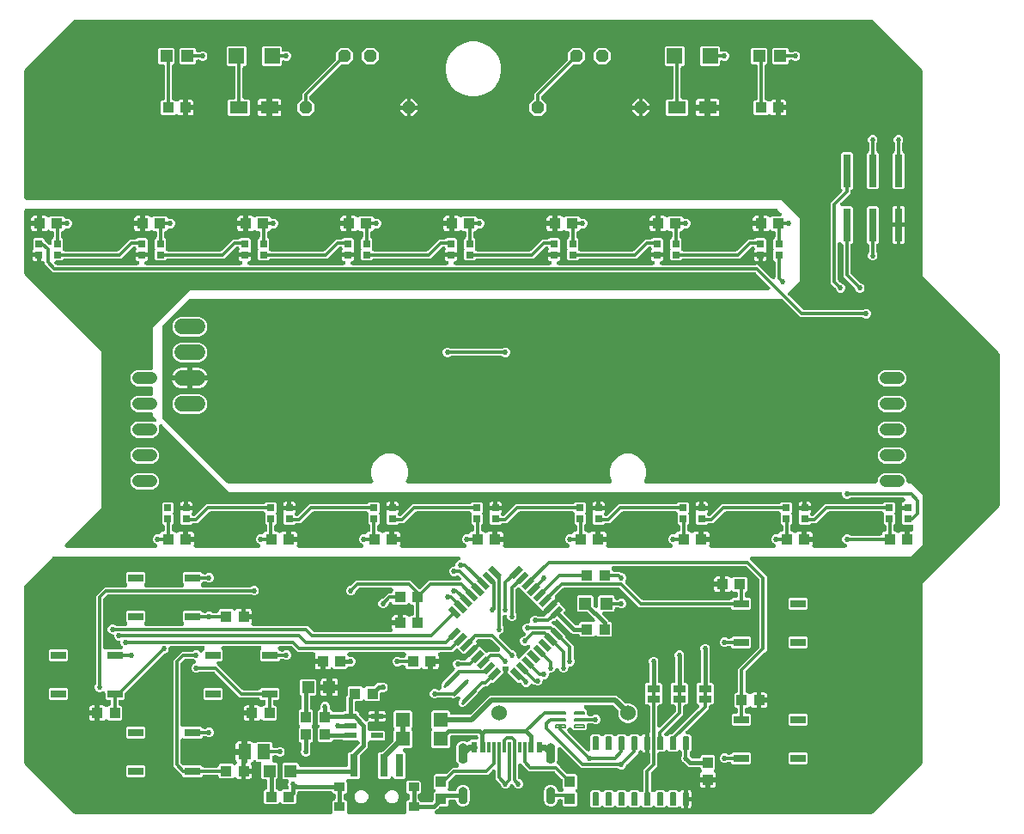
<source format=gbr>
G04 EAGLE Gerber RS-274X export*
G75*
%MOMM*%
%FSLAX34Y34*%
%LPD*%
%INTop Copper*%
%IPPOS*%
%AMOC8*
5,1,8,0,0,1.08239X$1,22.5*%
G01*
%ADD10R,1.100000X1.000000*%
%ADD11R,1.075000X1.000000*%
%ADD12R,1.240000X1.500000*%
%ADD13R,1.200000X1.200000*%
%ADD14R,1.400000X1.400000*%
%ADD15C,0.450000*%
%ADD16C,0.254000*%
%ADD17R,1.000000X1.075000*%
%ADD18R,1.524000X0.762000*%
%ADD19C,1.219200*%
%ADD20R,1.270000X0.558800*%
%ADD21R,0.558800X1.270000*%
%ADD22R,0.700000X0.700000*%
%ADD23R,1.200000X0.550000*%
%ADD24R,0.762000X2.209800*%
%ADD25R,0.990600X0.812800*%
%ADD26C,1.524000*%
%ADD27C,0.155000*%
%ADD28C,0.195000*%
%ADD29C,1.524000*%
%ADD30R,1.270000X0.660400*%
%ADD31P,1.319650X8X202.500000*%
%ADD32P,1.319650X8X22.500000*%
%ADD33R,1.500000X1.500000*%
%ADD34R,1.800000X1.200000*%
%ADD35R,1.000000X1.100000*%
%ADD36R,0.600000X1.140000*%
%ADD37R,0.300000X1.140000*%
%ADD38C,0.900000*%
%ADD39R,0.736600X3.251200*%
%ADD40C,0.304800*%
%ADD41C,0.525000*%
%ADD42C,0.406400*%
%ADD43C,0.609600*%
%ADD44C,0.304800*%
%ADD45C,0.508000*%

G36*
X303751Y2035D02*
X303751Y2035D01*
X303769Y2033D01*
X303951Y2054D01*
X304134Y2073D01*
X304151Y2078D01*
X304168Y2080D01*
X304343Y2137D01*
X304519Y2191D01*
X304534Y2199D01*
X304551Y2205D01*
X304711Y2295D01*
X304873Y2383D01*
X304886Y2394D01*
X304902Y2403D01*
X305041Y2523D01*
X305182Y2640D01*
X305193Y2654D01*
X305207Y2666D01*
X305319Y2811D01*
X305434Y2954D01*
X305442Y2970D01*
X305453Y2984D01*
X305535Y3149D01*
X305620Y3311D01*
X305625Y3328D01*
X305633Y3344D01*
X305680Y3523D01*
X305731Y3698D01*
X305733Y3716D01*
X305737Y3733D01*
X305764Y4064D01*
X305764Y14306D01*
X306988Y15530D01*
X307055Y15537D01*
X307072Y15542D01*
X307089Y15544D01*
X307264Y15601D01*
X307440Y15655D01*
X307455Y15663D01*
X307472Y15669D01*
X307632Y15759D01*
X307794Y15847D01*
X307807Y15858D01*
X307823Y15867D01*
X307962Y15987D01*
X308103Y16104D01*
X308114Y16118D01*
X308128Y16130D01*
X308240Y16275D01*
X308355Y16418D01*
X308363Y16434D01*
X308374Y16448D01*
X308456Y16613D01*
X308541Y16775D01*
X308546Y16792D01*
X308554Y16808D01*
X308601Y16986D01*
X308652Y17162D01*
X308654Y17180D01*
X308658Y17197D01*
X308685Y17528D01*
X308685Y20572D01*
X308683Y20590D01*
X308685Y20608D01*
X308664Y20790D01*
X308645Y20973D01*
X308640Y20990D01*
X308638Y21007D01*
X308581Y21182D01*
X308527Y21358D01*
X308519Y21373D01*
X308513Y21390D01*
X308423Y21550D01*
X308335Y21712D01*
X308324Y21725D01*
X308315Y21741D01*
X308195Y21880D01*
X308078Y22021D01*
X308064Y22032D01*
X308052Y22046D01*
X307907Y22158D01*
X307764Y22273D01*
X307748Y22281D01*
X307734Y22292D01*
X307569Y22374D01*
X307407Y22459D01*
X307390Y22464D01*
X307374Y22472D01*
X307195Y22519D01*
X307020Y22570D01*
X307002Y22572D01*
X306985Y22576D01*
X306982Y22576D01*
X305518Y24040D01*
X305497Y24057D01*
X305480Y24078D01*
X305342Y24185D01*
X305206Y24295D01*
X305183Y24308D01*
X305162Y24324D01*
X305005Y24402D01*
X304851Y24484D01*
X304825Y24492D01*
X304801Y24504D01*
X304632Y24549D01*
X304465Y24599D01*
X304438Y24601D01*
X304412Y24608D01*
X304082Y24635D01*
X272796Y24635D01*
X272778Y24633D01*
X272760Y24635D01*
X272578Y24614D01*
X272395Y24595D01*
X272378Y24590D01*
X272361Y24588D01*
X272186Y24531D01*
X272010Y24477D01*
X271995Y24469D01*
X271978Y24463D01*
X271818Y24373D01*
X271656Y24285D01*
X271643Y24274D01*
X271627Y24265D01*
X271488Y24145D01*
X271347Y24028D01*
X271336Y24014D01*
X271322Y24002D01*
X271210Y23857D01*
X271095Y23714D01*
X271087Y23698D01*
X271076Y23684D01*
X270994Y23519D01*
X270909Y23357D01*
X270904Y23340D01*
X270896Y23324D01*
X270848Y23144D01*
X270798Y22970D01*
X270796Y22952D01*
X270792Y22935D01*
X270765Y22604D01*
X270765Y22441D01*
X270062Y20746D01*
X270053Y20716D01*
X270039Y20688D01*
X269995Y20523D01*
X269946Y20360D01*
X269943Y20329D01*
X269935Y20299D01*
X269908Y19968D01*
X269908Y13208D01*
X268717Y12017D01*
X256283Y12017D01*
X255436Y12864D01*
X255422Y12875D01*
X255411Y12889D01*
X255267Y13003D01*
X255125Y13119D01*
X255109Y13127D01*
X255095Y13138D01*
X254931Y13222D01*
X254769Y13308D01*
X254752Y13313D01*
X254736Y13321D01*
X254559Y13370D01*
X254383Y13422D01*
X254365Y13424D01*
X254348Y13429D01*
X254165Y13442D01*
X253982Y13459D01*
X253964Y13457D01*
X253947Y13458D01*
X253765Y13435D01*
X253582Y13415D01*
X253565Y13410D01*
X253547Y13408D01*
X253373Y13349D01*
X253198Y13294D01*
X253182Y13285D01*
X253166Y13280D01*
X253007Y13188D01*
X252846Y13099D01*
X252832Y13088D01*
X252817Y13079D01*
X252564Y12864D01*
X251717Y12017D01*
X239283Y12017D01*
X238092Y13208D01*
X238092Y24892D01*
X239283Y26083D01*
X239404Y26083D01*
X239422Y26085D01*
X239440Y26083D01*
X239622Y26104D01*
X239805Y26123D01*
X239822Y26128D01*
X239839Y26130D01*
X240014Y26187D01*
X240190Y26241D01*
X240205Y26249D01*
X240222Y26255D01*
X240382Y26345D01*
X240544Y26433D01*
X240557Y26444D01*
X240573Y26453D01*
X240712Y26573D01*
X240853Y26690D01*
X240864Y26704D01*
X240878Y26716D01*
X240990Y26861D01*
X241105Y27004D01*
X241113Y27020D01*
X241124Y27034D01*
X241206Y27198D01*
X241291Y27361D01*
X241296Y27378D01*
X241304Y27394D01*
X241351Y27573D01*
X241402Y27748D01*
X241404Y27766D01*
X241408Y27783D01*
X241435Y28114D01*
X241435Y34386D01*
X241433Y34404D01*
X241435Y34422D01*
X241414Y34604D01*
X241395Y34787D01*
X241390Y34804D01*
X241388Y34821D01*
X241331Y34996D01*
X241277Y35172D01*
X241269Y35187D01*
X241263Y35204D01*
X241173Y35364D01*
X241085Y35526D01*
X241074Y35539D01*
X241065Y35555D01*
X240945Y35694D01*
X240828Y35835D01*
X240814Y35846D01*
X240802Y35860D01*
X240657Y35972D01*
X240514Y36087D01*
X240498Y36095D01*
X240484Y36106D01*
X240319Y36188D01*
X240157Y36273D01*
X240140Y36278D01*
X240124Y36286D01*
X239945Y36333D01*
X239770Y36384D01*
X239752Y36386D01*
X239735Y36390D01*
X239404Y36417D01*
X236658Y36417D01*
X235467Y37608D01*
X235467Y51936D01*
X235465Y51954D01*
X235467Y51972D01*
X235446Y52153D01*
X235427Y52337D01*
X235422Y52354D01*
X235420Y52371D01*
X235363Y52546D01*
X235309Y52722D01*
X235301Y52737D01*
X235295Y52754D01*
X235205Y52914D01*
X235117Y53076D01*
X235106Y53089D01*
X235097Y53105D01*
X234977Y53244D01*
X234860Y53385D01*
X234846Y53396D01*
X234834Y53410D01*
X234689Y53522D01*
X234546Y53637D01*
X234530Y53645D01*
X234516Y53656D01*
X234351Y53738D01*
X234189Y53823D01*
X234172Y53828D01*
X234156Y53836D01*
X233977Y53883D01*
X233802Y53934D01*
X233784Y53936D01*
X233767Y53940D01*
X233436Y53967D01*
X231058Y53967D01*
X230395Y54630D01*
X230377Y54645D01*
X230369Y54654D01*
X230310Y54701D01*
X230244Y54766D01*
X230161Y54822D01*
X230084Y54885D01*
X230063Y54896D01*
X230054Y54904D01*
X229986Y54938D01*
X229909Y54989D01*
X229816Y55027D01*
X229728Y55074D01*
X229706Y55080D01*
X229695Y55086D01*
X229622Y55106D01*
X229536Y55141D01*
X229438Y55160D01*
X229342Y55188D01*
X229319Y55191D01*
X229307Y55194D01*
X229231Y55199D01*
X229141Y55217D01*
X229041Y55216D01*
X228941Y55225D01*
X228918Y55222D01*
X228905Y55223D01*
X228829Y55214D01*
X228738Y55213D01*
X228640Y55192D01*
X228541Y55181D01*
X228520Y55175D01*
X228506Y55173D01*
X228432Y55148D01*
X228344Y55130D01*
X228253Y55090D01*
X228157Y55060D01*
X228138Y55049D01*
X228124Y55045D01*
X228056Y55005D01*
X227974Y54970D01*
X227892Y54913D01*
X227805Y54865D01*
X227789Y54852D01*
X227775Y54844D01*
X227703Y54783D01*
X227643Y54741D01*
X227594Y54690D01*
X227522Y54629D01*
X226860Y53967D01*
X226381Y53690D01*
X226367Y53680D01*
X226350Y53672D01*
X226204Y53563D01*
X226054Y53456D01*
X226042Y53442D01*
X226028Y53432D01*
X225905Y53296D01*
X225780Y53161D01*
X225771Y53146D01*
X225759Y53132D01*
X225665Y52973D01*
X225569Y52818D01*
X225563Y52801D01*
X225554Y52786D01*
X225493Y52611D01*
X225430Y52440D01*
X225427Y52422D01*
X225422Y52405D01*
X225397Y52224D01*
X225369Y52042D01*
X225369Y52024D01*
X225367Y52006D01*
X225378Y51823D01*
X225387Y51640D01*
X225391Y51622D01*
X225392Y51605D01*
X225439Y51427D01*
X225484Y51249D01*
X225491Y51233D01*
X225496Y51216D01*
X225638Y50916D01*
X225918Y50431D01*
X226091Y49785D01*
X226091Y46949D01*
X220549Y46949D01*
X220549Y52029D01*
X220569Y52031D01*
X220586Y52036D01*
X220603Y52038D01*
X220778Y52095D01*
X220954Y52149D01*
X220969Y52157D01*
X220986Y52163D01*
X221146Y52253D01*
X221308Y52341D01*
X221321Y52352D01*
X221337Y52361D01*
X221476Y52481D01*
X221617Y52598D01*
X221628Y52612D01*
X221642Y52624D01*
X221754Y52769D01*
X221869Y52912D01*
X221877Y52928D01*
X221888Y52942D01*
X221970Y53107D01*
X222055Y53269D01*
X222060Y53286D01*
X222068Y53302D01*
X222115Y53481D01*
X222166Y53656D01*
X222168Y53674D01*
X222172Y53691D01*
X222199Y54022D01*
X222199Y62432D01*
X222197Y62450D01*
X222199Y62467D01*
X222178Y62650D01*
X222159Y62832D01*
X222154Y62849D01*
X222152Y62867D01*
X222095Y63042D01*
X222041Y63217D01*
X222033Y63233D01*
X222027Y63250D01*
X221937Y63410D01*
X221891Y63494D01*
X221970Y63653D01*
X222055Y63816D01*
X222060Y63833D01*
X222068Y63849D01*
X222115Y64027D01*
X222166Y64202D01*
X222168Y64220D01*
X222172Y64237D01*
X222199Y64568D01*
X222199Y73541D01*
X225635Y73541D01*
X226281Y73368D01*
X226860Y73033D01*
X227522Y72371D01*
X227535Y72360D01*
X227548Y72345D01*
X227627Y72283D01*
X227698Y72214D01*
X227772Y72167D01*
X227834Y72116D01*
X227847Y72109D01*
X227864Y72096D01*
X227953Y72050D01*
X228037Y71996D01*
X228120Y71964D01*
X228189Y71927D01*
X228203Y71923D01*
X228223Y71913D01*
X228319Y71886D01*
X228412Y71850D01*
X228501Y71834D01*
X228575Y71812D01*
X228589Y71811D01*
X228611Y71805D01*
X228711Y71798D01*
X228809Y71781D01*
X228900Y71783D01*
X228976Y71776D01*
X228989Y71777D01*
X229012Y71776D01*
X229112Y71788D01*
X229211Y71791D01*
X229301Y71811D01*
X229377Y71819D01*
X229388Y71823D01*
X229412Y71826D01*
X229507Y71858D01*
X229604Y71880D01*
X229689Y71918D01*
X229760Y71941D01*
X229771Y71947D01*
X229793Y71954D01*
X229880Y72004D01*
X229971Y72045D01*
X230047Y72099D01*
X230113Y72136D01*
X230122Y72144D01*
X230142Y72155D01*
X230235Y72234D01*
X230299Y72280D01*
X230337Y72321D01*
X230395Y72370D01*
X231058Y73033D01*
X245142Y73033D01*
X246333Y71842D01*
X246333Y69088D01*
X246335Y69070D01*
X246333Y69052D01*
X246355Y68869D01*
X246373Y68687D01*
X246378Y68670D01*
X246380Y68653D01*
X246437Y68478D01*
X246491Y68302D01*
X246499Y68287D01*
X246505Y68270D01*
X246595Y68110D01*
X246683Y67948D01*
X246694Y67935D01*
X246703Y67919D01*
X246823Y67780D01*
X246940Y67639D01*
X246954Y67628D01*
X246966Y67614D01*
X247111Y67502D01*
X247254Y67387D01*
X247270Y67379D01*
X247284Y67368D01*
X247449Y67286D01*
X247611Y67201D01*
X247628Y67196D01*
X247644Y67188D01*
X247823Y67141D01*
X247998Y67090D01*
X248016Y67088D01*
X248033Y67084D01*
X248364Y67057D01*
X250128Y67057D01*
X250155Y67059D01*
X250182Y67057D01*
X250356Y67079D01*
X250529Y67097D01*
X250554Y67104D01*
X250581Y67108D01*
X250747Y67163D01*
X250914Y67215D01*
X250937Y67228D01*
X250963Y67236D01*
X251114Y67323D01*
X251268Y67407D01*
X251276Y67413D01*
X253074Y68158D01*
X254926Y68158D01*
X256638Y67449D01*
X257949Y66138D01*
X258658Y64426D01*
X258658Y62574D01*
X257949Y60862D01*
X256638Y59551D01*
X254926Y58842D01*
X253074Y58842D01*
X251271Y59589D01*
X251253Y59603D01*
X251229Y59616D01*
X251208Y59632D01*
X251051Y59710D01*
X250897Y59792D01*
X250872Y59800D01*
X250848Y59812D01*
X250678Y59857D01*
X250512Y59907D01*
X250485Y59909D01*
X250459Y59916D01*
X250128Y59943D01*
X248364Y59943D01*
X248346Y59941D01*
X248328Y59943D01*
X248146Y59922D01*
X247963Y59903D01*
X247946Y59898D01*
X247929Y59896D01*
X247754Y59839D01*
X247578Y59785D01*
X247563Y59777D01*
X247546Y59771D01*
X247386Y59681D01*
X247224Y59593D01*
X247211Y59582D01*
X247195Y59573D01*
X247056Y59453D01*
X246915Y59336D01*
X246904Y59322D01*
X246890Y59310D01*
X246778Y59165D01*
X246663Y59022D01*
X246655Y59006D01*
X246644Y58992D01*
X246562Y58827D01*
X246477Y58665D01*
X246472Y58648D01*
X246464Y58632D01*
X246417Y58453D01*
X246366Y58278D01*
X246364Y58260D01*
X246360Y58243D01*
X246333Y57912D01*
X246333Y54514D01*
X246335Y54496D01*
X246333Y54478D01*
X246354Y54296D01*
X246373Y54113D01*
X246378Y54096D01*
X246380Y54079D01*
X246437Y53904D01*
X246491Y53728D01*
X246499Y53713D01*
X246505Y53696D01*
X246595Y53536D01*
X246683Y53374D01*
X246694Y53361D01*
X246703Y53345D01*
X246823Y53206D01*
X246940Y53065D01*
X246954Y53054D01*
X246966Y53040D01*
X247111Y52928D01*
X247254Y52813D01*
X247270Y52805D01*
X247284Y52794D01*
X247449Y52712D01*
X247611Y52627D01*
X247628Y52622D01*
X247644Y52614D01*
X247823Y52567D01*
X247998Y52516D01*
X248016Y52514D01*
X248033Y52510D01*
X248364Y52483D01*
X250342Y52483D01*
X251533Y51292D01*
X251533Y37608D01*
X250160Y36235D01*
X250143Y36214D01*
X250122Y36197D01*
X250015Y36059D01*
X249905Y35923D01*
X249892Y35900D01*
X249876Y35879D01*
X249798Y35722D01*
X249716Y35568D01*
X249708Y35542D01*
X249696Y35518D01*
X249651Y35349D01*
X249601Y35182D01*
X249599Y35155D01*
X249592Y35129D01*
X249565Y34799D01*
X249565Y28114D01*
X249567Y28096D01*
X249565Y28078D01*
X249586Y27896D01*
X249605Y27713D01*
X249610Y27696D01*
X249612Y27679D01*
X249669Y27504D01*
X249723Y27328D01*
X249731Y27313D01*
X249737Y27296D01*
X249827Y27136D01*
X249915Y26974D01*
X249926Y26961D01*
X249935Y26945D01*
X250055Y26806D01*
X250172Y26665D01*
X250186Y26654D01*
X250198Y26640D01*
X250343Y26528D01*
X250486Y26413D01*
X250502Y26405D01*
X250516Y26394D01*
X250681Y26312D01*
X250843Y26227D01*
X250860Y26222D01*
X250876Y26214D01*
X251055Y26167D01*
X251230Y26116D01*
X251248Y26114D01*
X251265Y26110D01*
X251596Y26083D01*
X251717Y26083D01*
X252564Y25236D01*
X252577Y25225D01*
X252589Y25211D01*
X252734Y25097D01*
X252875Y24981D01*
X252891Y24973D01*
X252905Y24962D01*
X253069Y24878D01*
X253231Y24792D01*
X253248Y24787D01*
X253264Y24779D01*
X253441Y24730D01*
X253617Y24678D01*
X253635Y24676D01*
X253652Y24671D01*
X253835Y24658D01*
X254018Y24641D01*
X254036Y24643D01*
X254053Y24642D01*
X254235Y24665D01*
X254418Y24685D01*
X254435Y24690D01*
X254453Y24692D01*
X254626Y24750D01*
X254802Y24806D01*
X254818Y24815D01*
X254834Y24820D01*
X254993Y24912D01*
X255154Y25001D01*
X255168Y25012D01*
X255183Y25021D01*
X255436Y25236D01*
X256283Y26083D01*
X260604Y26083D01*
X260622Y26085D01*
X260640Y26083D01*
X260822Y26104D01*
X261005Y26123D01*
X261022Y26128D01*
X261039Y26130D01*
X261214Y26187D01*
X261390Y26241D01*
X261405Y26249D01*
X261422Y26255D01*
X261582Y26345D01*
X261744Y26433D01*
X261757Y26444D01*
X261773Y26453D01*
X261912Y26573D01*
X262053Y26690D01*
X262064Y26704D01*
X262078Y26716D01*
X262190Y26861D01*
X262305Y27004D01*
X262313Y27020D01*
X262324Y27034D01*
X262406Y27198D01*
X262491Y27361D01*
X262496Y27378D01*
X262504Y27394D01*
X262551Y27573D01*
X262602Y27748D01*
X262604Y27766D01*
X262608Y27783D01*
X262635Y28114D01*
X262635Y28988D01*
X262632Y29019D01*
X262634Y29050D01*
X262612Y29219D01*
X262595Y29389D01*
X262586Y29418D01*
X262582Y29449D01*
X262481Y29765D01*
X262042Y30824D01*
X262042Y32676D01*
X262428Y33609D01*
X262432Y33622D01*
X262438Y33633D01*
X262490Y33814D01*
X262545Y33994D01*
X262546Y34007D01*
X262550Y34020D01*
X262565Y34208D01*
X262583Y34395D01*
X262582Y34408D01*
X262583Y34422D01*
X262561Y34608D01*
X262541Y34795D01*
X262537Y34808D01*
X262536Y34821D01*
X262478Y35000D01*
X262422Y35180D01*
X262415Y35191D01*
X262411Y35204D01*
X262318Y35368D01*
X262228Y35533D01*
X262220Y35543D01*
X262213Y35555D01*
X262090Y35697D01*
X261969Y35841D01*
X261959Y35849D01*
X261950Y35860D01*
X261802Y35974D01*
X261654Y36092D01*
X261642Y36098D01*
X261632Y36106D01*
X261464Y36190D01*
X261296Y36276D01*
X261283Y36280D01*
X261271Y36286D01*
X261089Y36335D01*
X260909Y36386D01*
X260896Y36387D01*
X260883Y36390D01*
X260552Y36417D01*
X257658Y36417D01*
X256467Y37608D01*
X256467Y51292D01*
X257658Y52483D01*
X271342Y52483D01*
X272533Y51292D01*
X272533Y50546D01*
X272535Y50528D01*
X272533Y50510D01*
X272554Y50328D01*
X272573Y50145D01*
X272578Y50128D01*
X272580Y50111D01*
X272637Y49936D01*
X272691Y49760D01*
X272699Y49745D01*
X272705Y49728D01*
X272795Y49568D01*
X272883Y49406D01*
X272894Y49393D01*
X272903Y49377D01*
X273023Y49238D01*
X273140Y49097D01*
X273154Y49086D01*
X273166Y49072D01*
X273311Y48960D01*
X273454Y48845D01*
X273470Y48837D01*
X273484Y48826D01*
X273649Y48744D01*
X273811Y48659D01*
X273828Y48654D01*
X273844Y48646D01*
X274023Y48599D01*
X274198Y48548D01*
X274216Y48546D01*
X274233Y48542D01*
X274564Y48515D01*
X318876Y48515D01*
X318894Y48517D01*
X318912Y48515D01*
X319094Y48536D01*
X319277Y48555D01*
X319294Y48560D01*
X319311Y48562D01*
X319486Y48619D01*
X319662Y48673D01*
X319677Y48681D01*
X319694Y48687D01*
X319854Y48777D01*
X320016Y48865D01*
X320029Y48876D01*
X320045Y48885D01*
X320184Y49005D01*
X320325Y49122D01*
X320336Y49136D01*
X320350Y49148D01*
X320462Y49293D01*
X320577Y49436D01*
X320585Y49452D01*
X320596Y49466D01*
X320678Y49631D01*
X320763Y49793D01*
X320768Y49810D01*
X320776Y49826D01*
X320823Y50004D01*
X320874Y50180D01*
X320876Y50198D01*
X320880Y50215D01*
X320907Y50546D01*
X320907Y61948D01*
X322098Y63139D01*
X323249Y63139D01*
X323276Y63141D01*
X323302Y63139D01*
X323476Y63161D01*
X323650Y63179D01*
X323675Y63186D01*
X323702Y63190D01*
X323867Y63245D01*
X324035Y63297D01*
X324058Y63310D01*
X324083Y63318D01*
X324235Y63405D01*
X324389Y63489D01*
X324409Y63506D01*
X324432Y63519D01*
X324685Y63734D01*
X331890Y70939D01*
X331907Y70959D01*
X331928Y70977D01*
X332035Y71115D01*
X332145Y71250D01*
X332158Y71274D01*
X332174Y71295D01*
X332252Y71452D01*
X332334Y71606D01*
X332342Y71631D01*
X332354Y71656D01*
X332399Y71825D01*
X332449Y71992D01*
X332451Y72018D01*
X332458Y72044D01*
X332485Y72375D01*
X332485Y72586D01*
X332483Y72604D01*
X332485Y72622D01*
X332464Y72804D01*
X332445Y72987D01*
X332440Y73004D01*
X332438Y73021D01*
X332381Y73196D01*
X332327Y73372D01*
X332319Y73387D01*
X332313Y73404D01*
X332223Y73564D01*
X332135Y73726D01*
X332124Y73739D01*
X332115Y73755D01*
X331995Y73894D01*
X331878Y74035D01*
X331864Y74046D01*
X331852Y74060D01*
X331707Y74172D01*
X331564Y74287D01*
X331548Y74295D01*
X331534Y74306D01*
X331369Y74388D01*
X331207Y74473D01*
X331190Y74478D01*
X331174Y74486D01*
X330995Y74533D01*
X330820Y74584D01*
X330802Y74586D01*
X330785Y74590D01*
X330454Y74617D01*
X316707Y74617D01*
X316584Y74740D01*
X316563Y74757D01*
X316546Y74778D01*
X316408Y74884D01*
X316273Y74995D01*
X316249Y75008D01*
X316228Y75024D01*
X316072Y75102D01*
X315917Y75184D01*
X315891Y75192D01*
X315867Y75204D01*
X315698Y75249D01*
X315531Y75299D01*
X315504Y75301D01*
X315478Y75308D01*
X315148Y75335D01*
X307476Y75335D01*
X307450Y75333D01*
X307423Y75335D01*
X307249Y75313D01*
X307076Y75295D01*
X307050Y75288D01*
X307024Y75284D01*
X306858Y75229D01*
X306691Y75177D01*
X306667Y75164D01*
X306642Y75156D01*
X306490Y75069D01*
X306337Y74985D01*
X306316Y74968D01*
X306293Y74955D01*
X306040Y74740D01*
X304292Y72992D01*
X292608Y72992D01*
X291417Y74183D01*
X291417Y86617D01*
X292264Y87464D01*
X292275Y87477D01*
X292289Y87489D01*
X292403Y87634D01*
X292519Y87775D01*
X292527Y87791D01*
X292538Y87805D01*
X292622Y87969D01*
X292708Y88131D01*
X292713Y88148D01*
X292721Y88164D01*
X292770Y88341D01*
X292822Y88517D01*
X292824Y88535D01*
X292829Y88552D01*
X292842Y88735D01*
X292859Y88918D01*
X292857Y88935D01*
X292858Y88953D01*
X292835Y89135D01*
X292815Y89318D01*
X292810Y89335D01*
X292808Y89353D01*
X292750Y89526D01*
X292694Y89702D01*
X292685Y89718D01*
X292680Y89734D01*
X292588Y89893D01*
X292499Y90054D01*
X292488Y90068D01*
X292479Y90083D01*
X292264Y90336D01*
X291417Y91183D01*
X291417Y103617D01*
X293197Y105397D01*
X293214Y105418D01*
X293235Y105435D01*
X293342Y105573D01*
X293452Y105709D01*
X293465Y105732D01*
X293481Y105753D01*
X293559Y105910D01*
X293641Y106064D01*
X293649Y106090D01*
X293661Y106114D01*
X293706Y106283D01*
X293756Y106450D01*
X293758Y106477D01*
X293765Y106503D01*
X293792Y106833D01*
X293792Y108876D01*
X294501Y110588D01*
X295812Y111899D01*
X297524Y112608D01*
X299376Y112608D01*
X301088Y111899D01*
X302399Y110588D01*
X303108Y108876D01*
X303108Y106833D01*
X303110Y106807D01*
X303108Y106780D01*
X303130Y106606D01*
X303148Y106433D01*
X303155Y106407D01*
X303159Y106381D01*
X303214Y106215D01*
X303266Y106048D01*
X303279Y106024D01*
X303287Y105999D01*
X303374Y105847D01*
X303458Y105694D01*
X303475Y105673D01*
X303488Y105650D01*
X303703Y105397D01*
X306040Y103060D01*
X306061Y103043D01*
X306078Y103022D01*
X306216Y102915D01*
X306352Y102805D01*
X306375Y102792D01*
X306396Y102776D01*
X306553Y102698D01*
X306707Y102616D01*
X306733Y102608D01*
X306757Y102596D01*
X306926Y102551D01*
X307093Y102501D01*
X307120Y102499D01*
X307146Y102492D01*
X307476Y102465D01*
X315148Y102465D01*
X315174Y102467D01*
X315201Y102465D01*
X315375Y102487D01*
X315548Y102505D01*
X315574Y102513D01*
X315600Y102516D01*
X315766Y102571D01*
X315933Y102623D01*
X315957Y102636D01*
X315982Y102644D01*
X316134Y102731D01*
X316287Y102815D01*
X316308Y102832D01*
X316331Y102845D01*
X316584Y103060D01*
X316707Y103183D01*
X317453Y103183D01*
X317471Y103185D01*
X317489Y103183D01*
X317671Y103204D01*
X317854Y103223D01*
X317871Y103228D01*
X317888Y103230D01*
X318063Y103287D01*
X318239Y103341D01*
X318254Y103349D01*
X318271Y103355D01*
X318431Y103445D01*
X318593Y103533D01*
X318606Y103544D01*
X318622Y103553D01*
X318761Y103673D01*
X318902Y103790D01*
X318913Y103804D01*
X318927Y103816D01*
X319039Y103961D01*
X319154Y104104D01*
X319162Y104120D01*
X319173Y104134D01*
X319255Y104299D01*
X319340Y104461D01*
X319345Y104478D01*
X319353Y104494D01*
X319400Y104673D01*
X319451Y104848D01*
X319453Y104866D01*
X319457Y104883D01*
X319484Y105214D01*
X319484Y116958D01*
X320109Y118465D01*
X320192Y118572D01*
X320302Y118707D01*
X320315Y118731D01*
X320331Y118752D01*
X320409Y118909D01*
X320491Y119063D01*
X320499Y119088D01*
X320511Y119113D01*
X320556Y119282D01*
X320606Y119449D01*
X320608Y119475D01*
X320615Y119501D01*
X320642Y119832D01*
X320642Y126492D01*
X321833Y127683D01*
X334267Y127683D01*
X335114Y126836D01*
X335127Y126825D01*
X335139Y126811D01*
X335284Y126697D01*
X335425Y126581D01*
X335441Y126573D01*
X335455Y126562D01*
X335619Y126478D01*
X335781Y126392D01*
X335798Y126387D01*
X335814Y126379D01*
X335991Y126330D01*
X336167Y126278D01*
X336185Y126276D01*
X336202Y126271D01*
X336385Y126258D01*
X336568Y126241D01*
X336586Y126243D01*
X336603Y126242D01*
X336785Y126265D01*
X336968Y126285D01*
X336985Y126290D01*
X337003Y126292D01*
X337176Y126350D01*
X337352Y126406D01*
X337368Y126415D01*
X337384Y126420D01*
X337543Y126512D01*
X337704Y126601D01*
X337718Y126612D01*
X337733Y126621D01*
X337986Y126836D01*
X338833Y127683D01*
X345493Y127683D01*
X345520Y127685D01*
X345546Y127683D01*
X345720Y127705D01*
X345894Y127723D01*
X345919Y127730D01*
X345946Y127734D01*
X346111Y127789D01*
X346278Y127841D01*
X346302Y127854D01*
X346327Y127862D01*
X346479Y127949D01*
X346633Y128033D01*
X346653Y128050D01*
X346676Y128063D01*
X346929Y128278D01*
X349098Y130446D01*
X350591Y131065D01*
X352838Y131065D01*
X352869Y131068D01*
X352900Y131066D01*
X353070Y131088D01*
X353238Y131105D01*
X353268Y131114D01*
X353299Y131118D01*
X353615Y131219D01*
X354674Y131658D01*
X356526Y131658D01*
X358238Y130949D01*
X359549Y129638D01*
X360258Y127926D01*
X360258Y126074D01*
X359549Y124362D01*
X358238Y123051D01*
X356526Y122342D01*
X354489Y122342D01*
X354471Y122340D01*
X354453Y122342D01*
X354271Y122321D01*
X354088Y122302D01*
X354071Y122297D01*
X354054Y122295D01*
X353879Y122238D01*
X353703Y122184D01*
X353688Y122176D01*
X353671Y122170D01*
X353511Y122080D01*
X353349Y121992D01*
X353336Y121981D01*
X353320Y121972D01*
X353181Y121852D01*
X353040Y121735D01*
X353029Y121721D01*
X353015Y121709D01*
X352903Y121564D01*
X352788Y121421D01*
X352780Y121405D01*
X352769Y121391D01*
X352686Y121225D01*
X352602Y121064D01*
X352597Y121047D01*
X352589Y121031D01*
X352541Y120852D01*
X352491Y120677D01*
X352489Y120659D01*
X352485Y120642D01*
X352458Y120311D01*
X352458Y114808D01*
X351267Y113617D01*
X338833Y113617D01*
X337986Y114464D01*
X337972Y114475D01*
X337961Y114489D01*
X337817Y114603D01*
X337675Y114719D01*
X337659Y114727D01*
X337645Y114738D01*
X337481Y114822D01*
X337319Y114908D01*
X337302Y114913D01*
X337286Y114921D01*
X337109Y114970D01*
X336933Y115022D01*
X336915Y115024D01*
X336898Y115029D01*
X336715Y115042D01*
X336532Y115059D01*
X336514Y115057D01*
X336497Y115058D01*
X336315Y115035D01*
X336132Y115015D01*
X336115Y115010D01*
X336097Y115008D01*
X335923Y114949D01*
X335748Y114894D01*
X335732Y114885D01*
X335716Y114880D01*
X335557Y114788D01*
X335396Y114699D01*
X335382Y114688D01*
X335367Y114679D01*
X335114Y114464D01*
X334267Y113617D01*
X329645Y113617D01*
X329627Y113615D01*
X329609Y113617D01*
X329427Y113596D01*
X329244Y113577D01*
X329227Y113572D01*
X329210Y113570D01*
X329035Y113513D01*
X328859Y113459D01*
X328844Y113451D01*
X328827Y113445D01*
X328667Y113355D01*
X328505Y113267D01*
X328492Y113256D01*
X328476Y113247D01*
X328337Y113127D01*
X328196Y113010D01*
X328185Y112996D01*
X328171Y112984D01*
X328059Y112839D01*
X327944Y112696D01*
X327936Y112680D01*
X327925Y112666D01*
X327843Y112501D01*
X327758Y112339D01*
X327753Y112322D01*
X327745Y112306D01*
X327698Y112127D01*
X327647Y111952D01*
X327645Y111934D01*
X327641Y111917D01*
X327614Y111586D01*
X327614Y105214D01*
X327616Y105196D01*
X327614Y105178D01*
X327635Y104996D01*
X327654Y104813D01*
X327659Y104796D01*
X327661Y104779D01*
X327718Y104604D01*
X327772Y104428D01*
X327780Y104413D01*
X327786Y104396D01*
X327876Y104236D01*
X327964Y104074D01*
X327975Y104061D01*
X327984Y104045D01*
X328104Y103906D01*
X328221Y103765D01*
X328235Y103754D01*
X328247Y103740D01*
X328392Y103628D01*
X328535Y103513D01*
X328551Y103505D01*
X328565Y103494D01*
X328730Y103412D01*
X328892Y103327D01*
X328909Y103322D01*
X328925Y103314D01*
X329104Y103267D01*
X329279Y103216D01*
X329297Y103214D01*
X329314Y103210D01*
X329645Y103183D01*
X330391Y103183D01*
X331582Y101992D01*
X331582Y100877D01*
X331584Y100850D01*
X331582Y100823D01*
X331604Y100650D01*
X331622Y100476D01*
X331629Y100451D01*
X331633Y100424D01*
X331688Y100258D01*
X331740Y100091D01*
X331753Y100068D01*
X331761Y100042D01*
X331848Y99891D01*
X331932Y99737D01*
X331949Y99717D01*
X331962Y99693D01*
X332177Y99440D01*
X337543Y94074D01*
X337550Y94069D01*
X337555Y94062D01*
X337705Y93942D01*
X337854Y93819D01*
X337862Y93815D01*
X337869Y93810D01*
X338040Y93721D01*
X338210Y93631D01*
X338218Y93628D01*
X338226Y93624D01*
X338412Y93571D01*
X338596Y93516D01*
X338605Y93515D01*
X338613Y93513D01*
X338805Y93497D01*
X338997Y93480D01*
X339006Y93481D01*
X339015Y93480D01*
X339204Y93502D01*
X339397Y93523D01*
X339406Y93526D01*
X339414Y93527D01*
X339596Y93586D01*
X339781Y93644D01*
X339789Y93649D01*
X339797Y93652D01*
X339966Y93747D01*
X340133Y93839D01*
X340140Y93845D01*
X340148Y93849D01*
X340294Y93975D01*
X340440Y94100D01*
X340446Y94107D01*
X340453Y94113D01*
X340570Y94264D01*
X340690Y94416D01*
X340694Y94424D01*
X340699Y94431D01*
X340785Y94603D01*
X340872Y94775D01*
X340875Y94783D01*
X340879Y94791D01*
X340929Y94978D01*
X340980Y95163D01*
X340981Y95171D01*
X340983Y95180D01*
X341010Y95511D01*
X341010Y96369D01*
X347520Y96369D01*
X347520Y93109D01*
X343217Y93109D01*
X342879Y93200D01*
X342802Y93212D01*
X342728Y93234D01*
X342604Y93245D01*
X342482Y93265D01*
X342404Y93262D01*
X342327Y93269D01*
X342203Y93255D01*
X342079Y93250D01*
X342004Y93232D01*
X341927Y93224D01*
X341808Y93186D01*
X341688Y93157D01*
X341617Y93124D01*
X341543Y93100D01*
X341435Y93040D01*
X341322Y92988D01*
X341260Y92942D01*
X341192Y92904D01*
X341098Y92823D01*
X340997Y92750D01*
X340945Y92693D01*
X340886Y92642D01*
X340809Y92544D01*
X340726Y92453D01*
X340686Y92386D01*
X340638Y92325D01*
X340582Y92214D01*
X340518Y92108D01*
X340492Y92035D01*
X340457Y91965D01*
X340424Y91846D01*
X340382Y91729D01*
X340371Y91652D01*
X340351Y91577D01*
X340342Y91454D01*
X340324Y91331D01*
X340328Y91253D01*
X340323Y91175D01*
X340339Y91053D01*
X340346Y90929D01*
X340365Y90853D01*
X340375Y90776D01*
X340424Y90623D01*
X340446Y90539D01*
X340462Y90505D01*
X340477Y90460D01*
X340615Y90127D01*
X340615Y86214D01*
X340617Y86196D01*
X340615Y86178D01*
X340636Y85996D01*
X340655Y85813D01*
X340660Y85796D01*
X340662Y85779D01*
X340719Y85603D01*
X340773Y85428D01*
X340781Y85413D01*
X340787Y85396D01*
X340877Y85236D01*
X340965Y85074D01*
X340976Y85061D01*
X340985Y85045D01*
X341105Y84905D01*
X341222Y84765D01*
X341236Y84754D01*
X341248Y84740D01*
X341393Y84628D01*
X341536Y84513D01*
X341552Y84505D01*
X341566Y84494D01*
X341731Y84412D01*
X341893Y84327D01*
X341910Y84322D01*
X341926Y84314D01*
X342105Y84267D01*
X342280Y84216D01*
X342298Y84214D01*
X342315Y84210D01*
X342646Y84183D01*
X356393Y84183D01*
X357584Y82992D01*
X357584Y75808D01*
X356393Y74617D01*
X342646Y74617D01*
X342628Y74615D01*
X342610Y74617D01*
X342428Y74596D01*
X342245Y74577D01*
X342228Y74572D01*
X342211Y74570D01*
X342036Y74513D01*
X341860Y74459D01*
X341845Y74451D01*
X341828Y74445D01*
X341668Y74355D01*
X341506Y74267D01*
X341493Y74256D01*
X341477Y74247D01*
X341338Y74127D01*
X341197Y74010D01*
X341186Y73996D01*
X341172Y73984D01*
X341060Y73839D01*
X340945Y73696D01*
X340937Y73680D01*
X340926Y73666D01*
X340844Y73501D01*
X340759Y73339D01*
X340754Y73322D01*
X340746Y73306D01*
X340699Y73127D01*
X340648Y72952D01*
X340646Y72934D01*
X340642Y72917D01*
X340615Y72586D01*
X340615Y69041D01*
X339996Y67548D01*
X338567Y66119D01*
X338567Y66118D01*
X333188Y60739D01*
X333171Y60719D01*
X333150Y60701D01*
X333043Y60563D01*
X332933Y60428D01*
X332920Y60404D01*
X332904Y60383D01*
X332826Y60226D01*
X332744Y60072D01*
X332736Y60047D01*
X332724Y60022D01*
X332679Y59853D01*
X332629Y59686D01*
X332627Y59660D01*
X332620Y59634D01*
X332593Y59303D01*
X332593Y38166D01*
X331402Y36975D01*
X321270Y36975D01*
X321261Y36974D01*
X321252Y36975D01*
X321062Y36955D01*
X320870Y36935D01*
X320861Y36933D01*
X320852Y36932D01*
X320669Y36874D01*
X320485Y36817D01*
X320477Y36813D01*
X320468Y36810D01*
X320300Y36717D01*
X320131Y36625D01*
X320124Y36620D01*
X320116Y36615D01*
X319968Y36490D01*
X319821Y36368D01*
X319816Y36361D01*
X319809Y36355D01*
X319689Y36204D01*
X319569Y36054D01*
X319565Y36046D01*
X319559Y36039D01*
X319472Y35866D01*
X319384Y35697D01*
X319381Y35688D01*
X319377Y35680D01*
X319325Y35494D01*
X319272Y35310D01*
X319271Y35301D01*
X319269Y35292D01*
X319255Y35100D01*
X319239Y34908D01*
X319240Y34900D01*
X319240Y34891D01*
X319264Y34699D01*
X319286Y34509D01*
X319289Y34500D01*
X319290Y34491D01*
X319351Y34311D01*
X319411Y34126D01*
X319416Y34118D01*
X319418Y34110D01*
X319514Y33944D01*
X319609Y33775D01*
X319615Y33768D01*
X319619Y33761D01*
X319736Y33624D01*
X319736Y23794D01*
X318512Y22570D01*
X318445Y22563D01*
X318428Y22558D01*
X318411Y22556D01*
X318236Y22499D01*
X318060Y22445D01*
X318045Y22437D01*
X318028Y22431D01*
X317868Y22341D01*
X317706Y22253D01*
X317693Y22242D01*
X317677Y22233D01*
X317538Y22113D01*
X317397Y21996D01*
X317386Y21982D01*
X317372Y21970D01*
X317260Y21825D01*
X317145Y21682D01*
X317137Y21666D01*
X317126Y21652D01*
X317044Y21487D01*
X316959Y21325D01*
X316954Y21308D01*
X316946Y21292D01*
X316899Y21113D01*
X316848Y20938D01*
X316846Y20920D01*
X316842Y20903D01*
X316815Y20572D01*
X316815Y17528D01*
X316817Y17510D01*
X316815Y17492D01*
X316836Y17310D01*
X316855Y17127D01*
X316860Y17110D01*
X316862Y17093D01*
X316919Y16918D01*
X316973Y16742D01*
X316981Y16727D01*
X316987Y16710D01*
X317077Y16550D01*
X317165Y16388D01*
X317176Y16375D01*
X317185Y16359D01*
X317305Y16220D01*
X317422Y16079D01*
X317436Y16068D01*
X317448Y16054D01*
X317593Y15942D01*
X317736Y15827D01*
X317752Y15819D01*
X317766Y15808D01*
X317931Y15726D01*
X318093Y15641D01*
X318110Y15636D01*
X318126Y15628D01*
X318305Y15581D01*
X318480Y15530D01*
X318498Y15528D01*
X318515Y15524D01*
X318518Y15524D01*
X319736Y14306D01*
X319736Y4064D01*
X319738Y4046D01*
X319736Y4028D01*
X319757Y3846D01*
X319776Y3663D01*
X319781Y3646D01*
X319783Y3629D01*
X319840Y3454D01*
X319894Y3278D01*
X319902Y3263D01*
X319908Y3246D01*
X319998Y3086D01*
X320086Y2924D01*
X320097Y2911D01*
X320106Y2895D01*
X320226Y2756D01*
X320343Y2615D01*
X320357Y2604D01*
X320369Y2590D01*
X320514Y2478D01*
X320657Y2363D01*
X320673Y2355D01*
X320687Y2344D01*
X320852Y2262D01*
X321014Y2177D01*
X321031Y2172D01*
X321047Y2164D01*
X321226Y2117D01*
X321401Y2066D01*
X321419Y2064D01*
X321436Y2060D01*
X321767Y2033D01*
X376733Y2033D01*
X376751Y2035D01*
X376769Y2033D01*
X376951Y2054D01*
X377134Y2073D01*
X377151Y2078D01*
X377168Y2080D01*
X377343Y2137D01*
X377519Y2191D01*
X377534Y2199D01*
X377551Y2205D01*
X377711Y2295D01*
X377873Y2383D01*
X377886Y2394D01*
X377902Y2403D01*
X378041Y2523D01*
X378182Y2640D01*
X378193Y2654D01*
X378207Y2666D01*
X378319Y2811D01*
X378434Y2954D01*
X378442Y2970D01*
X378453Y2984D01*
X378535Y3149D01*
X378620Y3311D01*
X378625Y3328D01*
X378633Y3344D01*
X378680Y3523D01*
X378731Y3698D01*
X378733Y3716D01*
X378737Y3733D01*
X378764Y4064D01*
X378764Y14306D01*
X379988Y15530D01*
X380055Y15537D01*
X380072Y15542D01*
X380089Y15544D01*
X380264Y15601D01*
X380440Y15655D01*
X380455Y15663D01*
X380472Y15669D01*
X380632Y15759D01*
X380794Y15847D01*
X380807Y15858D01*
X380823Y15867D01*
X380962Y15987D01*
X381103Y16104D01*
X381114Y16118D01*
X381128Y16130D01*
X381240Y16275D01*
X381355Y16418D01*
X381363Y16434D01*
X381374Y16448D01*
X381456Y16613D01*
X381541Y16775D01*
X381546Y16792D01*
X381554Y16808D01*
X381601Y16986D01*
X381652Y17162D01*
X381654Y17180D01*
X381658Y17197D01*
X381685Y17528D01*
X381685Y20572D01*
X381683Y20590D01*
X381685Y20608D01*
X381664Y20790D01*
X381645Y20973D01*
X381640Y20990D01*
X381638Y21007D01*
X381581Y21182D01*
X381527Y21358D01*
X381519Y21373D01*
X381513Y21390D01*
X381423Y21550D01*
X381335Y21712D01*
X381324Y21725D01*
X381315Y21741D01*
X381195Y21880D01*
X381078Y22021D01*
X381064Y22032D01*
X381052Y22046D01*
X380907Y22158D01*
X380764Y22273D01*
X380748Y22281D01*
X380734Y22292D01*
X380569Y22374D01*
X380407Y22459D01*
X380390Y22464D01*
X380374Y22472D01*
X380195Y22519D01*
X380020Y22570D01*
X380002Y22572D01*
X379985Y22576D01*
X379982Y22576D01*
X378764Y23794D01*
X378764Y33627D01*
X378799Y33670D01*
X378921Y33819D01*
X378925Y33827D01*
X378931Y33834D01*
X379019Y34004D01*
X379110Y34175D01*
X379112Y34184D01*
X379116Y34191D01*
X379169Y34375D01*
X379224Y34561D01*
X379225Y34570D01*
X379228Y34578D01*
X379243Y34767D01*
X379246Y34797D01*
X391545Y34797D01*
X392736Y33606D01*
X392736Y23794D01*
X391512Y22570D01*
X391445Y22563D01*
X391428Y22558D01*
X391411Y22556D01*
X391236Y22499D01*
X391060Y22445D01*
X391045Y22437D01*
X391028Y22431D01*
X390868Y22341D01*
X390706Y22253D01*
X390693Y22242D01*
X390677Y22233D01*
X390538Y22113D01*
X390397Y21996D01*
X390386Y21982D01*
X390372Y21970D01*
X390260Y21825D01*
X390145Y21682D01*
X390137Y21666D01*
X390126Y21652D01*
X390044Y21487D01*
X389959Y21325D01*
X389954Y21308D01*
X389946Y21292D01*
X389899Y21113D01*
X389848Y20938D01*
X389846Y20920D01*
X389842Y20903D01*
X389815Y20572D01*
X389815Y17528D01*
X389817Y17510D01*
X389815Y17492D01*
X389836Y17310D01*
X389855Y17127D01*
X389860Y17110D01*
X389862Y17093D01*
X389919Y16918D01*
X389973Y16742D01*
X389981Y16727D01*
X389987Y16710D01*
X390077Y16550D01*
X390165Y16388D01*
X390176Y16375D01*
X390185Y16359D01*
X390305Y16220D01*
X390422Y16079D01*
X390436Y16068D01*
X390448Y16054D01*
X390593Y15942D01*
X390736Y15827D01*
X390752Y15819D01*
X390766Y15808D01*
X390931Y15726D01*
X391093Y15641D01*
X391110Y15636D01*
X391126Y15628D01*
X391305Y15581D01*
X391480Y15530D01*
X391498Y15528D01*
X391515Y15524D01*
X391518Y15524D01*
X392982Y14060D01*
X393003Y14043D01*
X393020Y14022D01*
X393158Y13915D01*
X393294Y13805D01*
X393317Y13792D01*
X393338Y13776D01*
X393495Y13698D01*
X393649Y13616D01*
X393675Y13608D01*
X393699Y13596D01*
X393868Y13551D01*
X394035Y13501D01*
X394062Y13499D01*
X394088Y13492D01*
X394418Y13465D01*
X402725Y13465D01*
X402751Y13467D01*
X402778Y13465D01*
X402952Y13487D01*
X403126Y13505D01*
X403151Y13512D01*
X403178Y13516D01*
X403343Y13572D01*
X403510Y13623D01*
X403534Y13635D01*
X403559Y13644D01*
X403711Y13731D01*
X403865Y13815D01*
X403885Y13832D01*
X403908Y13845D01*
X404161Y14060D01*
X405122Y15021D01*
X405139Y15041D01*
X405160Y15059D01*
X405266Y15197D01*
X405377Y15332D01*
X405390Y15356D01*
X405406Y15377D01*
X405484Y15533D01*
X405566Y15688D01*
X405574Y15713D01*
X405586Y15738D01*
X405631Y15907D01*
X405681Y16074D01*
X405683Y16100D01*
X405690Y16126D01*
X405717Y16457D01*
X405717Y23117D01*
X406564Y23964D01*
X406575Y23978D01*
X406589Y23989D01*
X406703Y24133D01*
X406819Y24275D01*
X406827Y24291D01*
X406838Y24305D01*
X406922Y24469D01*
X407008Y24631D01*
X407013Y24648D01*
X407021Y24664D01*
X407070Y24841D01*
X407122Y25017D01*
X407124Y25035D01*
X407129Y25052D01*
X407142Y25235D01*
X407159Y25418D01*
X407157Y25436D01*
X407158Y25453D01*
X407135Y25635D01*
X407115Y25818D01*
X407110Y25835D01*
X407108Y25853D01*
X407049Y26027D01*
X406994Y26202D01*
X406985Y26218D01*
X406980Y26234D01*
X406888Y26393D01*
X406799Y26554D01*
X406788Y26568D01*
X406779Y26583D01*
X406564Y26836D01*
X405717Y27683D01*
X405717Y40117D01*
X406908Y41308D01*
X416436Y41308D01*
X416463Y41310D01*
X416490Y41308D01*
X416664Y41330D01*
X416837Y41348D01*
X416862Y41355D01*
X416889Y41359D01*
X417055Y41414D01*
X417222Y41466D01*
X417245Y41479D01*
X417271Y41487D01*
X417422Y41574D01*
X417576Y41658D01*
X417596Y41675D01*
X417620Y41688D01*
X417873Y41903D01*
X423977Y48007D01*
X428371Y48007D01*
X428545Y48024D01*
X428720Y48037D01*
X428745Y48044D01*
X428771Y48047D01*
X428939Y48098D01*
X429108Y48145D01*
X429131Y48157D01*
X429156Y48165D01*
X429311Y48248D01*
X429467Y48328D01*
X429487Y48344D01*
X429510Y48356D01*
X429645Y48468D01*
X429782Y48577D01*
X429799Y48597D01*
X429820Y48614D01*
X429929Y48751D01*
X430043Y48884D01*
X430055Y48908D01*
X430072Y48928D01*
X430152Y49083D01*
X430237Y49237D01*
X430245Y49262D01*
X430257Y49285D01*
X430306Y49453D01*
X430359Y49621D01*
X430362Y49647D01*
X430369Y49672D01*
X430383Y49847D01*
X430402Y50021D01*
X430400Y50047D01*
X430402Y50073D01*
X430381Y50247D01*
X430365Y50422D01*
X430358Y50447D01*
X430355Y50473D01*
X430300Y50640D01*
X430250Y50808D01*
X430238Y50831D01*
X430230Y50856D01*
X430144Y51009D01*
X430062Y51164D01*
X430045Y51184D01*
X430032Y51207D01*
X429917Y51339D01*
X429806Y51475D01*
X429786Y51492D01*
X429769Y51511D01*
X429631Y51619D01*
X429554Y51682D01*
X429480Y51824D01*
X429235Y52214D01*
X429197Y52263D01*
X429166Y52316D01*
X429039Y52466D01*
X428988Y52532D01*
X428970Y52547D01*
X428951Y52569D01*
X428625Y52895D01*
X428573Y52938D01*
X428555Y53007D01*
X428403Y53442D01*
X428377Y53498D01*
X428359Y53557D01*
X428268Y53731D01*
X428233Y53807D01*
X428219Y53826D01*
X428206Y53852D01*
X427960Y54242D01*
X427919Y54296D01*
X427917Y54367D01*
X427865Y54825D01*
X427852Y54886D01*
X427847Y54948D01*
X427814Y55077D01*
X427812Y55093D01*
X427802Y55123D01*
X427798Y55137D01*
X427781Y55219D01*
X427771Y55240D01*
X427764Y55269D01*
X427749Y55312D01*
X427712Y55391D01*
X427683Y55475D01*
X427648Y55536D01*
X427647Y55543D01*
X427623Y55622D01*
X427608Y55678D01*
X427624Y55720D01*
X427637Y55807D01*
X427660Y55893D01*
X427672Y56035D01*
X427685Y56118D01*
X427682Y56164D01*
X427684Y56178D01*
X427685Y56185D01*
X427684Y56189D01*
X427687Y56223D01*
X427687Y56289D01*
X427679Y56374D01*
X427674Y56516D01*
X427582Y57335D01*
X427610Y57406D01*
X427630Y57518D01*
X427660Y57629D01*
X427669Y57732D01*
X427681Y57802D01*
X427680Y57868D01*
X427687Y57960D01*
X427687Y66080D01*
X427676Y66194D01*
X427674Y66309D01*
X427656Y66394D01*
X427647Y66481D01*
X427614Y66590D01*
X427590Y66702D01*
X427584Y66716D01*
X427674Y67524D01*
X427676Y67608D01*
X427687Y67751D01*
X427687Y67817D01*
X427679Y67896D01*
X427680Y67926D01*
X427679Y67931D01*
X427680Y67993D01*
X427659Y68104D01*
X427647Y68217D01*
X427622Y68301D01*
X427608Y68372D01*
X427614Y68397D01*
X427634Y68472D01*
X427672Y68556D01*
X427712Y68631D01*
X427724Y68674D01*
X427749Y68728D01*
X427764Y68771D01*
X427778Y68832D01*
X427801Y68889D01*
X427825Y69013D01*
X427826Y69016D01*
X427827Y69019D01*
X427839Y69082D01*
X427858Y69163D01*
X427859Y69186D01*
X427865Y69215D01*
X427917Y69673D01*
X427918Y69741D01*
X427960Y69798D01*
X428206Y70188D01*
X428233Y70244D01*
X428268Y70295D01*
X428348Y70474D01*
X428385Y70549D01*
X428391Y70571D01*
X428403Y70598D01*
X428555Y71033D01*
X428571Y71099D01*
X428625Y71145D01*
X428951Y71471D01*
X428990Y71519D01*
X429036Y71561D01*
X429154Y71718D01*
X429206Y71782D01*
X429217Y71803D01*
X429235Y71826D01*
X429480Y72216D01*
X429510Y72277D01*
X429574Y72310D01*
X429964Y72555D01*
X430013Y72593D01*
X430066Y72624D01*
X430216Y72751D01*
X430282Y72802D01*
X430297Y72820D01*
X430319Y72839D01*
X430645Y73165D01*
X430688Y73217D01*
X430757Y73235D01*
X431192Y73387D01*
X431248Y73413D01*
X431307Y73431D01*
X431481Y73522D01*
X431557Y73557D01*
X431576Y73571D01*
X431602Y73584D01*
X431992Y73830D01*
X432046Y73871D01*
X432117Y73873D01*
X432575Y73925D01*
X432635Y73938D01*
X432697Y73942D01*
X432887Y73992D01*
X432968Y74009D01*
X432990Y74019D01*
X433018Y74026D01*
X433453Y74178D01*
X433515Y74207D01*
X433585Y74193D01*
X434043Y74142D01*
X434105Y74141D01*
X434166Y74131D01*
X434362Y74137D01*
X434445Y74136D01*
X434468Y74141D01*
X434497Y74142D01*
X434955Y74193D01*
X435022Y74207D01*
X435087Y74178D01*
X435522Y74026D01*
X435582Y74012D01*
X435640Y73989D01*
X435832Y73951D01*
X435913Y73931D01*
X435936Y73931D01*
X435965Y73925D01*
X436423Y73873D01*
X436491Y73872D01*
X436548Y73830D01*
X436938Y73584D01*
X436994Y73557D01*
X437045Y73522D01*
X437224Y73442D01*
X437299Y73405D01*
X437321Y73399D01*
X437348Y73387D01*
X437783Y73235D01*
X437951Y73194D01*
X438090Y73154D01*
X438105Y73153D01*
X438123Y73148D01*
X438152Y73146D01*
X438174Y73140D01*
X438257Y73137D01*
X438454Y73121D01*
X438456Y73121D01*
X438474Y73123D01*
X438492Y73121D01*
X438534Y73126D01*
X438576Y73125D01*
X438711Y73146D01*
X438857Y73161D01*
X438874Y73166D01*
X438891Y73168D01*
X438935Y73183D01*
X438974Y73189D01*
X439094Y73234D01*
X439242Y73279D01*
X439257Y73288D01*
X439274Y73293D01*
X439317Y73317D01*
X439351Y73330D01*
X439454Y73394D01*
X439596Y73471D01*
X439609Y73482D01*
X439625Y73491D01*
X439664Y73525D01*
X439693Y73543D01*
X439776Y73622D01*
X439905Y73729D01*
X439916Y73742D01*
X439930Y73754D01*
X439963Y73797D01*
X439986Y73819D01*
X440049Y73908D01*
X440115Y73989D01*
X441678Y75553D01*
X447294Y75553D01*
X447312Y75555D01*
X447330Y75553D01*
X447512Y75574D01*
X447695Y75593D01*
X447712Y75598D01*
X447729Y75600D01*
X447904Y75657D01*
X448080Y75711D01*
X448095Y75719D01*
X448112Y75725D01*
X448272Y75815D01*
X448434Y75903D01*
X448447Y75914D01*
X448463Y75923D01*
X448602Y76043D01*
X448743Y76160D01*
X448754Y76174D01*
X448768Y76186D01*
X448880Y76331D01*
X448995Y76474D01*
X449003Y76490D01*
X449014Y76504D01*
X449096Y76669D01*
X449181Y76831D01*
X449186Y76848D01*
X449194Y76864D01*
X449241Y77043D01*
X449292Y77218D01*
X449294Y77236D01*
X449298Y77253D01*
X449325Y77584D01*
X449325Y77724D01*
X449323Y77742D01*
X449325Y77760D01*
X449304Y77942D01*
X449285Y78125D01*
X449280Y78142D01*
X449278Y78159D01*
X449221Y78334D01*
X449167Y78510D01*
X449159Y78525D01*
X449153Y78542D01*
X449063Y78702D01*
X448975Y78864D01*
X448964Y78877D01*
X448955Y78893D01*
X448835Y79032D01*
X448718Y79173D01*
X448704Y79184D01*
X448692Y79198D01*
X448547Y79310D01*
X448404Y79425D01*
X448388Y79433D01*
X448374Y79444D01*
X448209Y79526D01*
X448047Y79611D01*
X448030Y79616D01*
X448014Y79624D01*
X447835Y79671D01*
X447660Y79722D01*
X447642Y79724D01*
X447625Y79728D01*
X447294Y79755D01*
X423264Y79755D01*
X423246Y79753D01*
X423228Y79755D01*
X423046Y79734D01*
X422863Y79715D01*
X422846Y79710D01*
X422829Y79708D01*
X422654Y79651D01*
X422478Y79597D01*
X422463Y79589D01*
X422446Y79583D01*
X422286Y79493D01*
X422124Y79405D01*
X422111Y79394D01*
X422095Y79385D01*
X421956Y79265D01*
X421815Y79148D01*
X421804Y79134D01*
X421790Y79122D01*
X421678Y78977D01*
X421563Y78834D01*
X421555Y78818D01*
X421544Y78804D01*
X421462Y78639D01*
X421377Y78477D01*
X421372Y78460D01*
X421364Y78444D01*
X421316Y78265D01*
X421266Y78090D01*
X421264Y78072D01*
X421260Y78055D01*
X421233Y77724D01*
X421233Y68358D01*
X420042Y67167D01*
X404358Y67167D01*
X403167Y68358D01*
X403167Y84042D01*
X403414Y84289D01*
X403425Y84303D01*
X403439Y84314D01*
X403553Y84458D01*
X403669Y84600D01*
X403677Y84616D01*
X403689Y84630D01*
X403772Y84794D01*
X403858Y84956D01*
X403863Y84973D01*
X403871Y84989D01*
X403920Y85166D01*
X403972Y85342D01*
X403974Y85360D01*
X403979Y85377D01*
X403992Y85560D01*
X404009Y85743D01*
X404007Y85761D01*
X404008Y85778D01*
X403985Y85960D01*
X403965Y86143D01*
X403960Y86160D01*
X403958Y86178D01*
X403900Y86351D01*
X403844Y86527D01*
X403835Y86543D01*
X403830Y86559D01*
X403738Y86719D01*
X403649Y86879D01*
X403638Y86893D01*
X403629Y86908D01*
X403414Y87161D01*
X403167Y87408D01*
X403167Y103092D01*
X404358Y104283D01*
X420042Y104283D01*
X421233Y103092D01*
X421233Y101854D01*
X421235Y101836D01*
X421233Y101818D01*
X421254Y101636D01*
X421273Y101453D01*
X421278Y101436D01*
X421280Y101419D01*
X421337Y101244D01*
X421391Y101068D01*
X421399Y101053D01*
X421405Y101036D01*
X421495Y100876D01*
X421583Y100714D01*
X421594Y100701D01*
X421603Y100685D01*
X421723Y100546D01*
X421840Y100405D01*
X421854Y100394D01*
X421866Y100380D01*
X422011Y100268D01*
X422154Y100153D01*
X422170Y100145D01*
X422184Y100134D01*
X422349Y100052D01*
X422511Y99967D01*
X422528Y99962D01*
X422544Y99954D01*
X422723Y99907D01*
X422898Y99856D01*
X422916Y99854D01*
X422933Y99850D01*
X423264Y99823D01*
X440495Y99823D01*
X440521Y99825D01*
X440548Y99823D01*
X440722Y99845D01*
X440895Y99863D01*
X440921Y99870D01*
X440947Y99874D01*
X441113Y99929D01*
X441280Y99981D01*
X441304Y99994D01*
X441329Y100002D01*
X441481Y100089D01*
X441634Y100173D01*
X441655Y100190D01*
X441678Y100203D01*
X441931Y100418D01*
X459690Y118177D01*
X461370Y118873D01*
X585110Y118873D01*
X586790Y118177D01*
X588362Y116605D01*
X593125Y111842D01*
X593143Y111827D01*
X593157Y111810D01*
X593298Y111700D01*
X593437Y111587D01*
X593457Y111576D01*
X593475Y111562D01*
X593635Y111482D01*
X593792Y111398D01*
X593814Y111392D01*
X593834Y111381D01*
X594007Y111334D01*
X594178Y111283D01*
X594201Y111281D01*
X594223Y111275D01*
X594401Y111263D01*
X594579Y111247D01*
X594602Y111249D01*
X594624Y111248D01*
X594663Y111253D01*
X598820Y111253D01*
X602368Y109783D01*
X605083Y107068D01*
X606553Y103520D01*
X606553Y99680D01*
X605083Y96132D01*
X602368Y93417D01*
X598820Y91947D01*
X594980Y91947D01*
X591432Y93417D01*
X588717Y96132D01*
X587247Y99680D01*
X587247Y103884D01*
X587253Y103947D01*
X587251Y103969D01*
X587253Y103992D01*
X587230Y104170D01*
X587212Y104347D01*
X587205Y104369D01*
X587202Y104391D01*
X587145Y104561D01*
X587092Y104732D01*
X587081Y104751D01*
X587074Y104773D01*
X586984Y104928D01*
X586899Y105085D01*
X586884Y105102D01*
X586873Y105122D01*
X586658Y105375D01*
X582901Y109132D01*
X582880Y109149D01*
X582863Y109170D01*
X582725Y109276D01*
X582589Y109387D01*
X582566Y109400D01*
X582545Y109416D01*
X582389Y109494D01*
X582234Y109576D01*
X582208Y109584D01*
X582184Y109596D01*
X582015Y109641D01*
X581848Y109691D01*
X581821Y109693D01*
X581795Y109700D01*
X581465Y109727D01*
X555580Y109727D01*
X555571Y109726D01*
X555562Y109727D01*
X555371Y109706D01*
X555180Y109687D01*
X555171Y109685D01*
X555162Y109684D01*
X554980Y109626D01*
X554795Y109569D01*
X554787Y109565D01*
X554778Y109562D01*
X554610Y109469D01*
X554441Y109377D01*
X554434Y109372D01*
X554426Y109367D01*
X554279Y109243D01*
X554131Y109120D01*
X554126Y109113D01*
X554119Y109107D01*
X554000Y108956D01*
X553879Y108806D01*
X553875Y108798D01*
X553869Y108791D01*
X553782Y108618D01*
X553694Y108449D01*
X553691Y108440D01*
X553687Y108432D01*
X553635Y108245D01*
X553582Y108062D01*
X553581Y108053D01*
X553579Y108044D01*
X553565Y107851D01*
X553549Y107660D01*
X553550Y107652D01*
X553550Y107643D01*
X553574Y107450D01*
X553596Y107261D01*
X553599Y107252D01*
X553600Y107243D01*
X553662Y107059D01*
X553721Y106878D01*
X553725Y106870D01*
X553728Y106862D01*
X553824Y106696D01*
X553919Y106527D01*
X553925Y106520D01*
X553929Y106513D01*
X554144Y106260D01*
X556433Y103971D01*
X556433Y100838D01*
X556435Y100820D01*
X556433Y100802D01*
X556455Y100619D01*
X556473Y100437D01*
X556478Y100420D01*
X556480Y100403D01*
X556537Y100228D01*
X556591Y100052D01*
X556599Y100037D01*
X556605Y100020D01*
X556695Y99860D01*
X556783Y99698D01*
X556794Y99685D01*
X556803Y99669D01*
X556923Y99530D01*
X557040Y99389D01*
X557054Y99378D01*
X557066Y99364D01*
X557211Y99252D01*
X557354Y99137D01*
X557370Y99129D01*
X557384Y99118D01*
X557549Y99036D01*
X557711Y98951D01*
X557728Y98946D01*
X557744Y98938D01*
X557923Y98891D01*
X558098Y98840D01*
X558116Y98838D01*
X558133Y98834D01*
X558464Y98807D01*
X561278Y98807D01*
X561305Y98809D01*
X561332Y98807D01*
X561506Y98829D01*
X561679Y98847D01*
X561704Y98854D01*
X561731Y98858D01*
X561897Y98913D01*
X562064Y98965D01*
X562087Y98978D01*
X562113Y98986D01*
X562264Y99073D01*
X562418Y99157D01*
X562426Y99163D01*
X564224Y99908D01*
X566076Y99908D01*
X567788Y99199D01*
X569099Y97888D01*
X569808Y96176D01*
X569808Y94324D01*
X569099Y92612D01*
X567788Y91301D01*
X566076Y90592D01*
X564224Y90592D01*
X562421Y91339D01*
X562403Y91353D01*
X562379Y91366D01*
X562358Y91382D01*
X562201Y91460D01*
X562047Y91542D01*
X562022Y91550D01*
X561998Y91562D01*
X561828Y91607D01*
X561662Y91657D01*
X561635Y91659D01*
X561609Y91666D01*
X561278Y91693D01*
X558464Y91693D01*
X558446Y91691D01*
X558428Y91693D01*
X558246Y91672D01*
X558063Y91653D01*
X558046Y91648D01*
X558029Y91646D01*
X557854Y91589D01*
X557678Y91535D01*
X557663Y91527D01*
X557646Y91521D01*
X557486Y91431D01*
X557324Y91343D01*
X557311Y91332D01*
X557295Y91323D01*
X557156Y91203D01*
X557015Y91086D01*
X557004Y91072D01*
X556990Y91060D01*
X556878Y90915D01*
X556763Y90772D01*
X556755Y90756D01*
X556744Y90742D01*
X556662Y90577D01*
X556577Y90415D01*
X556572Y90398D01*
X556564Y90382D01*
X556517Y90203D01*
X556466Y90028D01*
X556464Y90010D01*
X556460Y89993D01*
X556433Y89662D01*
X556433Y86529D01*
X554671Y84767D01*
X543529Y84767D01*
X541186Y87110D01*
X541173Y87121D01*
X541161Y87135D01*
X541017Y87249D01*
X540875Y87365D01*
X540859Y87374D01*
X540845Y87385D01*
X540682Y87468D01*
X540519Y87554D01*
X540502Y87559D01*
X540486Y87567D01*
X540310Y87616D01*
X540133Y87669D01*
X540115Y87670D01*
X540098Y87675D01*
X539916Y87688D01*
X539732Y87705D01*
X539715Y87703D01*
X539697Y87704D01*
X539515Y87681D01*
X539332Y87662D01*
X539315Y87656D01*
X539297Y87654D01*
X539124Y87596D01*
X538948Y87540D01*
X538932Y87531D01*
X538916Y87526D01*
X538757Y87434D01*
X538596Y87345D01*
X538582Y87334D01*
X538567Y87325D01*
X538314Y87110D01*
X537528Y86325D01*
X537517Y86311D01*
X537503Y86299D01*
X537390Y86155D01*
X537273Y86013D01*
X537265Y85997D01*
X537254Y85983D01*
X537171Y85820D01*
X537084Y85657D01*
X537079Y85640D01*
X537071Y85624D01*
X537022Y85447D01*
X536970Y85271D01*
X536968Y85254D01*
X536963Y85236D01*
X536950Y85053D01*
X536933Y84870D01*
X536935Y84853D01*
X536934Y84835D01*
X536957Y84653D01*
X536977Y84470D01*
X536982Y84453D01*
X536984Y84435D01*
X537043Y84261D01*
X537098Y84086D01*
X537107Y84071D01*
X537112Y84054D01*
X537204Y83894D01*
X537293Y83734D01*
X537304Y83720D01*
X537313Y83705D01*
X537528Y83452D01*
X556550Y64430D01*
X556557Y64425D01*
X556562Y64418D01*
X556712Y64297D01*
X556861Y64175D01*
X556869Y64171D01*
X556876Y64165D01*
X557047Y64077D01*
X557217Y63987D01*
X557225Y63984D01*
X557233Y63980D01*
X557419Y63927D01*
X557603Y63872D01*
X557612Y63871D01*
X557620Y63869D01*
X557812Y63853D01*
X558004Y63835D01*
X558013Y63836D01*
X558022Y63836D01*
X558211Y63858D01*
X558404Y63879D01*
X558413Y63882D01*
X558421Y63883D01*
X558603Y63942D01*
X558788Y64000D01*
X558796Y64005D01*
X558804Y64007D01*
X558973Y64102D01*
X559140Y64195D01*
X559147Y64201D01*
X559155Y64205D01*
X559301Y64331D01*
X559447Y64456D01*
X559453Y64463D01*
X559460Y64468D01*
X559577Y64620D01*
X559697Y64772D01*
X559701Y64780D01*
X559706Y64787D01*
X559792Y64959D01*
X559879Y65130D01*
X559882Y65139D01*
X559886Y65147D01*
X559936Y65334D01*
X559987Y65518D01*
X559988Y65527D01*
X559990Y65536D01*
X560017Y65867D01*
X560017Y78888D01*
X561662Y80533D01*
X568638Y80533D01*
X570064Y79107D01*
X570078Y79096D01*
X570089Y79082D01*
X570233Y78968D01*
X570375Y78852D01*
X570391Y78844D01*
X570405Y78833D01*
X570569Y78749D01*
X570731Y78663D01*
X570748Y78658D01*
X570764Y78650D01*
X570941Y78601D01*
X571117Y78549D01*
X571135Y78547D01*
X571152Y78542D01*
X571335Y78529D01*
X571518Y78512D01*
X571536Y78514D01*
X571553Y78513D01*
X571735Y78536D01*
X571918Y78556D01*
X571935Y78561D01*
X571953Y78563D01*
X572127Y78622D01*
X572302Y78677D01*
X572318Y78686D01*
X572334Y78691D01*
X572493Y78783D01*
X572654Y78872D01*
X572668Y78883D01*
X572683Y78892D01*
X572936Y79107D01*
X574362Y80533D01*
X581338Y80533D01*
X582764Y79107D01*
X582778Y79096D01*
X582789Y79082D01*
X582933Y78968D01*
X583075Y78852D01*
X583091Y78844D01*
X583105Y78833D01*
X583269Y78749D01*
X583431Y78663D01*
X583448Y78658D01*
X583464Y78650D01*
X583641Y78601D01*
X583817Y78549D01*
X583835Y78547D01*
X583852Y78542D01*
X584035Y78529D01*
X584218Y78512D01*
X584236Y78514D01*
X584253Y78513D01*
X584435Y78536D01*
X584618Y78556D01*
X584635Y78561D01*
X584653Y78563D01*
X584827Y78622D01*
X585002Y78677D01*
X585018Y78686D01*
X585034Y78691D01*
X585193Y78783D01*
X585354Y78872D01*
X585368Y78883D01*
X585383Y78892D01*
X585636Y79107D01*
X587062Y80533D01*
X594038Y80533D01*
X595464Y79107D01*
X595478Y79096D01*
X595489Y79082D01*
X595633Y78968D01*
X595775Y78852D01*
X595791Y78844D01*
X595805Y78833D01*
X595969Y78749D01*
X596131Y78663D01*
X596148Y78658D01*
X596164Y78650D01*
X596341Y78601D01*
X596517Y78549D01*
X596535Y78547D01*
X596552Y78542D01*
X596735Y78529D01*
X596918Y78512D01*
X596936Y78514D01*
X596953Y78513D01*
X597135Y78536D01*
X597318Y78556D01*
X597335Y78561D01*
X597353Y78563D01*
X597527Y78622D01*
X597702Y78677D01*
X597718Y78686D01*
X597734Y78691D01*
X597893Y78783D01*
X598054Y78872D01*
X598068Y78883D01*
X598083Y78892D01*
X598336Y79107D01*
X599762Y80533D01*
X606738Y80533D01*
X607833Y79438D01*
X607896Y79386D01*
X607953Y79327D01*
X608052Y79259D01*
X608144Y79183D01*
X608217Y79144D01*
X608285Y79098D01*
X608394Y79050D01*
X608500Y78994D01*
X608579Y78971D01*
X608654Y78938D01*
X608771Y78914D01*
X608886Y78879D01*
X608968Y78872D01*
X609048Y78855D01*
X609168Y78854D01*
X609287Y78843D01*
X609369Y78852D01*
X609451Y78851D01*
X609568Y78874D01*
X609687Y78886D01*
X609766Y78911D01*
X609846Y78927D01*
X609957Y78972D01*
X610071Y79008D01*
X610143Y79048D01*
X610219Y79079D01*
X610318Y79145D01*
X610423Y79203D01*
X610486Y79256D01*
X610554Y79301D01*
X610639Y79386D01*
X610730Y79463D01*
X610781Y79528D01*
X610839Y79586D01*
X610926Y79711D01*
X610942Y79731D01*
X611589Y80378D01*
X612345Y80815D01*
X613188Y81041D01*
X613919Y81041D01*
X613919Y71950D01*
X613919Y62859D01*
X613188Y62859D01*
X612345Y63085D01*
X611589Y63522D01*
X610952Y64158D01*
X610941Y64180D01*
X610863Y64271D01*
X610793Y64368D01*
X610733Y64424D01*
X610680Y64487D01*
X610586Y64561D01*
X610499Y64643D01*
X610429Y64686D01*
X610364Y64737D01*
X610257Y64791D01*
X610156Y64853D01*
X610079Y64882D01*
X610005Y64919D01*
X609890Y64951D01*
X609778Y64992D01*
X609697Y65005D01*
X609617Y65027D01*
X609498Y65036D01*
X609380Y65054D01*
X609298Y65050D01*
X609216Y65056D01*
X609097Y65041D01*
X608978Y65036D01*
X608898Y65016D01*
X608816Y65006D01*
X608703Y64968D01*
X608587Y64939D01*
X608512Y64904D01*
X608435Y64878D01*
X608331Y64818D01*
X608223Y64767D01*
X608157Y64718D01*
X608086Y64677D01*
X607969Y64578D01*
X607900Y64526D01*
X607873Y64496D01*
X607833Y64462D01*
X607402Y64031D01*
X607385Y64010D01*
X607364Y63993D01*
X607257Y63855D01*
X607147Y63719D01*
X607134Y63696D01*
X607118Y63675D01*
X607040Y63518D01*
X606958Y63364D01*
X606950Y63338D01*
X606938Y63314D01*
X606893Y63144D01*
X606843Y62978D01*
X606841Y62951D01*
X606834Y62925D01*
X606807Y62595D01*
X606807Y62027D01*
X595803Y51023D01*
X595786Y51002D01*
X595765Y50985D01*
X595658Y50847D01*
X595548Y50711D01*
X595535Y50688D01*
X595519Y50666D01*
X595441Y50510D01*
X595359Y50356D01*
X595351Y50330D01*
X595339Y50306D01*
X595294Y50137D01*
X595244Y49970D01*
X595243Y49959D01*
X594499Y48162D01*
X593188Y46851D01*
X591476Y46142D01*
X589624Y46142D01*
X587821Y46889D01*
X587803Y46903D01*
X587779Y46916D01*
X587758Y46932D01*
X587601Y47010D01*
X587447Y47092D01*
X587422Y47100D01*
X587398Y47112D01*
X587228Y47157D01*
X587062Y47207D01*
X587035Y47209D01*
X587009Y47216D01*
X586678Y47243D01*
X550977Y47243D01*
X530820Y67400D01*
X530813Y67405D01*
X530808Y67412D01*
X530658Y67533D01*
X530509Y67655D01*
X530501Y67659D01*
X530494Y67665D01*
X530323Y67753D01*
X530153Y67843D01*
X530145Y67846D01*
X530137Y67850D01*
X529951Y67903D01*
X529767Y67958D01*
X529758Y67959D01*
X529750Y67961D01*
X529558Y67977D01*
X529366Y67995D01*
X529357Y67994D01*
X529348Y67994D01*
X529159Y67972D01*
X528966Y67951D01*
X528957Y67948D01*
X528949Y67947D01*
X528767Y67888D01*
X528582Y67830D01*
X528574Y67825D01*
X528566Y67823D01*
X528397Y67728D01*
X528230Y67635D01*
X528223Y67629D01*
X528215Y67625D01*
X528068Y67498D01*
X527923Y67374D01*
X527917Y67367D01*
X527910Y67362D01*
X527793Y67210D01*
X527673Y67058D01*
X527669Y67050D01*
X527664Y67043D01*
X527578Y66871D01*
X527491Y66700D01*
X527488Y66691D01*
X527484Y66683D01*
X527434Y66496D01*
X527383Y66312D01*
X527382Y66303D01*
X527380Y66294D01*
X527353Y65963D01*
X527353Y57960D01*
X527364Y57846D01*
X527366Y57731D01*
X527384Y57646D01*
X527393Y57559D01*
X527426Y57450D01*
X527450Y57338D01*
X527456Y57324D01*
X527366Y56516D01*
X527364Y56432D01*
X527353Y56289D01*
X527353Y56223D01*
X527361Y56144D01*
X527360Y56114D01*
X527361Y56109D01*
X527360Y56047D01*
X527381Y55936D01*
X527393Y55823D01*
X527418Y55739D01*
X527432Y55668D01*
X527426Y55643D01*
X527405Y55568D01*
X527368Y55485D01*
X527328Y55409D01*
X527316Y55367D01*
X527292Y55313D01*
X527277Y55270D01*
X527262Y55209D01*
X527239Y55150D01*
X527214Y55026D01*
X527214Y55024D01*
X527213Y55021D01*
X527201Y54960D01*
X527182Y54879D01*
X527181Y54855D01*
X527175Y54825D01*
X527123Y54367D01*
X527122Y54299D01*
X527080Y54242D01*
X526922Y53991D01*
X526836Y53819D01*
X526749Y53647D01*
X526747Y53638D01*
X526743Y53631D01*
X526693Y53445D01*
X526641Y53259D01*
X526640Y53250D01*
X526638Y53242D01*
X526626Y53051D01*
X526611Y52857D01*
X526613Y52849D01*
X526612Y52840D01*
X526638Y52648D01*
X526662Y52458D01*
X526665Y52450D01*
X526666Y52441D01*
X526729Y52259D01*
X526790Y52076D01*
X526794Y52069D01*
X526797Y52061D01*
X526896Y51893D01*
X526991Y51727D01*
X526997Y51720D01*
X527001Y51713D01*
X527035Y51675D01*
X527206Y51474D01*
X529932Y48748D01*
X536777Y41903D01*
X536798Y41886D01*
X536816Y41865D01*
X536953Y41758D01*
X537089Y41648D01*
X537112Y41635D01*
X537134Y41619D01*
X537291Y41541D01*
X537445Y41459D01*
X537470Y41451D01*
X537494Y41439D01*
X537664Y41394D01*
X537830Y41344D01*
X537857Y41342D01*
X537883Y41335D01*
X538214Y41308D01*
X545592Y41308D01*
X546783Y40117D01*
X546783Y27683D01*
X545936Y26836D01*
X545925Y26823D01*
X545911Y26811D01*
X545797Y26666D01*
X545681Y26525D01*
X545673Y26509D01*
X545662Y26495D01*
X545578Y26331D01*
X545492Y26169D01*
X545487Y26152D01*
X545479Y26136D01*
X545430Y25959D01*
X545378Y25783D01*
X545376Y25765D01*
X545371Y25748D01*
X545358Y25565D01*
X545341Y25382D01*
X545343Y25364D01*
X545342Y25347D01*
X545365Y25165D01*
X545385Y24982D01*
X545390Y24965D01*
X545392Y24947D01*
X545450Y24774D01*
X545506Y24598D01*
X545515Y24582D01*
X545520Y24566D01*
X545612Y24407D01*
X545701Y24246D01*
X545712Y24232D01*
X545721Y24217D01*
X545936Y23964D01*
X546783Y23117D01*
X546783Y10683D01*
X545592Y9492D01*
X533908Y9492D01*
X532717Y10683D01*
X532717Y14732D01*
X532715Y14750D01*
X532717Y14768D01*
X532696Y14950D01*
X532677Y15133D01*
X532672Y15150D01*
X532670Y15167D01*
X532613Y15342D01*
X532559Y15518D01*
X532551Y15533D01*
X532545Y15550D01*
X532455Y15710D01*
X532367Y15872D01*
X532356Y15885D01*
X532347Y15901D01*
X532227Y16040D01*
X532110Y16181D01*
X532096Y16192D01*
X532084Y16206D01*
X531939Y16318D01*
X531796Y16433D01*
X531780Y16441D01*
X531766Y16452D01*
X531601Y16534D01*
X531439Y16619D01*
X531422Y16624D01*
X531406Y16632D01*
X531227Y16679D01*
X531052Y16730D01*
X531034Y16732D01*
X531017Y16736D01*
X530686Y16763D01*
X529384Y16763D01*
X529366Y16761D01*
X529348Y16763D01*
X529166Y16742D01*
X528983Y16723D01*
X528966Y16718D01*
X528949Y16716D01*
X528774Y16659D01*
X528598Y16605D01*
X528583Y16597D01*
X528566Y16591D01*
X528406Y16501D01*
X528244Y16413D01*
X528231Y16402D01*
X528215Y16393D01*
X528076Y16273D01*
X527935Y16156D01*
X527924Y16142D01*
X527910Y16130D01*
X527798Y15985D01*
X527683Y15842D01*
X527675Y15826D01*
X527664Y15812D01*
X527582Y15647D01*
X527577Y15639D01*
X527517Y15565D01*
X527476Y15487D01*
X527426Y15415D01*
X527368Y15284D01*
X527328Y15209D01*
X527316Y15166D01*
X527291Y15112D01*
X527276Y15069D01*
X527262Y15008D01*
X527239Y14951D01*
X527215Y14827D01*
X527214Y14824D01*
X527213Y14821D01*
X527201Y14758D01*
X527182Y14677D01*
X527181Y14654D01*
X527175Y14625D01*
X527123Y14167D01*
X527122Y14099D01*
X527080Y14042D01*
X526834Y13652D01*
X526807Y13596D01*
X526772Y13545D01*
X526692Y13366D01*
X526655Y13291D01*
X526649Y13269D01*
X526637Y13242D01*
X526485Y12807D01*
X526469Y12741D01*
X526415Y12695D01*
X526089Y12369D01*
X526050Y12321D01*
X526004Y12279D01*
X525886Y12122D01*
X525834Y12058D01*
X525823Y12037D01*
X525805Y12014D01*
X525560Y11624D01*
X525530Y11563D01*
X525466Y11530D01*
X525076Y11285D01*
X525027Y11247D01*
X524974Y11216D01*
X524824Y11089D01*
X524758Y11038D01*
X524743Y11020D01*
X524721Y11001D01*
X524395Y10675D01*
X524352Y10623D01*
X524283Y10605D01*
X523848Y10453D01*
X523792Y10427D01*
X523733Y10409D01*
X523559Y10318D01*
X523483Y10283D01*
X523464Y10269D01*
X523438Y10256D01*
X523048Y10010D01*
X522994Y9969D01*
X522923Y9967D01*
X522465Y9915D01*
X522405Y9902D01*
X522343Y9898D01*
X522153Y9848D01*
X522072Y9831D01*
X522050Y9821D01*
X522022Y9814D01*
X521587Y9662D01*
X521525Y9633D01*
X521455Y9647D01*
X520997Y9698D01*
X520935Y9699D01*
X520874Y9709D01*
X520678Y9703D01*
X520595Y9704D01*
X520572Y9699D01*
X520543Y9698D01*
X520085Y9647D01*
X520018Y9633D01*
X519953Y9662D01*
X519518Y9814D01*
X519458Y9828D01*
X519400Y9851D01*
X519208Y9889D01*
X519127Y9909D01*
X519104Y9909D01*
X519075Y9915D01*
X518617Y9967D01*
X518549Y9968D01*
X518492Y10010D01*
X518102Y10256D01*
X518046Y10283D01*
X517995Y10318D01*
X517816Y10398D01*
X517741Y10435D01*
X517719Y10441D01*
X517692Y10453D01*
X517257Y10605D01*
X517191Y10621D01*
X517145Y10675D01*
X516819Y11001D01*
X516771Y11040D01*
X516729Y11086D01*
X516572Y11204D01*
X516508Y11256D01*
X516487Y11267D01*
X516464Y11285D01*
X516074Y11530D01*
X516013Y11560D01*
X515980Y11624D01*
X515735Y12014D01*
X515697Y12063D01*
X515666Y12116D01*
X515539Y12266D01*
X515488Y12332D01*
X515470Y12347D01*
X515451Y12369D01*
X515125Y12695D01*
X515073Y12738D01*
X515055Y12807D01*
X514903Y13242D01*
X514877Y13298D01*
X514859Y13357D01*
X514768Y13531D01*
X514733Y13607D01*
X514719Y13626D01*
X514706Y13652D01*
X514460Y14042D01*
X514419Y14096D01*
X514417Y14167D01*
X514365Y14625D01*
X514352Y14685D01*
X514348Y14746D01*
X514314Y14876D01*
X514312Y14893D01*
X514302Y14923D01*
X514298Y14937D01*
X514281Y15019D01*
X514271Y15040D01*
X514264Y15067D01*
X514249Y15110D01*
X514212Y15191D01*
X514183Y15275D01*
X514148Y15337D01*
X514147Y15343D01*
X514123Y15422D01*
X514108Y15478D01*
X514124Y15520D01*
X514137Y15607D01*
X514160Y15693D01*
X514172Y15835D01*
X514185Y15918D01*
X514182Y15964D01*
X514184Y15978D01*
X514185Y15985D01*
X514184Y15989D01*
X514187Y16023D01*
X514187Y16089D01*
X514179Y16174D01*
X514174Y16316D01*
X514082Y17135D01*
X514110Y17206D01*
X514130Y17318D01*
X514160Y17429D01*
X514169Y17532D01*
X514181Y17602D01*
X514180Y17668D01*
X514187Y17760D01*
X514187Y22880D01*
X514176Y22994D01*
X514174Y23109D01*
X514156Y23194D01*
X514147Y23281D01*
X514114Y23390D01*
X514090Y23502D01*
X514084Y23516D01*
X514174Y24324D01*
X514176Y24408D01*
X514187Y24551D01*
X514187Y24617D01*
X514179Y24696D01*
X514180Y24726D01*
X514179Y24731D01*
X514180Y24793D01*
X514159Y24904D01*
X514147Y25017D01*
X514122Y25101D01*
X514108Y25172D01*
X514114Y25197D01*
X514134Y25272D01*
X514172Y25356D01*
X514212Y25431D01*
X514224Y25474D01*
X514249Y25528D01*
X514264Y25571D01*
X514278Y25632D01*
X514301Y25689D01*
X514325Y25813D01*
X514326Y25816D01*
X514327Y25819D01*
X514339Y25882D01*
X514358Y25963D01*
X514359Y25986D01*
X514365Y26015D01*
X514417Y26473D01*
X514418Y26541D01*
X514460Y26598D01*
X514706Y26988D01*
X514733Y27044D01*
X514768Y27095D01*
X514848Y27274D01*
X514885Y27349D01*
X514891Y27371D01*
X514903Y27398D01*
X515055Y27833D01*
X515071Y27899D01*
X515125Y27945D01*
X515451Y28271D01*
X515490Y28319D01*
X515536Y28361D01*
X515654Y28518D01*
X515706Y28582D01*
X515717Y28603D01*
X515735Y28626D01*
X515980Y29016D01*
X516010Y29077D01*
X516074Y29110D01*
X516464Y29355D01*
X516513Y29393D01*
X516566Y29424D01*
X516716Y29551D01*
X516782Y29602D01*
X516797Y29620D01*
X516819Y29639D01*
X517145Y29965D01*
X517188Y30017D01*
X517257Y30035D01*
X517692Y30187D01*
X517748Y30213D01*
X517807Y30231D01*
X517981Y30322D01*
X518057Y30357D01*
X518076Y30371D01*
X518102Y30384D01*
X518492Y30630D01*
X518546Y30671D01*
X518617Y30673D01*
X519075Y30725D01*
X519135Y30738D01*
X519197Y30743D01*
X519387Y30792D01*
X519469Y30809D01*
X519490Y30819D01*
X519518Y30826D01*
X519953Y30978D01*
X520015Y31007D01*
X520085Y30993D01*
X520543Y30942D01*
X520605Y30941D01*
X520666Y30931D01*
X520862Y30937D01*
X520945Y30936D01*
X520968Y30941D01*
X520997Y30942D01*
X521455Y30993D01*
X521522Y31007D01*
X521587Y30978D01*
X522022Y30826D01*
X522082Y30812D01*
X522139Y30789D01*
X522332Y30751D01*
X522413Y30732D01*
X522436Y30731D01*
X522465Y30725D01*
X522923Y30673D01*
X522991Y30672D01*
X523048Y30630D01*
X523438Y30384D01*
X523494Y30357D01*
X523545Y30322D01*
X523724Y30242D01*
X523799Y30205D01*
X523821Y30199D01*
X523848Y30187D01*
X524283Y30035D01*
X524349Y30019D01*
X524395Y29965D01*
X524721Y29639D01*
X524769Y29600D01*
X524811Y29554D01*
X524968Y29436D01*
X525032Y29384D01*
X525053Y29373D01*
X525076Y29355D01*
X525466Y29110D01*
X525527Y29080D01*
X525560Y29016D01*
X525805Y28626D01*
X525843Y28577D01*
X525874Y28524D01*
X526001Y28374D01*
X526052Y28308D01*
X526070Y28293D01*
X526089Y28271D01*
X526415Y27945D01*
X526467Y27902D01*
X526485Y27833D01*
X526637Y27398D01*
X526663Y27342D01*
X526681Y27283D01*
X526772Y27109D01*
X526807Y27033D01*
X526821Y27014D01*
X526834Y26988D01*
X527080Y26598D01*
X527121Y26544D01*
X527123Y26473D01*
X527175Y26015D01*
X527188Y25954D01*
X527193Y25892D01*
X527226Y25763D01*
X527228Y25747D01*
X527238Y25717D01*
X527242Y25703D01*
X527259Y25621D01*
X527269Y25600D01*
X527276Y25571D01*
X527291Y25528D01*
X527328Y25449D01*
X527357Y25365D01*
X527413Y25267D01*
X527419Y25254D01*
X527420Y25252D01*
X527461Y25164D01*
X527513Y25093D01*
X527557Y25016D01*
X527584Y24985D01*
X527615Y24930D01*
X527703Y24768D01*
X527714Y24755D01*
X527723Y24739D01*
X527843Y24600D01*
X527960Y24459D01*
X527974Y24448D01*
X527986Y24434D01*
X528132Y24321D01*
X528274Y24207D01*
X528290Y24199D01*
X528304Y24188D01*
X528469Y24106D01*
X528631Y24021D01*
X528648Y24016D01*
X528664Y24008D01*
X528843Y23960D01*
X529018Y23910D01*
X529036Y23908D01*
X529053Y23904D01*
X529384Y23877D01*
X531620Y23877D01*
X531629Y23878D01*
X531638Y23877D01*
X531830Y23898D01*
X532020Y23917D01*
X532029Y23919D01*
X532038Y23920D01*
X532220Y23978D01*
X532405Y24035D01*
X532413Y24039D01*
X532422Y24042D01*
X532590Y24135D01*
X532759Y24227D01*
X532766Y24232D01*
X532774Y24237D01*
X532922Y24362D01*
X533069Y24484D01*
X533074Y24491D01*
X533081Y24497D01*
X533201Y24649D01*
X533321Y24798D01*
X533325Y24806D01*
X533331Y24813D01*
X533418Y24984D01*
X533506Y25155D01*
X533509Y25164D01*
X533513Y25172D01*
X533565Y25357D01*
X533618Y25542D01*
X533618Y25551D01*
X533621Y25560D01*
X533635Y25752D01*
X533651Y25944D01*
X533650Y25952D01*
X533650Y25961D01*
X533626Y26150D01*
X533604Y26343D01*
X533601Y26352D01*
X533600Y26361D01*
X533539Y26543D01*
X533479Y26726D01*
X533474Y26734D01*
X533472Y26742D01*
X533375Y26910D01*
X533281Y27077D01*
X533275Y27084D01*
X533271Y27091D01*
X533056Y27344D01*
X532717Y27683D01*
X532717Y35061D01*
X532715Y35088D01*
X532717Y35115D01*
X532695Y35289D01*
X532677Y35462D01*
X532670Y35487D01*
X532666Y35514D01*
X532611Y35680D01*
X532559Y35847D01*
X532546Y35870D01*
X532538Y35896D01*
X532451Y36047D01*
X532367Y36201D01*
X532350Y36221D01*
X532337Y36245D01*
X532122Y36498D01*
X524902Y43718D01*
X524881Y43735D01*
X524863Y43756D01*
X524726Y43863D01*
X524590Y43973D01*
X524567Y43986D01*
X524545Y44002D01*
X524388Y44080D01*
X524234Y44162D01*
X524209Y44170D01*
X524185Y44182D01*
X524015Y44227D01*
X523849Y44277D01*
X523822Y44279D01*
X523796Y44286D01*
X523465Y44313D01*
X499297Y44313D01*
X492044Y51566D01*
X492037Y51571D01*
X492032Y51578D01*
X491883Y51698D01*
X491733Y51821D01*
X491725Y51825D01*
X491718Y51831D01*
X491548Y51919D01*
X491377Y52009D01*
X491368Y52012D01*
X491361Y52016D01*
X491176Y52069D01*
X490991Y52124D01*
X490982Y52125D01*
X490974Y52127D01*
X490782Y52143D01*
X490590Y52161D01*
X490581Y52160D01*
X490572Y52160D01*
X490383Y52138D01*
X490190Y52117D01*
X490181Y52114D01*
X490173Y52113D01*
X489991Y52054D01*
X489806Y51996D01*
X489798Y51991D01*
X489790Y51989D01*
X489621Y51894D01*
X489454Y51801D01*
X489447Y51795D01*
X489439Y51791D01*
X489293Y51665D01*
X489147Y51540D01*
X489141Y51533D01*
X489134Y51528D01*
X489016Y51375D01*
X488897Y51224D01*
X488893Y51216D01*
X488888Y51209D01*
X488802Y51037D01*
X488715Y50866D01*
X488712Y50857D01*
X488708Y50849D01*
X488658Y50662D01*
X488607Y50478D01*
X488606Y50469D01*
X488604Y50460D01*
X488577Y50129D01*
X488577Y38303D01*
X488579Y38281D01*
X488577Y38259D01*
X488599Y38081D01*
X488617Y37903D01*
X488623Y37882D01*
X488626Y37859D01*
X488682Y37689D01*
X488735Y37518D01*
X488745Y37498D01*
X488752Y37477D01*
X488841Y37321D01*
X488927Y37164D01*
X488941Y37147D01*
X488952Y37127D01*
X489070Y36992D01*
X489184Y36855D01*
X489202Y36841D01*
X489216Y36824D01*
X489358Y36715D01*
X489498Y36602D01*
X489518Y36592D01*
X489535Y36578D01*
X489831Y36427D01*
X491588Y35699D01*
X492899Y34388D01*
X493608Y32676D01*
X493608Y30824D01*
X492899Y29112D01*
X491588Y27801D01*
X489876Y27092D01*
X488024Y27092D01*
X486312Y27801D01*
X485001Y29112D01*
X484477Y30378D01*
X484472Y30386D01*
X484470Y30395D01*
X484377Y30563D01*
X484286Y30733D01*
X484281Y30740D01*
X484276Y30748D01*
X484152Y30896D01*
X484030Y31044D01*
X484023Y31049D01*
X484017Y31056D01*
X483868Y31175D01*
X483717Y31297D01*
X483709Y31302D01*
X483702Y31307D01*
X483534Y31394D01*
X483361Y31484D01*
X483352Y31487D01*
X483344Y31491D01*
X483161Y31543D01*
X482974Y31598D01*
X482965Y31598D01*
X482957Y31601D01*
X482766Y31616D01*
X482573Y31632D01*
X482564Y31631D01*
X482556Y31632D01*
X482365Y31609D01*
X482173Y31587D01*
X482165Y31584D01*
X482156Y31583D01*
X481974Y31523D01*
X481790Y31464D01*
X481782Y31459D01*
X481774Y31457D01*
X481608Y31362D01*
X481438Y31267D01*
X481432Y31262D01*
X481424Y31257D01*
X481279Y31131D01*
X481133Y31006D01*
X481127Y30999D01*
X481120Y30993D01*
X481004Y30841D01*
X480884Y30689D01*
X480880Y30681D01*
X480875Y30674D01*
X480723Y30378D01*
X480199Y29112D01*
X478888Y27801D01*
X477176Y27092D01*
X475324Y27092D01*
X473612Y27801D01*
X472301Y29112D01*
X471555Y30914D01*
X471552Y30937D01*
X471545Y30963D01*
X471541Y30989D01*
X471486Y31155D01*
X471434Y31322D01*
X471421Y31346D01*
X471413Y31371D01*
X471326Y31522D01*
X471242Y31676D01*
X471225Y31696D01*
X471212Y31720D01*
X470997Y31973D01*
X466463Y36507D01*
X466463Y43779D01*
X466462Y43788D01*
X466463Y43797D01*
X466442Y43989D01*
X466423Y44180D01*
X466421Y44189D01*
X466420Y44197D01*
X466363Y44378D01*
X466305Y44565D01*
X466301Y44573D01*
X466298Y44581D01*
X466205Y44750D01*
X466113Y44919D01*
X466108Y44926D01*
X466103Y44934D01*
X465979Y45081D01*
X465856Y45228D01*
X465849Y45234D01*
X465843Y45241D01*
X465692Y45360D01*
X465542Y45481D01*
X465534Y45485D01*
X465527Y45490D01*
X465355Y45578D01*
X465185Y45666D01*
X465176Y45669D01*
X465168Y45673D01*
X464982Y45725D01*
X464798Y45777D01*
X464789Y45778D01*
X464780Y45781D01*
X464587Y45795D01*
X464396Y45810D01*
X464388Y45809D01*
X464379Y45810D01*
X464186Y45786D01*
X463997Y45763D01*
X463988Y45761D01*
X463979Y45760D01*
X463796Y45698D01*
X463614Y45639D01*
X463606Y45634D01*
X463598Y45631D01*
X463431Y45535D01*
X463263Y45441D01*
X463256Y45435D01*
X463249Y45430D01*
X462996Y45216D01*
X458673Y40893D01*
X427765Y40893D01*
X427738Y40891D01*
X427711Y40893D01*
X427537Y40871D01*
X427364Y40853D01*
X427338Y40845D01*
X427312Y40842D01*
X427146Y40786D01*
X426979Y40735D01*
X426955Y40722D01*
X426930Y40714D01*
X426778Y40626D01*
X426625Y40543D01*
X426605Y40526D01*
X426581Y40513D01*
X426328Y40298D01*
X420378Y34348D01*
X420361Y34327D01*
X420340Y34309D01*
X420233Y34172D01*
X420123Y34036D01*
X420110Y34013D01*
X420094Y33991D01*
X420016Y33834D01*
X419934Y33680D01*
X419926Y33655D01*
X419914Y33631D01*
X419869Y33461D01*
X419819Y33295D01*
X419817Y33268D01*
X419810Y33242D01*
X419783Y32911D01*
X419783Y27646D01*
X419697Y27541D01*
X419693Y27533D01*
X419687Y27526D01*
X419599Y27357D01*
X419508Y27185D01*
X419506Y27176D01*
X419502Y27169D01*
X419449Y26985D01*
X419394Y26799D01*
X419393Y26790D01*
X419390Y26782D01*
X419375Y26590D01*
X419357Y26398D01*
X419358Y26389D01*
X419357Y26380D01*
X419380Y26189D01*
X419401Y25998D01*
X419403Y25989D01*
X419404Y25981D01*
X419464Y25797D01*
X419522Y25614D01*
X419526Y25606D01*
X419529Y25598D01*
X419624Y25429D01*
X419717Y25262D01*
X419723Y25255D01*
X419727Y25247D01*
X419853Y25102D01*
X419977Y24955D01*
X419984Y24949D01*
X419990Y24942D01*
X420141Y24825D01*
X420293Y24705D01*
X420301Y24701D01*
X420308Y24696D01*
X420480Y24610D01*
X420652Y24523D01*
X420661Y24520D01*
X420669Y24516D01*
X420856Y24466D01*
X421040Y24415D01*
X421049Y24414D01*
X421058Y24412D01*
X421388Y24385D01*
X425866Y24385D01*
X425971Y24395D01*
X426077Y24396D01*
X426171Y24415D01*
X426267Y24425D01*
X426368Y24456D01*
X426471Y24477D01*
X426560Y24514D01*
X426652Y24543D01*
X426745Y24593D01*
X426842Y24634D01*
X426921Y24689D01*
X427006Y24735D01*
X427087Y24802D01*
X427174Y24862D01*
X427241Y24931D01*
X427315Y24992D01*
X427381Y25075D01*
X427455Y25150D01*
X427507Y25231D01*
X427567Y25306D01*
X427616Y25400D01*
X427673Y25488D01*
X427709Y25578D01*
X427753Y25663D01*
X427782Y25765D01*
X427821Y25863D01*
X427843Y25976D01*
X427864Y26050D01*
X427869Y26109D01*
X427885Y26189D01*
X427917Y26473D01*
X427918Y26541D01*
X427960Y26598D01*
X428206Y26988D01*
X428233Y27044D01*
X428268Y27095D01*
X428348Y27274D01*
X428385Y27349D01*
X428391Y27371D01*
X428403Y27398D01*
X428555Y27833D01*
X428571Y27899D01*
X428625Y27945D01*
X428951Y28271D01*
X428990Y28319D01*
X429036Y28361D01*
X429154Y28518D01*
X429206Y28582D01*
X429217Y28603D01*
X429235Y28626D01*
X429480Y29016D01*
X429510Y29077D01*
X429574Y29110D01*
X429964Y29355D01*
X430013Y29393D01*
X430066Y29424D01*
X430216Y29551D01*
X430282Y29602D01*
X430297Y29620D01*
X430319Y29639D01*
X430645Y29965D01*
X430688Y30017D01*
X430757Y30035D01*
X431192Y30187D01*
X431248Y30213D01*
X431307Y30231D01*
X431481Y30322D01*
X431557Y30357D01*
X431576Y30371D01*
X431602Y30384D01*
X431992Y30630D01*
X432046Y30671D01*
X432117Y30673D01*
X432575Y30725D01*
X432635Y30738D01*
X432697Y30743D01*
X432887Y30792D01*
X432969Y30809D01*
X432990Y30819D01*
X433018Y30826D01*
X433453Y30978D01*
X433515Y31007D01*
X433585Y30993D01*
X434043Y30942D01*
X434105Y30941D01*
X434166Y30931D01*
X434362Y30937D01*
X434445Y30936D01*
X434468Y30941D01*
X434497Y30942D01*
X434955Y30993D01*
X435022Y31007D01*
X435087Y30978D01*
X435522Y30826D01*
X435582Y30812D01*
X435639Y30789D01*
X435832Y30751D01*
X435913Y30732D01*
X435936Y30731D01*
X435965Y30725D01*
X436423Y30673D01*
X436491Y30672D01*
X436548Y30630D01*
X436938Y30384D01*
X436994Y30357D01*
X437045Y30322D01*
X437224Y30242D01*
X437299Y30205D01*
X437321Y30199D01*
X437348Y30187D01*
X437783Y30035D01*
X437849Y30019D01*
X437895Y29965D01*
X438221Y29639D01*
X438269Y29600D01*
X438311Y29554D01*
X438468Y29436D01*
X438532Y29384D01*
X438553Y29373D01*
X438576Y29355D01*
X438966Y29110D01*
X439027Y29080D01*
X439060Y29016D01*
X439305Y28626D01*
X439343Y28577D01*
X439374Y28524D01*
X439501Y28374D01*
X439552Y28308D01*
X439570Y28293D01*
X439589Y28271D01*
X439915Y27945D01*
X439967Y27902D01*
X439985Y27833D01*
X440137Y27398D01*
X440163Y27342D01*
X440181Y27283D01*
X440272Y27109D01*
X440307Y27033D01*
X440321Y27014D01*
X440334Y26988D01*
X440580Y26598D01*
X440621Y26544D01*
X440623Y26473D01*
X440675Y26015D01*
X440688Y25954D01*
X440693Y25892D01*
X440726Y25763D01*
X440728Y25747D01*
X440738Y25717D01*
X440742Y25704D01*
X440759Y25622D01*
X440769Y25600D01*
X440776Y25571D01*
X440791Y25528D01*
X440828Y25449D01*
X440857Y25365D01*
X440892Y25303D01*
X440893Y25297D01*
X440917Y25218D01*
X440932Y25162D01*
X440916Y25120D01*
X440903Y25033D01*
X440880Y24947D01*
X440868Y24805D01*
X440855Y24722D01*
X440858Y24676D01*
X440856Y24662D01*
X440855Y24655D01*
X440856Y24651D01*
X440853Y24617D01*
X440853Y24551D01*
X440861Y24466D01*
X440866Y24324D01*
X440958Y23505D01*
X440930Y23434D01*
X440910Y23322D01*
X440880Y23211D01*
X440871Y23108D01*
X440859Y23038D01*
X440860Y22972D01*
X440853Y22880D01*
X440853Y17760D01*
X440864Y17646D01*
X440866Y17531D01*
X440884Y17446D01*
X440893Y17359D01*
X440926Y17250D01*
X440950Y17138D01*
X440956Y17124D01*
X440866Y16316D01*
X440864Y16232D01*
X440853Y16089D01*
X440853Y16023D01*
X440861Y15944D01*
X440860Y15914D01*
X440861Y15909D01*
X440860Y15847D01*
X440881Y15736D01*
X440893Y15623D01*
X440918Y15539D01*
X440932Y15468D01*
X440926Y15443D01*
X440905Y15368D01*
X440868Y15285D01*
X440828Y15209D01*
X440816Y15167D01*
X440792Y15113D01*
X440777Y15070D01*
X440762Y15009D01*
X440739Y14950D01*
X440714Y14826D01*
X440714Y14824D01*
X440713Y14821D01*
X440701Y14760D01*
X440682Y14679D01*
X440681Y14655D01*
X440675Y14625D01*
X440623Y14167D01*
X440622Y14099D01*
X440580Y14042D01*
X440334Y13652D01*
X440307Y13596D01*
X440272Y13545D01*
X440192Y13366D01*
X440155Y13291D01*
X440149Y13269D01*
X440137Y13242D01*
X439985Y12807D01*
X439969Y12741D01*
X439915Y12695D01*
X439589Y12369D01*
X439550Y12321D01*
X439504Y12279D01*
X439386Y12122D01*
X439334Y12058D01*
X439323Y12037D01*
X439305Y12014D01*
X439060Y11624D01*
X439030Y11563D01*
X438966Y11530D01*
X438576Y11285D01*
X438527Y11247D01*
X438474Y11216D01*
X438324Y11089D01*
X438258Y11038D01*
X438243Y11020D01*
X438221Y11001D01*
X437895Y10675D01*
X437852Y10623D01*
X437783Y10605D01*
X437348Y10453D01*
X437292Y10427D01*
X437233Y10409D01*
X437059Y10318D01*
X436983Y10283D01*
X436964Y10269D01*
X436938Y10256D01*
X436548Y10010D01*
X436494Y9969D01*
X436423Y9967D01*
X435965Y9915D01*
X435905Y9902D01*
X435843Y9898D01*
X435653Y9848D01*
X435571Y9831D01*
X435550Y9821D01*
X435522Y9814D01*
X435087Y9662D01*
X435025Y9633D01*
X434955Y9647D01*
X434497Y9698D01*
X434435Y9699D01*
X434374Y9709D01*
X434178Y9703D01*
X434095Y9704D01*
X434072Y9699D01*
X434043Y9698D01*
X433585Y9647D01*
X433518Y9633D01*
X433453Y9662D01*
X433018Y9814D01*
X432958Y9828D01*
X432901Y9851D01*
X432708Y9889D01*
X432627Y9908D01*
X432604Y9909D01*
X432575Y9915D01*
X432117Y9967D01*
X432049Y9968D01*
X431992Y10010D01*
X431602Y10256D01*
X431546Y10283D01*
X431495Y10318D01*
X431316Y10398D01*
X431241Y10435D01*
X431219Y10441D01*
X431192Y10453D01*
X430757Y10605D01*
X430691Y10621D01*
X430645Y10675D01*
X430319Y11001D01*
X430271Y11040D01*
X430229Y11086D01*
X430072Y11204D01*
X430008Y11256D01*
X429987Y11267D01*
X429964Y11285D01*
X429574Y11530D01*
X429513Y11560D01*
X429480Y11624D01*
X429235Y12014D01*
X429197Y12063D01*
X429166Y12116D01*
X429039Y12266D01*
X428988Y12332D01*
X428970Y12347D01*
X428951Y12369D01*
X428625Y12695D01*
X428573Y12738D01*
X428555Y12807D01*
X428403Y13242D01*
X428377Y13298D01*
X428359Y13357D01*
X428268Y13531D01*
X428233Y13607D01*
X428219Y13626D01*
X428206Y13652D01*
X427960Y14042D01*
X427919Y14096D01*
X427917Y14167D01*
X427885Y14451D01*
X427862Y14555D01*
X427850Y14659D01*
X427820Y14751D01*
X427800Y14845D01*
X427758Y14942D01*
X427725Y15042D01*
X427678Y15126D01*
X427640Y15214D01*
X427579Y15301D01*
X427527Y15393D01*
X427465Y15466D01*
X427410Y15545D01*
X427333Y15618D01*
X427264Y15698D01*
X427188Y15757D01*
X427119Y15823D01*
X427030Y15880D01*
X426946Y15944D01*
X426860Y15987D01*
X426779Y16039D01*
X426680Y16077D01*
X426586Y16124D01*
X426493Y16149D01*
X426403Y16183D01*
X426299Y16201D01*
X426197Y16228D01*
X426082Y16238D01*
X426006Y16250D01*
X425947Y16249D01*
X425866Y16255D01*
X421814Y16255D01*
X421796Y16253D01*
X421778Y16255D01*
X421596Y16234D01*
X421413Y16215D01*
X421396Y16210D01*
X421379Y16208D01*
X421204Y16151D01*
X421028Y16097D01*
X421013Y16089D01*
X420996Y16083D01*
X420836Y15993D01*
X420674Y15905D01*
X420661Y15894D01*
X420645Y15885D01*
X420506Y15765D01*
X420365Y15648D01*
X420354Y15634D01*
X420340Y15622D01*
X420228Y15477D01*
X420113Y15334D01*
X420105Y15318D01*
X420094Y15304D01*
X420012Y15139D01*
X419927Y14977D01*
X419922Y14960D01*
X419914Y14944D01*
X419867Y14765D01*
X419816Y14590D01*
X419814Y14572D01*
X419810Y14555D01*
X419783Y14224D01*
X419783Y10683D01*
X418592Y9492D01*
X411932Y9492D01*
X411905Y9490D01*
X411879Y9492D01*
X411705Y9470D01*
X411531Y9452D01*
X411506Y9445D01*
X411479Y9441D01*
X411313Y9385D01*
X411146Y9334D01*
X411123Y9321D01*
X411098Y9313D01*
X410946Y9226D01*
X410792Y9142D01*
X410772Y9125D01*
X410749Y9112D01*
X410496Y8897D01*
X408982Y7383D01*
X407553Y5954D01*
X407520Y5941D01*
X407516Y5939D01*
X407512Y5937D01*
X407338Y5843D01*
X407165Y5751D01*
X407162Y5748D01*
X407158Y5745D01*
X407007Y5620D01*
X406855Y5494D01*
X406852Y5491D01*
X406848Y5488D01*
X406725Y5334D01*
X406601Y5182D01*
X406599Y5178D01*
X406596Y5174D01*
X406506Y5001D01*
X406414Y4825D01*
X406413Y4821D01*
X406411Y4817D01*
X406355Y4625D01*
X406301Y4439D01*
X406300Y4434D01*
X406299Y4430D01*
X406283Y4230D01*
X406266Y4037D01*
X406267Y4033D01*
X406266Y4028D01*
X406290Y3830D01*
X406311Y3637D01*
X406313Y3633D01*
X406313Y3629D01*
X406375Y3440D01*
X406434Y3254D01*
X406437Y3250D01*
X406438Y3246D01*
X406535Y3075D01*
X406631Y2903D01*
X406634Y2899D01*
X406636Y2895D01*
X406764Y2746D01*
X406893Y2597D01*
X406896Y2594D01*
X406899Y2590D01*
X407053Y2471D01*
X407210Y2348D01*
X407214Y2346D01*
X407217Y2344D01*
X407392Y2257D01*
X407569Y2168D01*
X407574Y2166D01*
X407578Y2164D01*
X407769Y2113D01*
X407958Y2061D01*
X407962Y2061D01*
X407966Y2060D01*
X408297Y2033D01*
X836517Y2033D01*
X836543Y2035D01*
X836570Y2033D01*
X836744Y2055D01*
X836917Y2073D01*
X836943Y2080D01*
X836969Y2084D01*
X837135Y2139D01*
X837302Y2191D01*
X837326Y2204D01*
X837351Y2212D01*
X837503Y2299D01*
X837656Y2383D01*
X837677Y2400D01*
X837700Y2413D01*
X837953Y2628D01*
X886372Y51047D01*
X886389Y51068D01*
X886410Y51085D01*
X886517Y51223D01*
X886627Y51359D01*
X886640Y51382D01*
X886656Y51403D01*
X886734Y51560D01*
X886816Y51714D01*
X886824Y51740D01*
X886836Y51764D01*
X886881Y51933D01*
X886931Y52100D01*
X886933Y52127D01*
X886940Y52153D01*
X886967Y52483D01*
X886967Y229442D01*
X962572Y305047D01*
X962589Y305068D01*
X962610Y305085D01*
X962717Y305223D01*
X962827Y305359D01*
X962840Y305382D01*
X962856Y305403D01*
X962934Y305560D01*
X963016Y305714D01*
X963024Y305740D01*
X963036Y305764D01*
X963081Y305933D01*
X963131Y306100D01*
X963133Y306127D01*
X963140Y306153D01*
X963167Y306483D01*
X963167Y455517D01*
X963165Y455543D01*
X963167Y455570D01*
X963145Y455744D01*
X963127Y455917D01*
X963120Y455943D01*
X963116Y455969D01*
X963061Y456135D01*
X963009Y456302D01*
X962996Y456326D01*
X962988Y456351D01*
X962901Y456503D01*
X962817Y456656D01*
X962800Y456677D01*
X962787Y456700D01*
X962572Y456953D01*
X886967Y532558D01*
X886967Y734917D01*
X886965Y734943D01*
X886967Y734970D01*
X886945Y735144D01*
X886927Y735317D01*
X886920Y735343D01*
X886916Y735369D01*
X886861Y735535D01*
X886809Y735702D01*
X886796Y735726D01*
X886788Y735751D01*
X886701Y735903D01*
X886617Y736056D01*
X886600Y736077D01*
X886587Y736100D01*
X886372Y736353D01*
X837953Y784772D01*
X837932Y784789D01*
X837915Y784810D01*
X837777Y784917D01*
X837641Y785027D01*
X837618Y785040D01*
X837597Y785056D01*
X837440Y785134D01*
X837286Y785216D01*
X837260Y785224D01*
X837236Y785236D01*
X837067Y785281D01*
X836900Y785331D01*
X836873Y785333D01*
X836847Y785340D01*
X836517Y785367D01*
X52483Y785367D01*
X52457Y785365D01*
X52430Y785367D01*
X52256Y785345D01*
X52083Y785327D01*
X52057Y785320D01*
X52031Y785316D01*
X51865Y785261D01*
X51698Y785209D01*
X51674Y785196D01*
X51649Y785188D01*
X51497Y785101D01*
X51344Y785017D01*
X51323Y785000D01*
X51300Y784987D01*
X51047Y784772D01*
X2628Y736353D01*
X2611Y736332D01*
X2590Y736315D01*
X2483Y736177D01*
X2373Y736041D01*
X2360Y736018D01*
X2344Y735997D01*
X2266Y735840D01*
X2184Y735686D01*
X2176Y735660D01*
X2164Y735636D01*
X2119Y735467D01*
X2069Y735300D01*
X2067Y735273D01*
X2060Y735247D01*
X2033Y734917D01*
X2033Y609600D01*
X2035Y609582D01*
X2033Y609564D01*
X2054Y609382D01*
X2073Y609199D01*
X2078Y609182D01*
X2080Y609165D01*
X2137Y608990D01*
X2191Y608814D01*
X2199Y608799D01*
X2205Y608782D01*
X2295Y608622D01*
X2383Y608460D01*
X2394Y608447D01*
X2403Y608431D01*
X2523Y608292D01*
X2640Y608151D01*
X2654Y608140D01*
X2666Y608127D01*
X2811Y608014D01*
X2954Y607899D01*
X2970Y607891D01*
X2984Y607880D01*
X3149Y607798D01*
X3311Y607713D01*
X3328Y607708D01*
X3344Y607700D01*
X3523Y607653D01*
X3698Y607602D01*
X3716Y607600D01*
X3733Y607596D01*
X4064Y607569D01*
X748459Y607569D01*
X766319Y589709D01*
X766319Y527891D01*
X754990Y516563D01*
X754979Y516549D01*
X754965Y516537D01*
X754851Y516393D01*
X754735Y516251D01*
X754727Y516235D01*
X754715Y516221D01*
X754632Y516057D01*
X754546Y515895D01*
X754541Y515878D01*
X754533Y515862D01*
X754484Y515685D01*
X754432Y515509D01*
X754430Y515492D01*
X754425Y515475D01*
X754412Y515291D01*
X754395Y515109D01*
X754397Y515091D01*
X754396Y515073D01*
X754419Y514891D01*
X754439Y514708D01*
X754444Y514691D01*
X754446Y514674D01*
X754505Y514500D01*
X754560Y514324D01*
X754569Y514309D01*
X754574Y514292D01*
X754666Y514132D01*
X754755Y513972D01*
X754766Y513959D01*
X754775Y513943D01*
X754990Y513690D01*
X769228Y499452D01*
X769249Y499435D01*
X769267Y499414D01*
X769404Y499307D01*
X769540Y499197D01*
X769563Y499184D01*
X769585Y499168D01*
X769742Y499090D01*
X769896Y499008D01*
X769921Y499000D01*
X769945Y498988D01*
X770115Y498943D01*
X770281Y498893D01*
X770308Y498891D01*
X770334Y498884D01*
X770665Y498857D01*
X827978Y498857D01*
X828005Y498859D01*
X828032Y498857D01*
X828206Y498879D01*
X828379Y498897D01*
X828404Y498904D01*
X828431Y498908D01*
X828597Y498963D01*
X828764Y499015D01*
X828787Y499028D01*
X828813Y499036D01*
X828964Y499123D01*
X829118Y499207D01*
X829126Y499213D01*
X830924Y499958D01*
X832776Y499958D01*
X834488Y499249D01*
X835799Y497938D01*
X836508Y496226D01*
X836508Y494374D01*
X835799Y492662D01*
X834488Y491351D01*
X832776Y490642D01*
X830924Y490642D01*
X829121Y491389D01*
X829103Y491403D01*
X829079Y491416D01*
X829058Y491432D01*
X828901Y491510D01*
X828747Y491592D01*
X828722Y491600D01*
X828698Y491612D01*
X828528Y491657D01*
X828362Y491707D01*
X828335Y491709D01*
X828309Y491716D01*
X827978Y491743D01*
X766877Y491743D01*
X749184Y509436D01*
X749163Y509453D01*
X749146Y509474D01*
X749008Y509581D01*
X748872Y509691D01*
X748849Y509704D01*
X748827Y509720D01*
X748671Y509798D01*
X748517Y509880D01*
X748491Y509888D01*
X748467Y509900D01*
X748298Y509945D01*
X748131Y509995D01*
X748104Y509997D01*
X748078Y510004D01*
X747747Y510031D01*
X165100Y510031D01*
X165073Y510029D01*
X165047Y510031D01*
X164873Y510009D01*
X164699Y509991D01*
X164674Y509984D01*
X164647Y509980D01*
X164482Y509925D01*
X164314Y509873D01*
X164291Y509860D01*
X164266Y509852D01*
X164114Y509765D01*
X163960Y509681D01*
X163940Y509664D01*
X163917Y509651D01*
X163664Y509436D01*
X138264Y484036D01*
X138247Y484016D01*
X138227Y483998D01*
X138119Y483860D01*
X138009Y483725D01*
X137996Y483701D01*
X137980Y483680D01*
X137902Y483523D01*
X137820Y483369D01*
X137812Y483344D01*
X137800Y483320D01*
X137755Y483150D01*
X137705Y482983D01*
X137703Y482957D01*
X137696Y482931D01*
X137669Y482600D01*
X137669Y393700D01*
X137671Y393673D01*
X137669Y393647D01*
X137691Y393473D01*
X137709Y393299D01*
X137717Y393274D01*
X137720Y393247D01*
X137776Y393082D01*
X137827Y392914D01*
X137840Y392891D01*
X137848Y392866D01*
X137935Y392714D01*
X138019Y392560D01*
X138036Y392540D01*
X138049Y392517D01*
X138264Y392264D01*
X201764Y328764D01*
X201784Y328747D01*
X201802Y328727D01*
X201940Y328619D01*
X202075Y328509D01*
X202099Y328496D01*
X202120Y328480D01*
X202277Y328402D01*
X202431Y328320D01*
X202456Y328312D01*
X202481Y328300D01*
X202650Y328255D01*
X202817Y328205D01*
X202843Y328203D01*
X202869Y328196D01*
X203200Y328169D01*
X343915Y328169D01*
X343929Y328170D01*
X343942Y328169D01*
X344128Y328190D01*
X344316Y328209D01*
X344329Y328213D01*
X344342Y328214D01*
X344520Y328271D01*
X344701Y328327D01*
X344713Y328333D01*
X344725Y328337D01*
X344889Y328429D01*
X345055Y328519D01*
X345065Y328527D01*
X345077Y328534D01*
X345220Y328656D01*
X345364Y328776D01*
X345372Y328787D01*
X345383Y328795D01*
X345499Y328944D01*
X345616Y329090D01*
X345623Y329102D01*
X345631Y329112D01*
X345716Y329282D01*
X345802Y329447D01*
X345806Y329460D01*
X345812Y329472D01*
X345862Y329654D01*
X345913Y329834D01*
X345914Y329848D01*
X345918Y329861D01*
X345931Y330048D01*
X345946Y330236D01*
X345945Y330249D01*
X345946Y330262D01*
X345921Y330450D01*
X345899Y330635D01*
X345895Y330648D01*
X345893Y330661D01*
X345792Y330977D01*
X343917Y335503D01*
X343917Y342677D01*
X346663Y349305D01*
X351735Y354377D01*
X358363Y357123D01*
X365537Y357123D01*
X372165Y354377D01*
X377237Y349305D01*
X379983Y342677D01*
X379983Y335503D01*
X378108Y330977D01*
X378104Y330964D01*
X378098Y330953D01*
X378046Y330773D01*
X377992Y330592D01*
X377990Y330579D01*
X377987Y330566D01*
X377971Y330378D01*
X377953Y330191D01*
X377955Y330178D01*
X377954Y330164D01*
X377976Y329978D01*
X377995Y329791D01*
X377999Y329778D01*
X378001Y329765D01*
X378059Y329585D01*
X378115Y329406D01*
X378121Y329395D01*
X378126Y329382D01*
X378218Y329218D01*
X378308Y329053D01*
X378317Y329043D01*
X378323Y329031D01*
X378446Y328889D01*
X378567Y328745D01*
X378578Y328737D01*
X378587Y328727D01*
X378734Y328612D01*
X378882Y328494D01*
X378894Y328488D01*
X378905Y328480D01*
X379073Y328396D01*
X379240Y328310D01*
X379253Y328306D01*
X379265Y328300D01*
X379448Y328251D01*
X379628Y328200D01*
X379641Y328199D01*
X379654Y328196D01*
X379985Y328169D01*
X578865Y328169D01*
X578879Y328170D01*
X578892Y328169D01*
X579078Y328190D01*
X579266Y328209D01*
X579279Y328213D01*
X579292Y328214D01*
X579470Y328271D01*
X579651Y328327D01*
X579663Y328333D01*
X579675Y328337D01*
X579839Y328429D01*
X580005Y328519D01*
X580015Y328527D01*
X580027Y328534D01*
X580170Y328656D01*
X580314Y328776D01*
X580322Y328787D01*
X580333Y328795D01*
X580449Y328944D01*
X580566Y329090D01*
X580573Y329102D01*
X580581Y329112D01*
X580666Y329282D01*
X580752Y329447D01*
X580756Y329460D01*
X580762Y329472D01*
X580812Y329654D01*
X580863Y329834D01*
X580864Y329848D01*
X580868Y329861D01*
X580881Y330048D01*
X580896Y330236D01*
X580895Y330249D01*
X580896Y330262D01*
X580871Y330450D01*
X580849Y330635D01*
X580845Y330648D01*
X580843Y330661D01*
X580742Y330977D01*
X578867Y335503D01*
X578867Y342677D01*
X581613Y349305D01*
X586685Y354377D01*
X593313Y357123D01*
X600487Y357123D01*
X607115Y354377D01*
X612187Y349305D01*
X614933Y342677D01*
X614933Y335503D01*
X613058Y330977D01*
X613054Y330964D01*
X613048Y330953D01*
X612996Y330773D01*
X612942Y330592D01*
X612940Y330579D01*
X612937Y330566D01*
X612921Y330378D01*
X612903Y330191D01*
X612905Y330178D01*
X612904Y330164D01*
X612926Y329978D01*
X612945Y329791D01*
X612949Y329778D01*
X612951Y329765D01*
X613009Y329585D01*
X613065Y329406D01*
X613071Y329395D01*
X613076Y329382D01*
X613168Y329218D01*
X613258Y329053D01*
X613267Y329043D01*
X613273Y329031D01*
X613396Y328889D01*
X613517Y328745D01*
X613528Y328737D01*
X613537Y328727D01*
X613684Y328612D01*
X613832Y328494D01*
X613844Y328488D01*
X613855Y328480D01*
X614023Y328396D01*
X614190Y328310D01*
X614203Y328306D01*
X614215Y328300D01*
X614398Y328251D01*
X614578Y328200D01*
X614591Y328199D01*
X614604Y328196D01*
X614935Y328169D01*
X840994Y328169D01*
X841012Y328171D01*
X841030Y328169D01*
X841212Y328190D01*
X841395Y328209D01*
X841412Y328214D01*
X841429Y328216D01*
X841604Y328273D01*
X841780Y328327D01*
X841795Y328335D01*
X841812Y328341D01*
X841972Y328431D01*
X842134Y328519D01*
X842147Y328530D01*
X842163Y328539D01*
X842302Y328659D01*
X842443Y328776D01*
X842454Y328790D01*
X842468Y328802D01*
X842580Y328947D01*
X842695Y329090D01*
X842703Y329106D01*
X842714Y329120D01*
X842796Y329285D01*
X842881Y329447D01*
X842886Y329464D01*
X842894Y329481D01*
X842941Y329659D01*
X842992Y329834D01*
X842994Y329852D01*
X842998Y329869D01*
X843025Y330200D01*
X843025Y331817D01*
X844263Y334805D01*
X846549Y337091D01*
X847167Y337347D01*
X849537Y338329D01*
X864963Y338329D01*
X867951Y337091D01*
X870237Y334805D01*
X871475Y331817D01*
X871475Y330200D01*
X871477Y330182D01*
X871475Y330164D01*
X871496Y329982D01*
X871515Y329799D01*
X871520Y329782D01*
X871522Y329765D01*
X871579Y329590D01*
X871633Y329414D01*
X871641Y329399D01*
X871647Y329382D01*
X871737Y329222D01*
X871825Y329060D01*
X871836Y329047D01*
X871845Y329031D01*
X871965Y328892D01*
X872082Y328751D01*
X872096Y328740D01*
X872108Y328727D01*
X872253Y328614D01*
X872396Y328499D01*
X872412Y328491D01*
X872426Y328480D01*
X872591Y328398D01*
X872753Y328313D01*
X872770Y328308D01*
X872786Y328300D01*
X872965Y328253D01*
X873140Y328202D01*
X873158Y328200D01*
X873175Y328196D01*
X873506Y328169D01*
X875459Y328169D01*
X886969Y316659D01*
X886969Y267541D01*
X875459Y256031D01*
X719103Y256031D01*
X719094Y256030D01*
X719085Y256031D01*
X718891Y256010D01*
X718702Y255991D01*
X718694Y255989D01*
X718685Y255988D01*
X718500Y255929D01*
X718317Y255873D01*
X718309Y255869D01*
X718301Y255866D01*
X718132Y255773D01*
X717963Y255681D01*
X717956Y255676D01*
X717948Y255671D01*
X717801Y255547D01*
X717654Y255424D01*
X717648Y255417D01*
X717641Y255411D01*
X717522Y255259D01*
X717401Y255110D01*
X717397Y255102D01*
X717392Y255095D01*
X717304Y254922D01*
X717216Y254753D01*
X717214Y254744D01*
X717209Y254736D01*
X717158Y254550D01*
X717105Y254366D01*
X717104Y254357D01*
X717101Y254348D01*
X717087Y254155D01*
X717072Y253964D01*
X717073Y253956D01*
X717072Y253947D01*
X717096Y253754D01*
X717119Y253565D01*
X717121Y253556D01*
X717122Y253547D01*
X717184Y253365D01*
X717243Y253182D01*
X717248Y253174D01*
X717251Y253166D01*
X717347Y252999D01*
X717441Y252831D01*
X717447Y252824D01*
X717452Y252817D01*
X717666Y252564D01*
X719161Y251069D01*
X719162Y251068D01*
X731128Y239102D01*
X733807Y236423D01*
X733807Y163627D01*
X731129Y160949D01*
X731128Y160948D01*
X713202Y143022D01*
X713185Y143001D01*
X713164Y142983D01*
X713057Y142846D01*
X712947Y142710D01*
X712934Y142687D01*
X712918Y142665D01*
X712840Y142508D01*
X712758Y142354D01*
X712750Y142329D01*
X712738Y142305D01*
X712693Y142135D01*
X712643Y141969D01*
X712641Y141942D01*
X712634Y141916D01*
X712607Y141585D01*
X712607Y123364D01*
X712609Y123346D01*
X712607Y123328D01*
X712628Y123146D01*
X712647Y122963D01*
X712652Y122946D01*
X712654Y122929D01*
X712711Y122754D01*
X712765Y122578D01*
X712773Y122563D01*
X712779Y122546D01*
X712869Y122386D01*
X712957Y122224D01*
X712968Y122211D01*
X712977Y122195D01*
X713097Y122056D01*
X713214Y121915D01*
X713228Y121904D01*
X713240Y121890D01*
X713385Y121778D01*
X713528Y121663D01*
X713544Y121655D01*
X713558Y121644D01*
X713723Y121562D01*
X713885Y121477D01*
X713902Y121472D01*
X713918Y121464D01*
X714097Y121417D01*
X714272Y121366D01*
X714290Y121364D01*
X714307Y121360D01*
X714638Y121333D01*
X715392Y121333D01*
X715754Y120970D01*
X715768Y120959D01*
X715780Y120945D01*
X715924Y120832D01*
X716066Y120715D01*
X716082Y120707D01*
X716096Y120696D01*
X716259Y120613D01*
X716422Y120527D01*
X716439Y120521D01*
X716455Y120513D01*
X716632Y120464D01*
X716808Y120412D01*
X716825Y120410D01*
X716843Y120405D01*
X717026Y120392D01*
X717209Y120375D01*
X717226Y120377D01*
X717244Y120376D01*
X717426Y120399D01*
X717609Y120419D01*
X717626Y120424D01*
X717644Y120426D01*
X717818Y120485D01*
X717993Y120540D01*
X718008Y120549D01*
X718025Y120555D01*
X718184Y120646D01*
X718345Y120735D01*
X718359Y120747D01*
X718374Y120756D01*
X718627Y120970D01*
X718990Y121333D01*
X719569Y121668D01*
X720215Y121841D01*
X723551Y121841D01*
X723551Y114768D01*
X723552Y114750D01*
X723551Y114733D01*
X723572Y114550D01*
X723591Y114368D01*
X723596Y114351D01*
X723598Y114333D01*
X723611Y114292D01*
X723584Y114198D01*
X723582Y114180D01*
X723578Y114163D01*
X723551Y113832D01*
X723551Y106759D01*
X720215Y106759D01*
X719569Y106932D01*
X718990Y107267D01*
X718627Y107630D01*
X718613Y107641D01*
X718602Y107655D01*
X718457Y107769D01*
X718316Y107885D01*
X718300Y107893D01*
X718286Y107904D01*
X718121Y107988D01*
X717960Y108073D01*
X717943Y108079D01*
X717927Y108087D01*
X717750Y108136D01*
X717574Y108188D01*
X717556Y108190D01*
X717539Y108195D01*
X717356Y108208D01*
X717173Y108225D01*
X717155Y108223D01*
X717137Y108224D01*
X716956Y108201D01*
X716773Y108181D01*
X716756Y108176D01*
X716738Y108174D01*
X716565Y108115D01*
X716389Y108060D01*
X716373Y108051D01*
X716356Y108045D01*
X716197Y107953D01*
X716037Y107865D01*
X716023Y107853D01*
X716007Y107844D01*
X715754Y107630D01*
X715392Y107267D01*
X714248Y107267D01*
X714230Y107265D01*
X714212Y107267D01*
X714030Y107246D01*
X713847Y107227D01*
X713830Y107222D01*
X713813Y107220D01*
X713638Y107163D01*
X713462Y107109D01*
X713447Y107101D01*
X713430Y107095D01*
X713270Y107005D01*
X713108Y106917D01*
X713095Y106906D01*
X713079Y106897D01*
X712940Y106777D01*
X712799Y106660D01*
X712788Y106646D01*
X712774Y106634D01*
X712662Y106489D01*
X712547Y106346D01*
X712539Y106330D01*
X712528Y106316D01*
X712446Y106151D01*
X712361Y105989D01*
X712356Y105972D01*
X712348Y105956D01*
X712301Y105777D01*
X712250Y105602D01*
X712248Y105584D01*
X712244Y105567D01*
X712217Y105236D01*
X712217Y103124D01*
X712219Y103106D01*
X712217Y103088D01*
X712238Y102906D01*
X712257Y102723D01*
X712262Y102706D01*
X712264Y102689D01*
X712321Y102514D01*
X712375Y102338D01*
X712383Y102323D01*
X712389Y102306D01*
X712479Y102146D01*
X712567Y101984D01*
X712578Y101971D01*
X712587Y101955D01*
X712707Y101816D01*
X712824Y101675D01*
X712838Y101664D01*
X712850Y101650D01*
X712995Y101538D01*
X713138Y101423D01*
X713154Y101415D01*
X713168Y101404D01*
X713333Y101322D01*
X713495Y101237D01*
X713512Y101232D01*
X713528Y101224D01*
X713707Y101177D01*
X713882Y101126D01*
X713900Y101124D01*
X713917Y101120D01*
X714248Y101093D01*
X717122Y101093D01*
X718313Y99902D01*
X718313Y90598D01*
X717122Y89407D01*
X700198Y89407D01*
X699007Y90598D01*
X699007Y99902D01*
X700198Y101093D01*
X703072Y101093D01*
X703090Y101095D01*
X703108Y101093D01*
X703290Y101114D01*
X703473Y101133D01*
X703490Y101138D01*
X703507Y101140D01*
X703682Y101197D01*
X703858Y101251D01*
X703873Y101259D01*
X703890Y101265D01*
X704050Y101355D01*
X704212Y101443D01*
X704225Y101454D01*
X704241Y101463D01*
X704380Y101583D01*
X704521Y101700D01*
X704532Y101714D01*
X704546Y101726D01*
X704658Y101871D01*
X704773Y102014D01*
X704781Y102030D01*
X704792Y102044D01*
X704874Y102209D01*
X704959Y102371D01*
X704964Y102388D01*
X704972Y102404D01*
X705019Y102583D01*
X705070Y102758D01*
X705072Y102776D01*
X705076Y102793D01*
X705103Y103124D01*
X705103Y105236D01*
X705101Y105254D01*
X705103Y105272D01*
X705082Y105454D01*
X705063Y105637D01*
X705058Y105654D01*
X705056Y105671D01*
X704999Y105846D01*
X704945Y106022D01*
X704937Y106037D01*
X704931Y106054D01*
X704841Y106214D01*
X704753Y106376D01*
X704742Y106389D01*
X704733Y106405D01*
X704613Y106544D01*
X704496Y106685D01*
X704482Y106696D01*
X704470Y106710D01*
X704325Y106822D01*
X704182Y106937D01*
X704166Y106945D01*
X704152Y106956D01*
X703987Y107038D01*
X703825Y107123D01*
X703808Y107128D01*
X703792Y107136D01*
X703613Y107183D01*
X703438Y107234D01*
X703420Y107236D01*
X703403Y107240D01*
X703072Y107267D01*
X702708Y107267D01*
X701517Y108458D01*
X701517Y120142D01*
X702708Y121333D01*
X703462Y121333D01*
X703480Y121335D01*
X703498Y121333D01*
X703680Y121354D01*
X703863Y121373D01*
X703880Y121378D01*
X703897Y121380D01*
X704072Y121437D01*
X704248Y121491D01*
X704263Y121499D01*
X704280Y121505D01*
X704440Y121595D01*
X704602Y121683D01*
X704615Y121694D01*
X704631Y121703D01*
X704770Y121823D01*
X704911Y121940D01*
X704922Y121954D01*
X704936Y121966D01*
X705048Y122111D01*
X705163Y122254D01*
X705171Y122270D01*
X705182Y122284D01*
X705264Y122449D01*
X705349Y122611D01*
X705354Y122628D01*
X705362Y122644D01*
X705409Y122823D01*
X705460Y122998D01*
X705462Y123016D01*
X705466Y123033D01*
X705493Y123364D01*
X705493Y145373D01*
X726098Y165978D01*
X726115Y165999D01*
X726136Y166016D01*
X726243Y166154D01*
X726353Y166290D01*
X726366Y166313D01*
X726382Y166335D01*
X726460Y166492D01*
X726542Y166646D01*
X726550Y166671D01*
X726562Y166695D01*
X726607Y166865D01*
X726657Y167031D01*
X726659Y167058D01*
X726666Y167084D01*
X726693Y167415D01*
X726693Y232635D01*
X726691Y232662D01*
X726693Y232689D01*
X726671Y232863D01*
X726653Y233036D01*
X726646Y233062D01*
X726642Y233088D01*
X726587Y233254D01*
X726535Y233421D01*
X726522Y233445D01*
X726514Y233470D01*
X726427Y233621D01*
X726343Y233775D01*
X726326Y233795D01*
X726313Y233819D01*
X726098Y234072D01*
X714132Y246038D01*
X714111Y246055D01*
X714094Y246076D01*
X713956Y246183D01*
X713820Y246293D01*
X713797Y246306D01*
X713775Y246322D01*
X713618Y246400D01*
X713464Y246482D01*
X713439Y246490D01*
X713415Y246502D01*
X713245Y246547D01*
X713079Y246597D01*
X713052Y246599D01*
X713026Y246606D01*
X712695Y246633D01*
X582785Y246633D01*
X582776Y246632D01*
X582767Y246633D01*
X582577Y246612D01*
X582385Y246593D01*
X582376Y246591D01*
X582367Y246590D01*
X582183Y246531D01*
X582000Y246475D01*
X581992Y246471D01*
X581983Y246468D01*
X581814Y246375D01*
X581646Y246283D01*
X581639Y246278D01*
X581631Y246273D01*
X581484Y246148D01*
X581336Y246026D01*
X581331Y246019D01*
X581324Y246013D01*
X581204Y245862D01*
X581084Y245712D01*
X581080Y245704D01*
X581074Y245697D01*
X580987Y245524D01*
X580899Y245355D01*
X580896Y245346D01*
X580892Y245338D01*
X580840Y245152D01*
X580787Y244968D01*
X580786Y244959D01*
X580784Y244950D01*
X580770Y244758D01*
X580754Y244566D01*
X580755Y244558D01*
X580755Y244549D01*
X580779Y244357D01*
X580801Y244167D01*
X580804Y244158D01*
X580805Y244149D01*
X580866Y243968D01*
X580926Y243784D01*
X580931Y243776D01*
X580933Y243768D01*
X581029Y243602D01*
X581124Y243433D01*
X581130Y243426D01*
X581134Y243419D01*
X581183Y243362D01*
X581183Y243078D01*
X581185Y243060D01*
X581183Y243042D01*
X581204Y242860D01*
X581223Y242677D01*
X581228Y242660D01*
X581230Y242643D01*
X581287Y242468D01*
X581341Y242292D01*
X581349Y242277D01*
X581355Y242260D01*
X581445Y242100D01*
X581533Y241938D01*
X581544Y241925D01*
X581553Y241909D01*
X581673Y241770D01*
X581790Y241629D01*
X581804Y241618D01*
X581816Y241604D01*
X581961Y241492D01*
X582104Y241377D01*
X582120Y241369D01*
X582134Y241358D01*
X582299Y241276D01*
X582461Y241191D01*
X582478Y241186D01*
X582494Y241178D01*
X582673Y241131D01*
X582848Y241080D01*
X582866Y241078D01*
X582883Y241074D01*
X583214Y241047D01*
X589483Y241047D01*
X590327Y240203D01*
X590348Y240186D01*
X590366Y240165D01*
X590503Y240058D01*
X590639Y239948D01*
X590662Y239935D01*
X590684Y239919D01*
X590841Y239841D01*
X590995Y239759D01*
X591020Y239751D01*
X591044Y239739D01*
X591214Y239694D01*
X591380Y239644D01*
X591391Y239643D01*
X593188Y238899D01*
X594499Y237588D01*
X595208Y235876D01*
X595208Y234024D01*
X594476Y232257D01*
X594365Y232121D01*
X594356Y232105D01*
X594345Y232091D01*
X594262Y231928D01*
X594176Y231766D01*
X594171Y231748D01*
X594163Y231732D01*
X594114Y231556D01*
X594061Y231380D01*
X594060Y231362D01*
X594055Y231344D01*
X594042Y231162D01*
X594025Y230979D01*
X594027Y230961D01*
X594026Y230943D01*
X594048Y230762D01*
X594068Y230579D01*
X594074Y230561D01*
X594076Y230543D01*
X594134Y230370D01*
X594190Y230195D01*
X594199Y230179D01*
X594204Y230162D01*
X594296Y230003D01*
X594385Y229842D01*
X594396Y229829D01*
X594405Y229813D01*
X594620Y229560D01*
X594702Y229478D01*
X610478Y213702D01*
X610499Y213685D01*
X610517Y213664D01*
X610654Y213557D01*
X610790Y213447D01*
X610813Y213434D01*
X610835Y213418D01*
X610992Y213340D01*
X611146Y213258D01*
X611171Y213250D01*
X611195Y213238D01*
X611365Y213193D01*
X611531Y213143D01*
X611558Y213141D01*
X611584Y213134D01*
X611915Y213107D01*
X697071Y213107D01*
X697097Y213109D01*
X697124Y213107D01*
X697298Y213129D01*
X697471Y213147D01*
X697497Y213154D01*
X697523Y213158D01*
X697689Y213214D01*
X697856Y213265D01*
X697880Y213278D01*
X697905Y213286D01*
X698056Y213373D01*
X698210Y213457D01*
X698231Y213474D01*
X698254Y213487D01*
X698507Y213702D01*
X700198Y215393D01*
X703072Y215393D01*
X703090Y215395D01*
X703108Y215393D01*
X703290Y215414D01*
X703473Y215433D01*
X703490Y215438D01*
X703507Y215440D01*
X703682Y215497D01*
X703858Y215551D01*
X703873Y215559D01*
X703890Y215565D01*
X704050Y215655D01*
X704212Y215743D01*
X704225Y215754D01*
X704241Y215763D01*
X704380Y215883D01*
X704521Y216000D01*
X704532Y216014D01*
X704546Y216026D01*
X704658Y216171D01*
X704773Y216314D01*
X704781Y216330D01*
X704792Y216344D01*
X704874Y216509D01*
X704959Y216671D01*
X704964Y216688D01*
X704972Y216704D01*
X705019Y216883D01*
X705070Y217058D01*
X705072Y217076D01*
X705076Y217093D01*
X705103Y217424D01*
X705103Y219536D01*
X705101Y219554D01*
X705103Y219572D01*
X705082Y219754D01*
X705063Y219937D01*
X705058Y219954D01*
X705056Y219971D01*
X704999Y220146D01*
X704945Y220322D01*
X704937Y220337D01*
X704931Y220354D01*
X704841Y220514D01*
X704753Y220676D01*
X704742Y220689D01*
X704733Y220705D01*
X704613Y220844D01*
X704496Y220985D01*
X704482Y220996D01*
X704470Y221010D01*
X704325Y221122D01*
X704182Y221237D01*
X704166Y221245D01*
X704152Y221256D01*
X703987Y221338D01*
X703825Y221423D01*
X703808Y221428D01*
X703792Y221436D01*
X703613Y221483D01*
X703438Y221534D01*
X703420Y221536D01*
X703403Y221540D01*
X703072Y221567D01*
X700658Y221567D01*
X700296Y221930D01*
X700282Y221941D01*
X700270Y221955D01*
X700126Y222068D01*
X699984Y222185D01*
X699968Y222193D01*
X699954Y222204D01*
X699791Y222287D01*
X699628Y222373D01*
X699611Y222379D01*
X699595Y222387D01*
X699418Y222436D01*
X699242Y222488D01*
X699225Y222490D01*
X699207Y222495D01*
X699024Y222508D01*
X698841Y222525D01*
X698824Y222523D01*
X698806Y222524D01*
X698624Y222501D01*
X698441Y222481D01*
X698424Y222476D01*
X698406Y222474D01*
X698232Y222415D01*
X698057Y222360D01*
X698042Y222351D01*
X698025Y222345D01*
X697866Y222254D01*
X697705Y222165D01*
X697691Y222153D01*
X697676Y222144D01*
X697423Y221930D01*
X697060Y221567D01*
X696481Y221232D01*
X695835Y221059D01*
X692499Y221059D01*
X692499Y228132D01*
X692497Y228150D01*
X692499Y228167D01*
X692478Y228349D01*
X692459Y228532D01*
X692454Y228549D01*
X692452Y228567D01*
X692439Y228608D01*
X692466Y228702D01*
X692468Y228720D01*
X692472Y228737D01*
X692499Y229068D01*
X692499Y236141D01*
X695835Y236141D01*
X696481Y235968D01*
X697060Y235633D01*
X697423Y235270D01*
X697437Y235259D01*
X697448Y235245D01*
X697593Y235131D01*
X697734Y235015D01*
X697750Y235007D01*
X697764Y234996D01*
X697929Y234912D01*
X698090Y234827D01*
X698107Y234821D01*
X698123Y234813D01*
X698300Y234764D01*
X698476Y234712D01*
X698494Y234710D01*
X698511Y234705D01*
X698694Y234692D01*
X698877Y234675D01*
X698895Y234677D01*
X698913Y234676D01*
X699094Y234699D01*
X699277Y234719D01*
X699294Y234724D01*
X699312Y234726D01*
X699485Y234785D01*
X699661Y234840D01*
X699677Y234849D01*
X699694Y234855D01*
X699853Y234947D01*
X700013Y235035D01*
X700027Y235047D01*
X700043Y235056D01*
X700296Y235270D01*
X700658Y235633D01*
X713342Y235633D01*
X714533Y234442D01*
X714533Y222758D01*
X712812Y221037D01*
X712795Y221016D01*
X712774Y220999D01*
X712667Y220861D01*
X712557Y220725D01*
X712544Y220702D01*
X712528Y220681D01*
X712450Y220524D01*
X712368Y220370D01*
X712360Y220344D01*
X712348Y220320D01*
X712303Y220151D01*
X712253Y219984D01*
X712251Y219957D01*
X712244Y219931D01*
X712217Y219601D01*
X712217Y217424D01*
X712219Y217406D01*
X712217Y217388D01*
X712238Y217206D01*
X712257Y217023D01*
X712262Y217006D01*
X712264Y216989D01*
X712321Y216814D01*
X712375Y216638D01*
X712383Y216623D01*
X712389Y216606D01*
X712479Y216446D01*
X712567Y216284D01*
X712578Y216271D01*
X712587Y216255D01*
X712707Y216116D01*
X712824Y215975D01*
X712838Y215964D01*
X712850Y215950D01*
X712995Y215838D01*
X713138Y215723D01*
X713154Y215715D01*
X713168Y215704D01*
X713333Y215622D01*
X713495Y215537D01*
X713512Y215532D01*
X713528Y215524D01*
X713707Y215477D01*
X713882Y215426D01*
X713900Y215424D01*
X713917Y215420D01*
X714248Y215393D01*
X717122Y215393D01*
X718313Y214202D01*
X718313Y204898D01*
X717122Y203707D01*
X700198Y203707D01*
X698507Y205398D01*
X698486Y205415D01*
X698469Y205436D01*
X698331Y205543D01*
X698195Y205653D01*
X698172Y205666D01*
X698151Y205682D01*
X697994Y205760D01*
X697840Y205842D01*
X697814Y205850D01*
X697790Y205862D01*
X697621Y205907D01*
X697454Y205957D01*
X697427Y205959D01*
X697401Y205966D01*
X697071Y205993D01*
X608127Y205993D01*
X589672Y224448D01*
X589651Y224465D01*
X589633Y224486D01*
X589496Y224593D01*
X589360Y224703D01*
X589337Y224716D01*
X589315Y224732D01*
X589158Y224810D01*
X589004Y224892D01*
X588979Y224900D01*
X588955Y224912D01*
X588785Y224957D01*
X588619Y225007D01*
X588592Y225009D01*
X588566Y225016D01*
X588235Y225043D01*
X533635Y225043D01*
X533609Y225041D01*
X533582Y225043D01*
X533408Y225021D01*
X533235Y225003D01*
X533209Y224996D01*
X533182Y224992D01*
X533017Y224937D01*
X532850Y224885D01*
X532826Y224872D01*
X532801Y224864D01*
X532649Y224777D01*
X532496Y224693D01*
X532475Y224676D01*
X532452Y224663D01*
X532199Y224448D01*
X525327Y217576D01*
X525315Y217562D01*
X525302Y217551D01*
X525187Y217406D01*
X525071Y217264D01*
X525063Y217249D01*
X525052Y217235D01*
X524968Y217070D01*
X524883Y216909D01*
X524878Y216892D01*
X524870Y216876D01*
X524820Y216698D01*
X524768Y216523D01*
X524766Y216505D01*
X524762Y216488D01*
X524748Y216305D01*
X524732Y216122D01*
X524734Y216104D01*
X524732Y216086D01*
X524755Y215905D01*
X524775Y215722D01*
X524780Y215705D01*
X524783Y215687D01*
X524841Y215513D01*
X524897Y215338D01*
X524905Y215322D01*
X524911Y215305D01*
X525003Y215146D01*
X525091Y214985D01*
X525103Y214972D01*
X525112Y214956D01*
X525327Y214703D01*
X525596Y214434D01*
X519309Y208148D01*
X519309Y208147D01*
X513022Y201861D01*
X512247Y202637D01*
X511912Y203216D01*
X511880Y203337D01*
X511822Y203490D01*
X511769Y203646D01*
X511751Y203678D01*
X511737Y203714D01*
X511650Y203853D01*
X511569Y203995D01*
X511541Y204027D01*
X511524Y204055D01*
X511464Y204118D01*
X511354Y204248D01*
X506670Y208931D01*
X495356Y220245D01*
X490485Y225117D01*
X490471Y225128D01*
X490460Y225142D01*
X490315Y225256D01*
X490173Y225372D01*
X490158Y225380D01*
X490144Y225391D01*
X489980Y225474D01*
X489818Y225560D01*
X489801Y225565D01*
X489785Y225573D01*
X489608Y225623D01*
X489432Y225675D01*
X489414Y225677D01*
X489397Y225681D01*
X489214Y225695D01*
X489031Y225711D01*
X489013Y225710D01*
X488995Y225711D01*
X488814Y225688D01*
X488631Y225668D01*
X488613Y225663D01*
X488596Y225660D01*
X488422Y225602D01*
X488247Y225547D01*
X488231Y225538D01*
X488214Y225532D01*
X488055Y225440D01*
X487894Y225352D01*
X487881Y225340D01*
X487865Y225331D01*
X487612Y225117D01*
X486752Y224256D01*
X486735Y224235D01*
X486714Y224218D01*
X486608Y224080D01*
X486497Y223944D01*
X486484Y223921D01*
X486468Y223900D01*
X486390Y223743D01*
X486308Y223589D01*
X486300Y223563D01*
X486288Y223539D01*
X486243Y223370D01*
X486193Y223203D01*
X486191Y223176D01*
X486184Y223150D01*
X486157Y222820D01*
X486157Y200722D01*
X486159Y200695D01*
X486157Y200668D01*
X486179Y200494D01*
X486197Y200321D01*
X486204Y200296D01*
X486208Y200269D01*
X486264Y200103D01*
X486315Y199936D01*
X486328Y199913D01*
X486336Y199887D01*
X486423Y199736D01*
X486507Y199582D01*
X486513Y199574D01*
X487258Y197776D01*
X487258Y195924D01*
X486549Y194212D01*
X485238Y192901D01*
X483526Y192192D01*
X481674Y192192D01*
X479962Y192901D01*
X478651Y194212D01*
X477942Y195924D01*
X477942Y196511D01*
X477940Y196529D01*
X477942Y196547D01*
X477921Y196728D01*
X477902Y196912D01*
X477897Y196929D01*
X477895Y196946D01*
X477838Y197121D01*
X477784Y197297D01*
X477776Y197312D01*
X477770Y197329D01*
X477680Y197489D01*
X477592Y197651D01*
X477581Y197664D01*
X477572Y197680D01*
X477452Y197819D01*
X477335Y197960D01*
X477321Y197971D01*
X477309Y197985D01*
X477164Y198097D01*
X477021Y198212D01*
X477005Y198220D01*
X476991Y198231D01*
X476826Y198313D01*
X476664Y198398D01*
X476647Y198403D01*
X476631Y198411D01*
X476452Y198458D01*
X476277Y198509D01*
X476259Y198511D01*
X476242Y198515D01*
X475911Y198542D01*
X475488Y198542D01*
X475470Y198540D01*
X475452Y198542D01*
X475270Y198521D01*
X475087Y198502D01*
X475070Y198497D01*
X475053Y198495D01*
X474878Y198438D01*
X474702Y198384D01*
X474687Y198376D01*
X474670Y198370D01*
X474510Y198280D01*
X474348Y198192D01*
X474335Y198181D01*
X474319Y198172D01*
X474180Y198052D01*
X474039Y197935D01*
X474028Y197921D01*
X474014Y197909D01*
X473901Y197763D01*
X473787Y197621D01*
X473779Y197605D01*
X473768Y197591D01*
X473686Y197426D01*
X473601Y197264D01*
X473596Y197247D01*
X473588Y197231D01*
X473541Y197052D01*
X473490Y196877D01*
X473488Y196859D01*
X473484Y196842D01*
X473457Y196511D01*
X473457Y188022D01*
X473459Y187995D01*
X473457Y187968D01*
X473479Y187794D01*
X473497Y187621D01*
X473504Y187596D01*
X473508Y187569D01*
X473563Y187403D01*
X473615Y187236D01*
X473628Y187213D01*
X473636Y187187D01*
X473723Y187036D01*
X473807Y186882D01*
X473813Y186874D01*
X474558Y185076D01*
X474558Y183224D01*
X473849Y181512D01*
X472538Y180201D01*
X470850Y179502D01*
X470838Y179496D01*
X470825Y179492D01*
X470660Y179400D01*
X470495Y179312D01*
X470485Y179303D01*
X470473Y179297D01*
X470330Y179175D01*
X470185Y179055D01*
X470176Y179045D01*
X470166Y179036D01*
X470049Y178889D01*
X469931Y178743D01*
X469925Y178731D01*
X469916Y178720D01*
X469831Y178552D01*
X469744Y178386D01*
X469740Y178373D01*
X469734Y178361D01*
X469683Y178180D01*
X469631Y178000D01*
X469630Y177987D01*
X469626Y177974D01*
X469612Y177785D01*
X469596Y177599D01*
X469598Y177586D01*
X469597Y177572D01*
X469620Y177384D01*
X469641Y177199D01*
X469645Y177186D01*
X469647Y177173D01*
X469707Y176994D01*
X469765Y176815D01*
X469771Y176804D01*
X469775Y176791D01*
X469869Y176627D01*
X469961Y176464D01*
X469970Y176454D01*
X469976Y176442D01*
X470191Y176189D01*
X482377Y164003D01*
X482398Y163986D01*
X482416Y163965D01*
X482553Y163858D01*
X482689Y163748D01*
X482712Y163735D01*
X482734Y163719D01*
X482891Y163641D01*
X483045Y163559D01*
X483070Y163551D01*
X483094Y163539D01*
X483264Y163494D01*
X483430Y163444D01*
X483441Y163443D01*
X485238Y162699D01*
X486549Y161388D01*
X487258Y159676D01*
X487258Y157560D01*
X487259Y157551D01*
X487258Y157542D01*
X487279Y157350D01*
X487298Y157159D01*
X487300Y157151D01*
X487301Y157142D01*
X487359Y156958D01*
X487416Y156774D01*
X487420Y156767D01*
X487423Y156758D01*
X487516Y156590D01*
X487608Y156420D01*
X487613Y156414D01*
X487618Y156406D01*
X487742Y156259D01*
X487865Y156111D01*
X487872Y156106D01*
X487878Y156099D01*
X488029Y155980D01*
X488179Y155859D01*
X488187Y155855D01*
X488194Y155849D01*
X488367Y155761D01*
X488536Y155673D01*
X488545Y155671D01*
X488553Y155667D01*
X488739Y155615D01*
X488923Y155562D01*
X488932Y155561D01*
X488941Y155559D01*
X489134Y155545D01*
X489325Y155529D01*
X489333Y155530D01*
X489342Y155529D01*
X489535Y155554D01*
X489724Y155576D01*
X489733Y155579D01*
X489742Y155580D01*
X489925Y155641D01*
X490107Y155701D01*
X490115Y155705D01*
X490123Y155708D01*
X490290Y155804D01*
X490458Y155899D01*
X490465Y155905D01*
X490472Y155909D01*
X490725Y156124D01*
X494681Y160080D01*
X499995Y165393D01*
X499998Y165397D01*
X500001Y165400D01*
X500126Y165553D01*
X500250Y165705D01*
X500252Y165709D01*
X500255Y165712D01*
X500347Y165888D01*
X500439Y166061D01*
X500440Y166065D01*
X500442Y166069D01*
X500497Y166258D01*
X500553Y166447D01*
X500554Y166451D01*
X500555Y166455D01*
X500572Y166648D01*
X500590Y166847D01*
X500589Y166852D01*
X500590Y166856D01*
X500569Y167042D01*
X500546Y167248D01*
X500545Y167252D01*
X500545Y167256D01*
X500486Y167439D01*
X500425Y167632D01*
X500423Y167636D01*
X500421Y167640D01*
X500325Y167812D01*
X500230Y167984D01*
X500227Y167987D01*
X500225Y167991D01*
X500095Y168143D01*
X499970Y168291D01*
X499966Y168294D01*
X499963Y168297D01*
X499809Y168418D01*
X499654Y168541D01*
X499650Y168543D01*
X499646Y168545D01*
X499471Y168633D01*
X499295Y168723D01*
X499290Y168724D01*
X499286Y168726D01*
X499097Y168778D01*
X498907Y168831D01*
X498902Y168831D01*
X498898Y168832D01*
X498706Y168846D01*
X498505Y168860D01*
X498501Y168860D01*
X498496Y168860D01*
X498307Y168835D01*
X498106Y168810D01*
X498102Y168808D01*
X498097Y168808D01*
X497781Y168706D01*
X496226Y168062D01*
X494374Y168062D01*
X492662Y168771D01*
X491351Y170082D01*
X490642Y171794D01*
X490642Y173646D01*
X491351Y175358D01*
X492662Y176669D01*
X494464Y177415D01*
X494487Y177418D01*
X494513Y177425D01*
X494539Y177429D01*
X494705Y177484D01*
X494872Y177536D01*
X494896Y177549D01*
X494921Y177557D01*
X495072Y177644D01*
X495226Y177728D01*
X495246Y177745D01*
X495270Y177758D01*
X495523Y177973D01*
X495753Y178203D01*
X495762Y178213D01*
X495772Y178222D01*
X495888Y178368D01*
X496008Y178514D01*
X496014Y178526D01*
X496023Y178537D01*
X496109Y178704D01*
X496197Y178870D01*
X496201Y178883D01*
X496207Y178895D01*
X496258Y179075D01*
X496311Y179256D01*
X496313Y179270D01*
X496316Y179282D01*
X496331Y179468D01*
X496348Y179657D01*
X496346Y179671D01*
X496347Y179684D01*
X496325Y179868D01*
X496304Y180057D01*
X496300Y180070D01*
X496299Y180083D01*
X496240Y180260D01*
X496183Y180441D01*
X496176Y180453D01*
X496172Y180466D01*
X496079Y180629D01*
X495988Y180794D01*
X495980Y180804D01*
X495973Y180815D01*
X495849Y180958D01*
X495728Y181101D01*
X495717Y181109D01*
X495708Y181119D01*
X495560Y181233D01*
X495412Y181350D01*
X495400Y181356D01*
X495389Y181364D01*
X495224Y181449D01*
X493891Y182782D01*
X493182Y184494D01*
X493182Y186346D01*
X493891Y188058D01*
X495202Y189369D01*
X496914Y190078D01*
X498771Y190078D01*
X498789Y190080D01*
X498807Y190078D01*
X498989Y190099D01*
X499172Y190118D01*
X499189Y190123D01*
X499206Y190125D01*
X499381Y190182D01*
X499557Y190236D01*
X499572Y190244D01*
X499589Y190250D01*
X499749Y190340D01*
X499911Y190428D01*
X499924Y190439D01*
X499940Y190448D01*
X500078Y190567D01*
X500220Y190685D01*
X500231Y190699D01*
X500245Y190711D01*
X500357Y190856D01*
X500472Y190999D01*
X500480Y191015D01*
X500491Y191029D01*
X500573Y191194D01*
X500658Y191356D01*
X500663Y191373D01*
X500671Y191389D01*
X500718Y191568D01*
X500769Y191743D01*
X500771Y191761D01*
X500775Y191778D01*
X500802Y192109D01*
X500802Y193966D01*
X501511Y195678D01*
X502822Y196989D01*
X504534Y197698D01*
X506386Y197698D01*
X508189Y196951D01*
X508207Y196937D01*
X508231Y196924D01*
X508252Y196908D01*
X508409Y196830D01*
X508563Y196748D01*
X508588Y196740D01*
X508612Y196728D01*
X508782Y196683D01*
X508948Y196633D01*
X508975Y196631D01*
X509001Y196624D01*
X509332Y196597D01*
X513382Y196597D01*
X513391Y196598D01*
X513400Y196597D01*
X513591Y196618D01*
X513783Y196637D01*
X513792Y196639D01*
X513801Y196640D01*
X513983Y196698D01*
X514168Y196755D01*
X514176Y196759D01*
X514184Y196762D01*
X514353Y196855D01*
X514522Y196947D01*
X514529Y196952D01*
X514537Y196957D01*
X514685Y197082D01*
X514831Y197204D01*
X514837Y197211D01*
X514844Y197217D01*
X514963Y197368D01*
X515084Y197518D01*
X515088Y197526D01*
X515093Y197533D01*
X515181Y197705D01*
X515269Y197875D01*
X515272Y197884D01*
X515276Y197892D01*
X515327Y198078D01*
X515381Y198262D01*
X515381Y198271D01*
X515384Y198280D01*
X515398Y198472D01*
X515399Y198492D01*
X522182Y205274D01*
X522182Y205275D01*
X528468Y211561D01*
X529244Y210786D01*
X529579Y210206D01*
X529611Y210085D01*
X529669Y209932D01*
X529721Y209776D01*
X529740Y209744D01*
X529753Y209708D01*
X529840Y209570D01*
X529922Y209428D01*
X529950Y209395D01*
X529967Y209367D01*
X530027Y209304D01*
X530137Y209175D01*
X534901Y204411D01*
X534901Y202727D01*
X534126Y201952D01*
X534115Y201938D01*
X534101Y201926D01*
X533987Y201782D01*
X533871Y201640D01*
X533862Y201625D01*
X533851Y201610D01*
X533768Y201446D01*
X533682Y201285D01*
X533677Y201268D01*
X533669Y201252D01*
X533620Y201074D01*
X533567Y200899D01*
X533566Y200881D01*
X533561Y200864D01*
X533548Y200681D01*
X533531Y200498D01*
X533533Y200480D01*
X533532Y200462D01*
X533554Y200280D01*
X533574Y200097D01*
X533580Y200080D01*
X533582Y200063D01*
X533640Y199889D01*
X533696Y199714D01*
X533704Y199698D01*
X533710Y199681D01*
X533802Y199522D01*
X533891Y199361D01*
X533902Y199348D01*
X533911Y199332D01*
X534126Y199079D01*
X544395Y188810D01*
X544416Y188793D01*
X544433Y188772D01*
X544571Y188665D01*
X544707Y188555D01*
X544730Y188542D01*
X544752Y188526D01*
X544908Y188448D01*
X545062Y188366D01*
X545088Y188358D01*
X545112Y188346D01*
X545281Y188301D01*
X545448Y188251D01*
X545475Y188249D01*
X545501Y188242D01*
X545832Y188215D01*
X547086Y188215D01*
X547104Y188217D01*
X547122Y188215D01*
X547304Y188236D01*
X547487Y188255D01*
X547504Y188260D01*
X547521Y188262D01*
X547696Y188319D01*
X547872Y188373D01*
X547887Y188381D01*
X547904Y188387D01*
X548064Y188477D01*
X548226Y188565D01*
X548239Y188576D01*
X548255Y188585D01*
X548394Y188705D01*
X548535Y188822D01*
X548546Y188836D01*
X548560Y188848D01*
X548672Y188993D01*
X548787Y189136D01*
X548795Y189152D01*
X548806Y189166D01*
X548888Y189331D01*
X548973Y189493D01*
X548978Y189510D01*
X548986Y189526D01*
X549033Y189705D01*
X549084Y189880D01*
X549086Y189898D01*
X549090Y189915D01*
X549095Y189969D01*
X550308Y191183D01*
X562365Y191183D01*
X562374Y191184D01*
X562383Y191183D01*
X562576Y191204D01*
X562766Y191223D01*
X562774Y191225D01*
X562783Y191226D01*
X562968Y191285D01*
X563151Y191341D01*
X563158Y191345D01*
X563167Y191348D01*
X563335Y191441D01*
X563505Y191533D01*
X563511Y191538D01*
X563519Y191543D01*
X563666Y191667D01*
X563814Y191790D01*
X563819Y191797D01*
X563826Y191803D01*
X563946Y191955D01*
X564066Y192104D01*
X564070Y192112D01*
X564076Y192119D01*
X564164Y192292D01*
X564252Y192461D01*
X564254Y192470D01*
X564258Y192478D01*
X564310Y192664D01*
X564363Y192848D01*
X564364Y192857D01*
X564366Y192866D01*
X564380Y193056D01*
X564396Y193250D01*
X564395Y193258D01*
X564396Y193267D01*
X564371Y193460D01*
X564349Y193649D01*
X564346Y193658D01*
X564345Y193667D01*
X564284Y193849D01*
X564224Y194032D01*
X564220Y194040D01*
X564217Y194048D01*
X564121Y194215D01*
X564026Y194383D01*
X564021Y194390D01*
X564016Y194397D01*
X563801Y194650D01*
X557529Y200922D01*
X557509Y200939D01*
X557491Y200960D01*
X557353Y201067D01*
X557218Y201177D01*
X557194Y201190D01*
X557173Y201206D01*
X557016Y201284D01*
X556862Y201366D01*
X556837Y201374D01*
X556812Y201386D01*
X556643Y201431D01*
X556476Y201481D01*
X556450Y201483D01*
X556424Y201490D01*
X556093Y201517D01*
X547808Y201517D01*
X546617Y202708D01*
X546617Y216392D01*
X547808Y217583D01*
X561492Y217583D01*
X562683Y216392D01*
X562683Y208107D01*
X562685Y208080D01*
X562683Y208054D01*
X562705Y207880D01*
X562723Y207706D01*
X562730Y207681D01*
X562734Y207654D01*
X562789Y207489D01*
X562841Y207321D01*
X562854Y207298D01*
X562862Y207273D01*
X562949Y207121D01*
X563033Y206967D01*
X563050Y206947D01*
X563063Y206924D01*
X563278Y206671D01*
X564150Y205799D01*
X564157Y205793D01*
X564162Y205786D01*
X564312Y205666D01*
X564461Y205544D01*
X564469Y205539D01*
X564476Y205534D01*
X564647Y205445D01*
X564817Y205355D01*
X564825Y205352D01*
X564833Y205348D01*
X565019Y205295D01*
X565203Y205240D01*
X565212Y205239D01*
X565220Y205237D01*
X565412Y205221D01*
X565604Y205204D01*
X565613Y205205D01*
X565622Y205204D01*
X565811Y205226D01*
X566004Y205247D01*
X566013Y205250D01*
X566021Y205251D01*
X566203Y205310D01*
X566388Y205369D01*
X566396Y205373D01*
X566404Y205376D01*
X566573Y205471D01*
X566740Y205564D01*
X566747Y205569D01*
X566755Y205574D01*
X566901Y205700D01*
X567047Y205824D01*
X567053Y205831D01*
X567060Y205837D01*
X567176Y205987D01*
X567297Y206140D01*
X567301Y206148D01*
X567306Y206155D01*
X567392Y206327D01*
X567479Y206499D01*
X567482Y206507D01*
X567486Y206515D01*
X567535Y206701D01*
X567587Y206887D01*
X567588Y206896D01*
X567590Y206904D01*
X567617Y207235D01*
X567617Y216392D01*
X568808Y217583D01*
X582492Y217583D01*
X583683Y216392D01*
X583683Y215138D01*
X583685Y215120D01*
X583683Y215102D01*
X583704Y214920D01*
X583723Y214737D01*
X583728Y214720D01*
X583730Y214703D01*
X583787Y214528D01*
X583841Y214352D01*
X583849Y214337D01*
X583855Y214320D01*
X583945Y214160D01*
X584033Y213998D01*
X584044Y213985D01*
X584053Y213969D01*
X584173Y213830D01*
X584290Y213689D01*
X584304Y213678D01*
X584316Y213664D01*
X584461Y213552D01*
X584604Y213437D01*
X584620Y213429D01*
X584634Y213418D01*
X584799Y213336D01*
X584961Y213251D01*
X584978Y213246D01*
X584994Y213238D01*
X585173Y213191D01*
X585348Y213140D01*
X585366Y213138D01*
X585383Y213134D01*
X585714Y213107D01*
X586678Y213107D01*
X586705Y213109D01*
X586732Y213107D01*
X586906Y213129D01*
X587079Y213147D01*
X587104Y213154D01*
X587131Y213158D01*
X587297Y213213D01*
X587464Y213265D01*
X587487Y213278D01*
X587513Y213286D01*
X587664Y213373D01*
X587818Y213457D01*
X587826Y213463D01*
X589624Y214208D01*
X591476Y214208D01*
X593188Y213499D01*
X594499Y212188D01*
X595208Y210476D01*
X595208Y208624D01*
X594499Y206912D01*
X593188Y205601D01*
X591476Y204892D01*
X589624Y204892D01*
X587821Y205639D01*
X587803Y205653D01*
X587779Y205666D01*
X587758Y205682D01*
X587601Y205760D01*
X587447Y205842D01*
X587422Y205850D01*
X587398Y205862D01*
X587228Y205907D01*
X587062Y205957D01*
X587035Y205959D01*
X587009Y205966D01*
X586678Y205993D01*
X585714Y205993D01*
X585696Y205991D01*
X585678Y205993D01*
X585496Y205972D01*
X585313Y205953D01*
X585296Y205948D01*
X585279Y205946D01*
X585104Y205889D01*
X584928Y205835D01*
X584913Y205827D01*
X584896Y205821D01*
X584736Y205731D01*
X584574Y205643D01*
X584561Y205632D01*
X584545Y205623D01*
X584406Y205503D01*
X584265Y205386D01*
X584254Y205372D01*
X584240Y205360D01*
X584128Y205215D01*
X584013Y205072D01*
X584005Y205056D01*
X583994Y205042D01*
X583912Y204877D01*
X583827Y204715D01*
X583822Y204698D01*
X583814Y204682D01*
X583767Y204503D01*
X583716Y204328D01*
X583714Y204310D01*
X583710Y204293D01*
X583683Y203962D01*
X583683Y202708D01*
X582492Y201517D01*
X573335Y201517D01*
X573326Y201516D01*
X573317Y201517D01*
X573125Y201496D01*
X572934Y201477D01*
X572926Y201475D01*
X572917Y201474D01*
X572734Y201416D01*
X572549Y201359D01*
X572542Y201355D01*
X572533Y201352D01*
X572365Y201259D01*
X572195Y201167D01*
X572189Y201162D01*
X572181Y201157D01*
X572033Y201032D01*
X571886Y200910D01*
X571881Y200903D01*
X571874Y200897D01*
X571754Y200746D01*
X571634Y200596D01*
X571630Y200588D01*
X571624Y200581D01*
X571536Y200407D01*
X571448Y200239D01*
X571446Y200230D01*
X571442Y200222D01*
X571390Y200036D01*
X571337Y199852D01*
X571336Y199843D01*
X571334Y199834D01*
X571320Y199641D01*
X571304Y199450D01*
X571305Y199442D01*
X571304Y199433D01*
X571329Y199240D01*
X571351Y199051D01*
X571354Y199042D01*
X571355Y199033D01*
X571416Y198850D01*
X571476Y198668D01*
X571480Y198660D01*
X571483Y198652D01*
X571580Y198484D01*
X571674Y198317D01*
X571679Y198310D01*
X571684Y198303D01*
X571899Y198050D01*
X577096Y192853D01*
X577268Y192437D01*
X577279Y192417D01*
X577286Y192396D01*
X577374Y192240D01*
X577458Y192082D01*
X577472Y192065D01*
X577483Y192045D01*
X577601Y191910D01*
X577715Y191771D01*
X577732Y191757D01*
X577747Y191740D01*
X577888Y191631D01*
X578027Y191518D01*
X578047Y191507D01*
X578065Y191494D01*
X578225Y191414D01*
X578384Y191331D01*
X578405Y191324D01*
X578425Y191314D01*
X578599Y191268D01*
X578770Y191218D01*
X578792Y191216D01*
X578814Y191210D01*
X579145Y191183D01*
X579992Y191183D01*
X581183Y189992D01*
X581183Y178308D01*
X579992Y177117D01*
X567308Y177117D01*
X566586Y177839D01*
X566572Y177850D01*
X566561Y177864D01*
X566417Y177978D01*
X566275Y178094D01*
X566259Y178102D01*
X566245Y178113D01*
X566081Y178197D01*
X565919Y178283D01*
X565902Y178288D01*
X565886Y178296D01*
X565709Y178345D01*
X565533Y178397D01*
X565515Y178399D01*
X565498Y178404D01*
X565315Y178417D01*
X565132Y178434D01*
X565114Y178432D01*
X565097Y178433D01*
X564915Y178410D01*
X564732Y178390D01*
X564715Y178385D01*
X564697Y178383D01*
X564523Y178324D01*
X564348Y178269D01*
X564332Y178260D01*
X564316Y178255D01*
X564157Y178163D01*
X563996Y178074D01*
X563982Y178063D01*
X563967Y178054D01*
X563714Y177839D01*
X562992Y177117D01*
X550308Y177117D01*
X549089Y178336D01*
X549077Y178455D01*
X549072Y178472D01*
X549070Y178489D01*
X549013Y178664D01*
X548959Y178840D01*
X548951Y178855D01*
X548945Y178872D01*
X548855Y179032D01*
X548767Y179194D01*
X548756Y179207D01*
X548747Y179223D01*
X548627Y179362D01*
X548510Y179503D01*
X548496Y179514D01*
X548484Y179528D01*
X548339Y179640D01*
X548196Y179755D01*
X548180Y179763D01*
X548166Y179774D01*
X548001Y179856D01*
X547839Y179941D01*
X547822Y179946D01*
X547806Y179954D01*
X547627Y180001D01*
X547452Y180052D01*
X547434Y180054D01*
X547417Y180058D01*
X547086Y180085D01*
X542498Y180085D01*
X541004Y180704D01*
X528377Y193331D01*
X528364Y193342D01*
X528352Y193356D01*
X528208Y193469D01*
X528066Y193586D01*
X528050Y193594D01*
X528036Y193605D01*
X527872Y193688D01*
X527710Y193774D01*
X527693Y193779D01*
X527677Y193788D01*
X527500Y193837D01*
X527324Y193889D01*
X527306Y193891D01*
X527289Y193896D01*
X527106Y193909D01*
X526923Y193926D01*
X526905Y193924D01*
X526888Y193925D01*
X526706Y193902D01*
X526523Y193882D01*
X526506Y193877D01*
X526488Y193875D01*
X526314Y193816D01*
X526139Y193761D01*
X526123Y193752D01*
X526107Y193746D01*
X525948Y193655D01*
X525787Y193566D01*
X525773Y193554D01*
X525758Y193545D01*
X525505Y193331D01*
X524730Y192556D01*
X523775Y192556D01*
X523749Y192553D01*
X523722Y192555D01*
X523548Y192533D01*
X523374Y192516D01*
X523349Y192508D01*
X523322Y192505D01*
X523157Y192449D01*
X522990Y192398D01*
X522966Y192385D01*
X522941Y192376D01*
X522789Y192289D01*
X522636Y192206D01*
X522615Y192189D01*
X522592Y192175D01*
X522339Y191961D01*
X522314Y191936D01*
X522303Y191922D01*
X522289Y191911D01*
X522175Y191767D01*
X522059Y191625D01*
X522051Y191609D01*
X522040Y191595D01*
X521956Y191430D01*
X521871Y191269D01*
X521866Y191252D01*
X521857Y191236D01*
X521808Y191059D01*
X521756Y190883D01*
X521754Y190865D01*
X521749Y190848D01*
X521736Y190665D01*
X521719Y190482D01*
X521721Y190464D01*
X521720Y190447D01*
X521743Y190265D01*
X521763Y190082D01*
X521768Y190065D01*
X521770Y190047D01*
X521829Y189874D01*
X521884Y189698D01*
X521893Y189682D01*
X521899Y189666D01*
X521991Y189506D01*
X522079Y189346D01*
X522091Y189332D01*
X522100Y189317D01*
X522314Y189064D01*
X522339Y189039D01*
X522359Y189022D01*
X522377Y189002D01*
X522515Y188895D01*
X522650Y188784D01*
X522674Y188772D01*
X522695Y188755D01*
X522852Y188677D01*
X523006Y188595D01*
X523031Y188588D01*
X523056Y188576D01*
X523225Y188530D01*
X523392Y188481D01*
X523418Y188478D01*
X523444Y188471D01*
X523775Y188444D01*
X524730Y188444D01*
X534901Y178273D01*
X534901Y177319D01*
X534903Y177292D01*
X534901Y177265D01*
X534923Y177091D01*
X534941Y176918D01*
X534948Y176892D01*
X534952Y176866D01*
X535008Y176700D01*
X535059Y176533D01*
X535072Y176509D01*
X535080Y176484D01*
X535167Y176332D01*
X535251Y176179D01*
X535268Y176159D01*
X535281Y176135D01*
X535496Y175882D01*
X540628Y170750D01*
X543307Y168071D01*
X543307Y156272D01*
X543309Y156245D01*
X543307Y156218D01*
X543329Y156044D01*
X543347Y155871D01*
X543354Y155846D01*
X543358Y155819D01*
X543413Y155653D01*
X543465Y155486D01*
X543478Y155463D01*
X543486Y155437D01*
X543573Y155286D01*
X543657Y155132D01*
X543663Y155124D01*
X544408Y153326D01*
X544408Y151474D01*
X543699Y149762D01*
X542388Y148451D01*
X540676Y147742D01*
X540089Y147742D01*
X540071Y147740D01*
X540053Y147742D01*
X539871Y147721D01*
X539688Y147702D01*
X539671Y147697D01*
X539654Y147695D01*
X539479Y147638D01*
X539303Y147584D01*
X539288Y147576D01*
X539271Y147570D01*
X539111Y147480D01*
X538949Y147392D01*
X538936Y147381D01*
X538920Y147372D01*
X538781Y147252D01*
X538640Y147135D01*
X538629Y147121D01*
X538615Y147109D01*
X538503Y146964D01*
X538388Y146821D01*
X538380Y146805D01*
X538369Y146791D01*
X538286Y146625D01*
X538202Y146464D01*
X538197Y146447D01*
X538189Y146431D01*
X538142Y146252D01*
X538091Y146077D01*
X538089Y146059D01*
X538085Y146042D01*
X538058Y145711D01*
X538058Y145124D01*
X537349Y143412D01*
X536038Y142101D01*
X534326Y141392D01*
X532474Y141392D01*
X530762Y142101D01*
X529451Y143412D01*
X528927Y144678D01*
X528922Y144686D01*
X528920Y144695D01*
X528828Y144863D01*
X528736Y145033D01*
X528731Y145040D01*
X528726Y145048D01*
X528602Y145196D01*
X528480Y145344D01*
X528473Y145349D01*
X528467Y145356D01*
X528317Y145476D01*
X528167Y145597D01*
X528159Y145602D01*
X528152Y145607D01*
X527984Y145694D01*
X527811Y145784D01*
X527802Y145787D01*
X527794Y145791D01*
X527611Y145843D01*
X527424Y145898D01*
X527415Y145898D01*
X527407Y145901D01*
X527216Y145916D01*
X527023Y145932D01*
X527014Y145931D01*
X527006Y145932D01*
X526815Y145909D01*
X526623Y145887D01*
X526615Y145884D01*
X526606Y145883D01*
X526424Y145823D01*
X526240Y145764D01*
X526232Y145759D01*
X526224Y145757D01*
X526058Y145662D01*
X525888Y145567D01*
X525882Y145562D01*
X525874Y145557D01*
X525729Y145431D01*
X525583Y145306D01*
X525577Y145299D01*
X525570Y145293D01*
X525454Y145141D01*
X525334Y144989D01*
X525330Y144981D01*
X525325Y144974D01*
X525173Y144678D01*
X524649Y143412D01*
X523338Y142101D01*
X521626Y141392D01*
X521039Y141392D01*
X521021Y141390D01*
X521003Y141392D01*
X520821Y141371D01*
X520638Y141352D01*
X520621Y141347D01*
X520604Y141345D01*
X520429Y141288D01*
X520253Y141234D01*
X520238Y141226D01*
X520221Y141220D01*
X520061Y141130D01*
X519899Y141042D01*
X519886Y141031D01*
X519870Y141022D01*
X519731Y140902D01*
X519590Y140785D01*
X519579Y140771D01*
X519565Y140759D01*
X519453Y140614D01*
X519338Y140471D01*
X519330Y140455D01*
X519319Y140441D01*
X519236Y140275D01*
X519152Y140114D01*
X519147Y140097D01*
X519139Y140081D01*
X519092Y139902D01*
X519041Y139727D01*
X519039Y139709D01*
X519035Y139692D01*
X519008Y139361D01*
X519008Y138774D01*
X518299Y137062D01*
X516988Y135751D01*
X515276Y135042D01*
X514689Y135042D01*
X514671Y135040D01*
X514653Y135042D01*
X514471Y135021D01*
X514288Y135002D01*
X514271Y134997D01*
X514254Y134995D01*
X514079Y134938D01*
X513903Y134884D01*
X513888Y134876D01*
X513871Y134870D01*
X513711Y134780D01*
X513549Y134692D01*
X513536Y134681D01*
X513520Y134672D01*
X513381Y134552D01*
X513240Y134435D01*
X513229Y134421D01*
X513215Y134409D01*
X513103Y134264D01*
X512988Y134121D01*
X512980Y134105D01*
X512969Y134091D01*
X512887Y133926D01*
X512802Y133764D01*
X512797Y133747D01*
X512789Y133731D01*
X512742Y133552D01*
X512691Y133377D01*
X512689Y133359D01*
X512685Y133342D01*
X512658Y133011D01*
X512658Y132424D01*
X511949Y130712D01*
X510638Y129401D01*
X508926Y128692D01*
X507074Y128692D01*
X505271Y129439D01*
X505253Y129453D01*
X505229Y129466D01*
X505208Y129482D01*
X505051Y129560D01*
X504897Y129642D01*
X504872Y129650D01*
X504848Y129662D01*
X504679Y129707D01*
X504512Y129757D01*
X504485Y129759D01*
X504459Y129766D01*
X504128Y129793D01*
X503636Y129793D01*
X503520Y129885D01*
X503375Y130005D01*
X503362Y130011D01*
X503352Y130020D01*
X503185Y130105D01*
X503019Y130193D01*
X503006Y130197D01*
X502993Y130204D01*
X502813Y130255D01*
X502633Y130308D01*
X502619Y130309D01*
X502606Y130313D01*
X502420Y130327D01*
X502232Y130344D01*
X502218Y130343D01*
X502205Y130344D01*
X502019Y130321D01*
X501832Y130301D01*
X501819Y130297D01*
X501805Y130295D01*
X501626Y130236D01*
X501448Y130180D01*
X501436Y130173D01*
X501423Y130169D01*
X501259Y130075D01*
X501096Y129985D01*
X501085Y129976D01*
X501073Y129969D01*
X500932Y129846D01*
X500789Y129724D01*
X500780Y129713D01*
X500770Y129704D01*
X500731Y129654D01*
X499208Y128131D01*
X497496Y127422D01*
X495644Y127422D01*
X493932Y128131D01*
X492621Y129442D01*
X492144Y130595D01*
X492133Y130615D01*
X492126Y130636D01*
X492038Y130792D01*
X491953Y130950D01*
X491939Y130967D01*
X491928Y130987D01*
X491811Y131122D01*
X491697Y131261D01*
X491680Y131275D01*
X491665Y131291D01*
X491524Y131401D01*
X491384Y131514D01*
X491365Y131525D01*
X491347Y131538D01*
X491186Y131618D01*
X491028Y131701D01*
X491006Y131708D01*
X490986Y131718D01*
X490813Y131764D01*
X490641Y131814D01*
X490619Y131816D01*
X490598Y131822D01*
X490267Y131849D01*
X488477Y131849D01*
X478306Y142020D01*
X478306Y143704D01*
X478876Y144275D01*
X478882Y144282D01*
X478889Y144287D01*
X479009Y144437D01*
X479131Y144586D01*
X479136Y144594D01*
X479141Y144601D01*
X479230Y144771D01*
X479320Y144942D01*
X479323Y144951D01*
X479327Y144958D01*
X479379Y145142D01*
X479435Y145328D01*
X479436Y145337D01*
X479438Y145345D01*
X479454Y145536D01*
X479471Y145729D01*
X479470Y145738D01*
X479471Y145747D01*
X479449Y145936D01*
X479428Y146129D01*
X479425Y146138D01*
X479424Y146146D01*
X479365Y146328D01*
X479306Y146513D01*
X479302Y146521D01*
X479299Y146529D01*
X479205Y146696D01*
X479111Y146865D01*
X479106Y146872D01*
X479101Y146880D01*
X478976Y147025D01*
X478851Y147172D01*
X478844Y147178D01*
X478838Y147185D01*
X478688Y147301D01*
X478535Y147422D01*
X478527Y147426D01*
X478520Y147431D01*
X478349Y147516D01*
X478176Y147604D01*
X478167Y147607D01*
X478159Y147611D01*
X477974Y147660D01*
X477788Y147712D01*
X477779Y147713D01*
X477771Y147715D01*
X477440Y147742D01*
X475060Y147742D01*
X475051Y147741D01*
X475042Y147742D01*
X474850Y147721D01*
X474659Y147702D01*
X474651Y147700D01*
X474642Y147699D01*
X474460Y147641D01*
X474274Y147584D01*
X474267Y147580D01*
X474258Y147577D01*
X474090Y147484D01*
X473920Y147392D01*
X473914Y147387D01*
X473906Y147382D01*
X473758Y147257D01*
X473611Y147135D01*
X473606Y147128D01*
X473599Y147122D01*
X473479Y146971D01*
X473359Y146821D01*
X473355Y146813D01*
X473349Y146806D01*
X473262Y146635D01*
X473173Y146464D01*
X473171Y146455D01*
X473167Y146447D01*
X473115Y146262D01*
X473062Y146077D01*
X473061Y146068D01*
X473059Y146059D01*
X473045Y145867D01*
X473029Y145675D01*
X473030Y145667D01*
X473029Y145658D01*
X473054Y145465D01*
X473076Y145276D01*
X473079Y145267D01*
X473080Y145258D01*
X473141Y145075D01*
X473201Y144893D01*
X473205Y144885D01*
X473208Y144877D01*
X473304Y144710D01*
X473399Y144542D01*
X473405Y144535D01*
X473409Y144528D01*
X473624Y144275D01*
X474194Y143704D01*
X474194Y142020D01*
X464023Y131849D01*
X463069Y131849D01*
X463042Y131847D01*
X463015Y131849D01*
X462841Y131827D01*
X462668Y131809D01*
X462642Y131801D01*
X462616Y131798D01*
X462450Y131742D01*
X462283Y131691D01*
X462259Y131678D01*
X462234Y131670D01*
X462082Y131583D01*
X461929Y131499D01*
X461909Y131482D01*
X461885Y131469D01*
X461632Y131254D01*
X458036Y127658D01*
X455300Y127658D01*
X455273Y127655D01*
X455247Y127657D01*
X455073Y127635D01*
X454899Y127618D01*
X454874Y127610D01*
X454847Y127607D01*
X454682Y127551D01*
X454514Y127500D01*
X454491Y127487D01*
X454466Y127479D01*
X454314Y127392D01*
X454160Y127308D01*
X454140Y127291D01*
X454117Y127278D01*
X453864Y127063D01*
X450072Y123271D01*
X450052Y123247D01*
X450029Y123227D01*
X449925Y123091D01*
X449817Y122960D01*
X449802Y122932D01*
X449783Y122908D01*
X449632Y122612D01*
X449060Y121233D01*
X437567Y109740D01*
X435687Y108961D01*
X435585Y108930D01*
X435561Y108917D01*
X435536Y108908D01*
X435384Y108821D01*
X435231Y108738D01*
X435210Y108721D01*
X435187Y108708D01*
X434934Y108493D01*
X434469Y108028D01*
X431733Y108028D01*
X429798Y109962D01*
X429798Y112699D01*
X430263Y113164D01*
X430280Y113184D01*
X430301Y113202D01*
X430407Y113339D01*
X430518Y113475D01*
X430531Y113499D01*
X430547Y113520D01*
X430625Y113676D01*
X430707Y113831D01*
X430715Y113856D01*
X430727Y113880D01*
X430745Y113949D01*
X431351Y115412D01*
X431354Y115420D01*
X431358Y115428D01*
X431412Y115613D01*
X431467Y115797D01*
X431468Y115806D01*
X431471Y115815D01*
X431488Y116007D01*
X431506Y116198D01*
X431505Y116207D01*
X431505Y116216D01*
X431484Y116407D01*
X431464Y116598D01*
X431461Y116607D01*
X431460Y116616D01*
X431402Y116798D01*
X431344Y116983D01*
X431340Y116991D01*
X431337Y116999D01*
X431244Y117166D01*
X431151Y117336D01*
X431145Y117343D01*
X431141Y117351D01*
X431015Y117497D01*
X430892Y117644D01*
X430885Y117650D01*
X430879Y117656D01*
X430727Y117776D01*
X430577Y117895D01*
X430569Y117899D01*
X430562Y117905D01*
X430390Y117991D01*
X430219Y118079D01*
X430210Y118081D01*
X430202Y118085D01*
X430016Y118136D01*
X429831Y118189D01*
X429823Y118189D01*
X429814Y118192D01*
X429620Y118205D01*
X429430Y118220D01*
X429421Y118219D01*
X429412Y118219D01*
X429220Y118194D01*
X429030Y118171D01*
X429022Y118168D01*
X429013Y118167D01*
X428697Y118066D01*
X427702Y117654D01*
X427675Y117639D01*
X427645Y117629D01*
X427497Y117544D01*
X427348Y117464D01*
X427324Y117444D01*
X427296Y117428D01*
X427043Y117213D01*
X426831Y117001D01*
X426787Y116987D01*
X426620Y116935D01*
X426596Y116922D01*
X426571Y116914D01*
X426419Y116827D01*
X426266Y116743D01*
X426245Y116726D01*
X426222Y116713D01*
X425986Y116513D01*
X423245Y116513D01*
X423242Y116515D01*
X423224Y116536D01*
X423086Y116643D01*
X422951Y116753D01*
X422927Y116766D01*
X422906Y116782D01*
X422750Y116860D01*
X422595Y116942D01*
X422570Y116950D01*
X422546Y116962D01*
X422377Y117007D01*
X422209Y117057D01*
X422183Y117059D01*
X422157Y117066D01*
X421826Y117093D01*
X410272Y117093D01*
X410245Y117091D01*
X410218Y117093D01*
X410044Y117071D01*
X409871Y117053D01*
X409846Y117046D01*
X409819Y117042D01*
X409653Y116987D01*
X409486Y116935D01*
X409463Y116922D01*
X409437Y116914D01*
X409286Y116827D01*
X409132Y116743D01*
X409124Y116737D01*
X407326Y115992D01*
X405474Y115992D01*
X403762Y116701D01*
X402451Y118012D01*
X401742Y119724D01*
X401742Y121576D01*
X402451Y123288D01*
X403762Y124599D01*
X405474Y125308D01*
X407326Y125308D01*
X409129Y124561D01*
X409147Y124547D01*
X409171Y124534D01*
X409192Y124518D01*
X409349Y124440D01*
X409503Y124358D01*
X409528Y124350D01*
X409552Y124338D01*
X409722Y124293D01*
X409888Y124243D01*
X409915Y124241D01*
X409941Y124234D01*
X410272Y124207D01*
X410797Y124207D01*
X410814Y124209D01*
X410832Y124207D01*
X411014Y124228D01*
X411197Y124247D01*
X411214Y124252D01*
X411232Y124254D01*
X411406Y124311D01*
X411582Y124365D01*
X411598Y124373D01*
X411615Y124379D01*
X411775Y124469D01*
X411936Y124557D01*
X411950Y124568D01*
X411965Y124577D01*
X412105Y124697D01*
X412245Y124814D01*
X412257Y124828D01*
X412270Y124840D01*
X412382Y124985D01*
X412498Y125128D01*
X412506Y125144D01*
X412517Y125158D01*
X412599Y125323D01*
X412683Y125485D01*
X412688Y125502D01*
X412696Y125518D01*
X412744Y125697D01*
X412795Y125872D01*
X412796Y125890D01*
X412801Y125907D01*
X412828Y126238D01*
X412828Y129669D01*
X413293Y130134D01*
X413310Y130155D01*
X413330Y130172D01*
X413437Y130310D01*
X413548Y130446D01*
X413560Y130469D01*
X413577Y130490D01*
X413655Y130647D01*
X413737Y130801D01*
X413744Y130827D01*
X413756Y130851D01*
X413775Y130920D01*
X414540Y132767D01*
X425717Y143944D01*
X425728Y143958D01*
X425741Y143969D01*
X425855Y144113D01*
X425972Y144255D01*
X425980Y144271D01*
X425991Y144285D01*
X426074Y144449D01*
X426160Y144611D01*
X426165Y144628D01*
X426173Y144644D01*
X426223Y144821D01*
X426275Y144997D01*
X426277Y145015D01*
X426281Y145032D01*
X426295Y145215D01*
X426311Y145398D01*
X426309Y145416D01*
X426311Y145433D01*
X426288Y145615D01*
X426268Y145798D01*
X426263Y145815D01*
X426260Y145833D01*
X426202Y146006D01*
X426147Y146182D01*
X426138Y146198D01*
X426132Y146215D01*
X426040Y146374D01*
X425952Y146534D01*
X425940Y146548D01*
X425931Y146563D01*
X425717Y146816D01*
X425311Y147222D01*
X424602Y148934D01*
X424602Y150786D01*
X425311Y152498D01*
X426622Y153809D01*
X428334Y154518D01*
X430186Y154518D01*
X431989Y153771D01*
X432007Y153757D01*
X432031Y153744D01*
X432052Y153728D01*
X432209Y153650D01*
X432363Y153568D01*
X432388Y153560D01*
X432412Y153548D01*
X432582Y153503D01*
X432748Y153453D01*
X432775Y153451D01*
X432801Y153444D01*
X433132Y153417D01*
X435149Y153417D01*
X435158Y153418D01*
X435167Y153417D01*
X435328Y153434D01*
X435541Y153417D01*
X435568Y153419D01*
X435594Y153417D01*
X435595Y153417D01*
X435769Y153439D01*
X435942Y153457D01*
X435967Y153464D01*
X435994Y153468D01*
X436160Y153523D01*
X436327Y153575D01*
X436350Y153588D01*
X436376Y153596D01*
X436527Y153683D01*
X436681Y153767D01*
X436701Y153784D01*
X436725Y153797D01*
X436978Y154012D01*
X444504Y161538D01*
X444505Y161539D01*
X450791Y167825D01*
X451567Y167050D01*
X451902Y166470D01*
X451934Y166349D01*
X451992Y166196D01*
X452044Y166040D01*
X452063Y166008D01*
X452076Y165973D01*
X452163Y165834D01*
X452245Y165692D01*
X452273Y165659D01*
X452290Y165631D01*
X452350Y165568D01*
X452460Y165439D01*
X456358Y161540D01*
X456372Y161529D01*
X456384Y161515D01*
X456527Y161402D01*
X456670Y161285D01*
X456686Y161277D01*
X456699Y161266D01*
X456863Y161183D01*
X457025Y161097D01*
X457042Y161091D01*
X457058Y161083D01*
X457236Y161034D01*
X457411Y160982D01*
X457429Y160980D01*
X457446Y160975D01*
X457629Y160962D01*
X457812Y160945D01*
X457830Y160947D01*
X457848Y160946D01*
X458030Y160969D01*
X458213Y160989D01*
X458230Y160994D01*
X458247Y160996D01*
X458421Y161055D01*
X458596Y161110D01*
X458612Y161119D01*
X458629Y161125D01*
X458788Y161216D01*
X458949Y161305D01*
X458962Y161317D01*
X458978Y161326D01*
X459231Y161540D01*
X459997Y162307D01*
X469109Y162307D01*
X469118Y162308D01*
X469127Y162307D01*
X469321Y162328D01*
X469510Y162347D01*
X469518Y162349D01*
X469527Y162350D01*
X469711Y162408D01*
X469895Y162465D01*
X469903Y162469D01*
X469911Y162472D01*
X470079Y162564D01*
X470249Y162657D01*
X470256Y162662D01*
X470264Y162667D01*
X470411Y162791D01*
X470558Y162914D01*
X470564Y162921D01*
X470571Y162927D01*
X470690Y163079D01*
X470811Y163228D01*
X470815Y163236D01*
X470820Y163243D01*
X470908Y163416D01*
X470996Y163585D01*
X470999Y163594D01*
X471003Y163602D01*
X471054Y163787D01*
X471107Y163972D01*
X471108Y163981D01*
X471111Y163990D01*
X471125Y164183D01*
X471140Y164374D01*
X471139Y164382D01*
X471140Y164391D01*
X471116Y164584D01*
X471093Y164773D01*
X471091Y164782D01*
X471090Y164791D01*
X471028Y164974D01*
X470969Y165156D01*
X470964Y165164D01*
X470961Y165172D01*
X470865Y165339D01*
X470771Y165507D01*
X470765Y165514D01*
X470760Y165521D01*
X470546Y165774D01*
X462672Y173648D01*
X462651Y173665D01*
X462633Y173686D01*
X462496Y173793D01*
X462360Y173903D01*
X462337Y173916D01*
X462315Y173932D01*
X462158Y174010D01*
X462004Y174092D01*
X461979Y174100D01*
X461955Y174112D01*
X461785Y174157D01*
X461619Y174207D01*
X461592Y174209D01*
X461566Y174216D01*
X461235Y174243D01*
X449277Y174243D01*
X449269Y174242D01*
X449260Y174243D01*
X449066Y174222D01*
X448877Y174203D01*
X448868Y174201D01*
X448859Y174200D01*
X448675Y174141D01*
X448492Y174085D01*
X448484Y174081D01*
X448476Y174078D01*
X448307Y173985D01*
X448138Y173893D01*
X448131Y173888D01*
X448123Y173883D01*
X447976Y173759D01*
X447829Y173636D01*
X447823Y173629D01*
X447816Y173623D01*
X447696Y173470D01*
X447576Y173322D01*
X447572Y173314D01*
X447567Y173307D01*
X447479Y173134D01*
X447391Y172965D01*
X447388Y172956D01*
X447384Y172948D01*
X447332Y172762D01*
X447279Y172578D01*
X447279Y172569D01*
X447276Y172560D01*
X447262Y172367D01*
X447246Y172176D01*
X447247Y172168D01*
X447247Y172159D01*
X447271Y171966D01*
X447293Y171777D01*
X447296Y171768D01*
X447297Y171759D01*
X447358Y171577D01*
X447418Y171394D01*
X447423Y171386D01*
X447425Y171378D01*
X447522Y171211D01*
X447616Y171043D01*
X447622Y171036D01*
X447626Y171029D01*
X447841Y170776D01*
X447919Y170698D01*
X441632Y164412D01*
X441632Y164411D01*
X435345Y158125D01*
X434569Y158901D01*
X434235Y159480D01*
X434202Y159601D01*
X434145Y159754D01*
X434092Y159910D01*
X434074Y159942D01*
X434060Y159978D01*
X433973Y160117D01*
X433891Y160259D01*
X433864Y160291D01*
X433847Y160319D01*
X433787Y160382D01*
X433677Y160512D01*
X429778Y164410D01*
X429765Y164421D01*
X429753Y164435D01*
X429609Y164549D01*
X429467Y164665D01*
X429451Y164673D01*
X429437Y164685D01*
X429273Y164768D01*
X429111Y164854D01*
X429094Y164859D01*
X429078Y164867D01*
X428901Y164916D01*
X428725Y164969D01*
X428708Y164970D01*
X428690Y164975D01*
X428507Y164988D01*
X428324Y165005D01*
X428307Y165003D01*
X428289Y165004D01*
X428107Y164981D01*
X427924Y164962D01*
X427907Y164956D01*
X427889Y164954D01*
X427716Y164896D01*
X427540Y164840D01*
X427525Y164831D01*
X427508Y164826D01*
X427348Y164734D01*
X427188Y164645D01*
X427174Y164634D01*
X427159Y164625D01*
X426906Y164410D01*
X426717Y164222D01*
X424039Y161543D01*
X411760Y161543D01*
X411614Y161529D01*
X411468Y161522D01*
X411414Y161509D01*
X411359Y161503D01*
X411219Y161460D01*
X411077Y161425D01*
X411027Y161402D01*
X410974Y161385D01*
X410846Y161316D01*
X410714Y161253D01*
X410669Y161220D01*
X410620Y161193D01*
X410508Y161100D01*
X410391Y161012D01*
X410354Y160971D01*
X410311Y160936D01*
X410220Y160822D01*
X410122Y160713D01*
X410093Y160665D01*
X410059Y160622D01*
X409991Y160492D01*
X409917Y160366D01*
X409899Y160314D01*
X409873Y160265D01*
X409833Y160124D01*
X409785Y159986D01*
X409777Y159931D01*
X409762Y159878D01*
X409750Y159732D01*
X409730Y159587D01*
X409733Y159532D01*
X409729Y159476D01*
X409746Y159331D01*
X409755Y159185D01*
X409769Y159132D01*
X409776Y159077D01*
X409821Y158937D01*
X409859Y158796D01*
X409886Y158739D01*
X409901Y158694D01*
X409942Y158621D01*
X410001Y158496D01*
X410068Y158381D01*
X410241Y157735D01*
X410241Y154899D01*
X402668Y154899D01*
X402650Y154897D01*
X402633Y154899D01*
X402450Y154878D01*
X402268Y154859D01*
X402251Y154854D01*
X402233Y154852D01*
X402058Y154795D01*
X401883Y154741D01*
X401867Y154733D01*
X401850Y154727D01*
X401690Y154637D01*
X401529Y154549D01*
X401515Y154538D01*
X401499Y154529D01*
X401360Y154409D01*
X401219Y154292D01*
X401208Y154278D01*
X401195Y154266D01*
X401082Y154121D01*
X400967Y153978D01*
X400959Y153962D01*
X400948Y153948D01*
X400866Y153783D01*
X400852Y153756D01*
X400754Y153701D01*
X400592Y153613D01*
X400579Y153602D01*
X400563Y153593D01*
X400424Y153473D01*
X400283Y153355D01*
X400272Y153342D01*
X400258Y153330D01*
X400146Y153185D01*
X400031Y153042D01*
X400023Y153026D01*
X400012Y153012D01*
X399930Y152847D01*
X399845Y152684D01*
X399840Y152667D01*
X399832Y152651D01*
X399784Y152473D01*
X399734Y152298D01*
X399732Y152280D01*
X399728Y152263D01*
X399701Y151932D01*
X399701Y144859D01*
X396365Y144859D01*
X395719Y145032D01*
X395140Y145367D01*
X394777Y145730D01*
X394763Y145741D01*
X394752Y145755D01*
X394607Y145869D01*
X394466Y145985D01*
X394450Y145993D01*
X394436Y146004D01*
X394271Y146088D01*
X394110Y146173D01*
X394093Y146179D01*
X394077Y146187D01*
X393900Y146236D01*
X393724Y146288D01*
X393706Y146290D01*
X393689Y146295D01*
X393506Y146308D01*
X393323Y146325D01*
X393305Y146323D01*
X393287Y146324D01*
X393106Y146301D01*
X392923Y146281D01*
X392906Y146276D01*
X392888Y146274D01*
X392715Y146215D01*
X392539Y146160D01*
X392523Y146151D01*
X392506Y146145D01*
X392347Y146053D01*
X392187Y145965D01*
X392173Y145953D01*
X392157Y145944D01*
X391904Y145730D01*
X391542Y145367D01*
X378858Y145367D01*
X377667Y146558D01*
X377667Y146812D01*
X377665Y146830D01*
X377667Y146848D01*
X377646Y147030D01*
X377627Y147213D01*
X377622Y147230D01*
X377620Y147247D01*
X377563Y147422D01*
X377509Y147598D01*
X377501Y147613D01*
X377495Y147630D01*
X377405Y147790D01*
X377317Y147952D01*
X377306Y147965D01*
X377297Y147981D01*
X377177Y148120D01*
X377060Y148261D01*
X377046Y148272D01*
X377034Y148286D01*
X376889Y148398D01*
X376746Y148513D01*
X376730Y148521D01*
X376716Y148532D01*
X376551Y148614D01*
X376389Y148699D01*
X376372Y148704D01*
X376356Y148712D01*
X376177Y148759D01*
X376002Y148810D01*
X375984Y148812D01*
X375967Y148816D01*
X375636Y148843D01*
X373442Y148843D01*
X373415Y148841D01*
X373388Y148843D01*
X373214Y148821D01*
X373041Y148803D01*
X373016Y148796D01*
X372989Y148792D01*
X372823Y148737D01*
X372656Y148685D01*
X372633Y148672D01*
X372607Y148664D01*
X372456Y148577D01*
X372302Y148493D01*
X372294Y148487D01*
X370496Y147742D01*
X368644Y147742D01*
X366932Y148451D01*
X365621Y149762D01*
X364912Y151474D01*
X364912Y153326D01*
X365621Y155038D01*
X366932Y156349D01*
X368644Y157058D01*
X370496Y157058D01*
X372299Y156311D01*
X372317Y156297D01*
X372341Y156284D01*
X372362Y156268D01*
X372519Y156190D01*
X372673Y156108D01*
X372698Y156100D01*
X372722Y156088D01*
X372892Y156043D01*
X373058Y155993D01*
X373085Y155991D01*
X373111Y155984D01*
X373442Y155957D01*
X375636Y155957D01*
X375654Y155959D01*
X375672Y155957D01*
X375854Y155978D01*
X376037Y155997D01*
X376054Y156002D01*
X376071Y156004D01*
X376246Y156061D01*
X376422Y156115D01*
X376437Y156123D01*
X376454Y156129D01*
X376614Y156219D01*
X376776Y156307D01*
X376789Y156318D01*
X376805Y156327D01*
X376944Y156447D01*
X377085Y156564D01*
X377096Y156578D01*
X377110Y156590D01*
X377222Y156735D01*
X377337Y156878D01*
X377345Y156894D01*
X377356Y156908D01*
X377438Y157073D01*
X377523Y157235D01*
X377528Y157252D01*
X377536Y157268D01*
X377583Y157447D01*
X377634Y157622D01*
X377636Y157640D01*
X377640Y157657D01*
X377667Y157988D01*
X377667Y158279D01*
X377756Y158387D01*
X377760Y158395D01*
X377766Y158402D01*
X377853Y158571D01*
X377945Y158743D01*
X377947Y158752D01*
X377951Y158759D01*
X378004Y158943D01*
X378059Y159129D01*
X378060Y159138D01*
X378063Y159146D01*
X378078Y159338D01*
X378096Y159530D01*
X378095Y159539D01*
X378096Y159548D01*
X378073Y159738D01*
X378052Y159930D01*
X378050Y159939D01*
X378049Y159947D01*
X377989Y160131D01*
X377931Y160314D01*
X377927Y160322D01*
X377924Y160330D01*
X377830Y160497D01*
X377736Y160666D01*
X377730Y160673D01*
X377726Y160681D01*
X377600Y160826D01*
X377476Y160973D01*
X377469Y160979D01*
X377463Y160986D01*
X377312Y161103D01*
X377160Y161223D01*
X377152Y161227D01*
X377145Y161232D01*
X376973Y161318D01*
X376801Y161405D01*
X376792Y161408D01*
X376784Y161412D01*
X376597Y161462D01*
X376413Y161513D01*
X376404Y161514D01*
X376395Y161516D01*
X376065Y161543D01*
X322310Y161543D01*
X322301Y161542D01*
X322292Y161543D01*
X322102Y161522D01*
X321910Y161503D01*
X321901Y161501D01*
X321892Y161500D01*
X321708Y161441D01*
X321525Y161385D01*
X321517Y161381D01*
X321508Y161378D01*
X321339Y161285D01*
X321171Y161193D01*
X321164Y161188D01*
X321156Y161183D01*
X321009Y161058D01*
X320861Y160936D01*
X320856Y160929D01*
X320849Y160923D01*
X320729Y160770D01*
X320609Y160622D01*
X320605Y160614D01*
X320599Y160607D01*
X320512Y160434D01*
X320424Y160265D01*
X320421Y160256D01*
X320417Y160248D01*
X320365Y160062D01*
X320312Y159878D01*
X320311Y159869D01*
X320309Y159860D01*
X320295Y159668D01*
X320279Y159476D01*
X320280Y159468D01*
X320280Y159459D01*
X320304Y159267D01*
X320326Y159077D01*
X320329Y159068D01*
X320330Y159059D01*
X320391Y158878D01*
X320451Y158694D01*
X320456Y158686D01*
X320458Y158678D01*
X320554Y158512D01*
X320649Y158343D01*
X320655Y158336D01*
X320659Y158329D01*
X320874Y158076D01*
X321297Y157653D01*
X321318Y157636D01*
X321335Y157615D01*
X321473Y157509D01*
X321609Y157398D01*
X321632Y157385D01*
X321653Y157369D01*
X321810Y157291D01*
X321964Y157209D01*
X321990Y157201D01*
X322014Y157189D01*
X322183Y157144D01*
X322350Y157094D01*
X322377Y157092D01*
X322403Y157085D01*
X322733Y157058D01*
X324776Y157058D01*
X326488Y156349D01*
X327799Y155038D01*
X328508Y153326D01*
X328508Y151474D01*
X327799Y149762D01*
X326488Y148451D01*
X324776Y147742D01*
X322733Y147742D01*
X322707Y147740D01*
X322680Y147742D01*
X322506Y147720D01*
X322333Y147702D01*
X322307Y147695D01*
X322281Y147691D01*
X322115Y147636D01*
X321948Y147584D01*
X321924Y147571D01*
X321899Y147563D01*
X321747Y147476D01*
X321594Y147392D01*
X321573Y147375D01*
X321550Y147362D01*
X321297Y147147D01*
X319517Y145367D01*
X307083Y145367D01*
X306596Y145855D01*
X306582Y145866D01*
X306570Y145880D01*
X306426Y145994D01*
X306284Y146110D01*
X306268Y146118D01*
X306254Y146129D01*
X306090Y146213D01*
X305928Y146298D01*
X305911Y146304D01*
X305895Y146312D01*
X305718Y146361D01*
X305542Y146413D01*
X305525Y146415D01*
X305507Y146420D01*
X305324Y146433D01*
X305141Y146450D01*
X305124Y146448D01*
X305106Y146449D01*
X304924Y146426D01*
X304741Y146406D01*
X304724Y146401D01*
X304706Y146399D01*
X304533Y146340D01*
X304357Y146285D01*
X304342Y146276D01*
X304325Y146270D01*
X304165Y146178D01*
X304005Y146090D01*
X303991Y146078D01*
X303976Y146069D01*
X303723Y145855D01*
X303235Y145367D01*
X302656Y145032D01*
X302010Y144859D01*
X298799Y144859D01*
X298799Y151932D01*
X298797Y151950D01*
X298799Y151967D01*
X298778Y152150D01*
X298759Y152332D01*
X298754Y152349D01*
X298752Y152367D01*
X298695Y152542D01*
X298641Y152717D01*
X298633Y152733D01*
X298627Y152750D01*
X298537Y152910D01*
X298449Y153071D01*
X298438Y153085D01*
X298429Y153101D01*
X298309Y153240D01*
X298192Y153381D01*
X298178Y153392D01*
X298166Y153405D01*
X298021Y153518D01*
X297878Y153633D01*
X297862Y153641D01*
X297848Y153652D01*
X297683Y153734D01*
X297656Y153748D01*
X297601Y153846D01*
X297513Y154008D01*
X297502Y154021D01*
X297493Y154037D01*
X297373Y154176D01*
X297255Y154317D01*
X297242Y154328D01*
X297230Y154342D01*
X297085Y154454D01*
X296942Y154569D01*
X296926Y154577D01*
X296912Y154588D01*
X296747Y154670D01*
X296584Y154755D01*
X296567Y154760D01*
X296551Y154768D01*
X296373Y154815D01*
X296198Y154866D01*
X296180Y154868D01*
X296163Y154872D01*
X295832Y154899D01*
X288384Y154899D01*
X288384Y157735D01*
X288557Y158381D01*
X288624Y158496D01*
X288685Y158630D01*
X288752Y158759D01*
X288767Y158813D01*
X288790Y158863D01*
X288823Y159006D01*
X288863Y159146D01*
X288868Y159202D01*
X288880Y159256D01*
X288884Y159402D01*
X288896Y159548D01*
X288890Y159603D01*
X288891Y159658D01*
X288866Y159802D01*
X288849Y159947D01*
X288832Y160000D01*
X288823Y160055D01*
X288770Y160191D01*
X288724Y160330D01*
X288697Y160378D01*
X288677Y160430D01*
X288598Y160554D01*
X288526Y160681D01*
X288490Y160723D01*
X288460Y160770D01*
X288359Y160875D01*
X288263Y160986D01*
X288219Y161019D01*
X288181Y161059D01*
X288061Y161143D01*
X287945Y161232D01*
X287896Y161257D01*
X287850Y161289D01*
X287716Y161346D01*
X287585Y161412D01*
X287531Y161426D01*
X287480Y161448D01*
X287337Y161478D01*
X287196Y161516D01*
X287133Y161521D01*
X287086Y161531D01*
X287002Y161532D01*
X286865Y161543D01*
X271577Y161543D01*
X265822Y167298D01*
X265801Y167315D01*
X265783Y167336D01*
X265646Y167443D01*
X265510Y167553D01*
X265487Y167566D01*
X265465Y167582D01*
X265308Y167660D01*
X265154Y167742D01*
X265129Y167750D01*
X265105Y167762D01*
X264935Y167807D01*
X264769Y167857D01*
X264742Y167859D01*
X264716Y167866D01*
X264385Y167893D01*
X253905Y167893D01*
X253896Y167892D01*
X253888Y167893D01*
X253696Y167872D01*
X253505Y167853D01*
X253496Y167851D01*
X253487Y167850D01*
X253305Y167792D01*
X253120Y167735D01*
X253112Y167731D01*
X253103Y167728D01*
X252935Y167635D01*
X252766Y167543D01*
X252759Y167538D01*
X252751Y167533D01*
X252603Y167408D01*
X252456Y167286D01*
X252451Y167279D01*
X252444Y167273D01*
X252324Y167120D01*
X252204Y166972D01*
X252200Y166964D01*
X252194Y166957D01*
X252107Y166785D01*
X252019Y166615D01*
X252016Y166606D01*
X252012Y166598D01*
X251960Y166412D01*
X251907Y166228D01*
X251907Y166219D01*
X251904Y166210D01*
X251890Y166016D01*
X251874Y165826D01*
X251875Y165818D01*
X251875Y165809D01*
X251899Y165616D01*
X251921Y165427D01*
X251924Y165418D01*
X251925Y165409D01*
X251987Y165224D01*
X252046Y165044D01*
X252051Y165036D01*
X252053Y165028D01*
X252149Y164862D01*
X252244Y164693D01*
X252250Y164686D01*
X252254Y164679D01*
X252469Y164426D01*
X253993Y162902D01*
X254014Y162885D01*
X254031Y162864D01*
X254169Y162757D01*
X254305Y162647D01*
X254328Y162634D01*
X254349Y162618D01*
X254506Y162540D01*
X254660Y162458D01*
X254686Y162450D01*
X254710Y162438D01*
X254879Y162393D01*
X255046Y162343D01*
X255073Y162341D01*
X255099Y162334D01*
X255429Y162307D01*
X256478Y162307D01*
X256505Y162309D01*
X256532Y162307D01*
X256706Y162329D01*
X256879Y162347D01*
X256904Y162354D01*
X256931Y162358D01*
X257097Y162413D01*
X257264Y162465D01*
X257287Y162478D01*
X257313Y162486D01*
X257464Y162573D01*
X257618Y162657D01*
X257626Y162663D01*
X259424Y163408D01*
X261276Y163408D01*
X262988Y162699D01*
X264299Y161388D01*
X265008Y159676D01*
X265008Y157824D01*
X264299Y156112D01*
X262988Y154801D01*
X261276Y154092D01*
X259424Y154092D01*
X257621Y154839D01*
X257603Y154853D01*
X257579Y154866D01*
X257558Y154882D01*
X257401Y154960D01*
X257247Y155042D01*
X257222Y155050D01*
X257198Y155062D01*
X257028Y155107D01*
X256862Y155157D01*
X256835Y155159D01*
X256809Y155166D01*
X256478Y155193D01*
X255429Y155193D01*
X255403Y155191D01*
X255376Y155193D01*
X255202Y155171D01*
X255029Y155153D01*
X255003Y155146D01*
X254977Y155142D01*
X254811Y155087D01*
X254644Y155035D01*
X254620Y155022D01*
X254595Y155014D01*
X254443Y154927D01*
X254290Y154843D01*
X254269Y154826D01*
X254246Y154813D01*
X253993Y154598D01*
X252302Y152907D01*
X235378Y152907D01*
X234187Y154098D01*
X234187Y163402D01*
X235211Y164426D01*
X235217Y164433D01*
X235224Y164438D01*
X235345Y164589D01*
X235466Y164737D01*
X235470Y164745D01*
X235476Y164752D01*
X235564Y164921D01*
X235655Y165093D01*
X235657Y165102D01*
X235661Y165109D01*
X235714Y165294D01*
X235769Y165479D01*
X235770Y165488D01*
X235773Y165496D01*
X235788Y165687D01*
X235806Y165880D01*
X235805Y165889D01*
X235806Y165898D01*
X235783Y166087D01*
X235762Y166280D01*
X235760Y166289D01*
X235759Y166297D01*
X235699Y166479D01*
X235641Y166664D01*
X235637Y166672D01*
X235634Y166680D01*
X235540Y166847D01*
X235446Y167016D01*
X235440Y167023D01*
X235436Y167031D01*
X235311Y167176D01*
X235186Y167323D01*
X235179Y167329D01*
X235173Y167336D01*
X235022Y167452D01*
X234870Y167573D01*
X234862Y167577D01*
X234855Y167582D01*
X234684Y167667D01*
X234511Y167755D01*
X234502Y167758D01*
X234494Y167762D01*
X234308Y167812D01*
X234123Y167863D01*
X234114Y167864D01*
X234105Y167866D01*
X233775Y167893D01*
X198025Y167893D01*
X198016Y167892D01*
X198008Y167893D01*
X197816Y167872D01*
X197625Y167853D01*
X197616Y167851D01*
X197607Y167850D01*
X197425Y167792D01*
X197240Y167735D01*
X197232Y167731D01*
X197223Y167728D01*
X197055Y167635D01*
X196886Y167543D01*
X196879Y167538D01*
X196871Y167533D01*
X196723Y167408D01*
X196576Y167286D01*
X196571Y167279D01*
X196564Y167273D01*
X196444Y167120D01*
X196324Y166972D01*
X196320Y166964D01*
X196314Y166957D01*
X196227Y166785D01*
X196139Y166615D01*
X196136Y166606D01*
X196132Y166598D01*
X196080Y166412D01*
X196027Y166228D01*
X196027Y166219D01*
X196024Y166210D01*
X196010Y166016D01*
X195994Y165826D01*
X195995Y165818D01*
X195995Y165809D01*
X196019Y165616D01*
X196041Y165427D01*
X196044Y165418D01*
X196045Y165409D01*
X196107Y165224D01*
X196166Y165044D01*
X196171Y165036D01*
X196173Y165028D01*
X196269Y164862D01*
X196364Y164693D01*
X196370Y164686D01*
X196374Y164679D01*
X196589Y164426D01*
X197613Y163402D01*
X197613Y154098D01*
X196422Y152907D01*
X193577Y152907D01*
X193568Y152906D01*
X193559Y152907D01*
X193365Y152886D01*
X193176Y152867D01*
X193168Y152865D01*
X193159Y152864D01*
X192974Y152805D01*
X192791Y152749D01*
X192783Y152745D01*
X192775Y152742D01*
X192606Y152649D01*
X192437Y152557D01*
X192430Y152552D01*
X192422Y152547D01*
X192275Y152422D01*
X192128Y152300D01*
X192122Y152293D01*
X192115Y152287D01*
X191996Y152135D01*
X191875Y151986D01*
X191871Y151978D01*
X191866Y151971D01*
X191777Y151797D01*
X191690Y151629D01*
X191687Y151620D01*
X191683Y151612D01*
X191631Y151426D01*
X191579Y151242D01*
X191578Y151233D01*
X191575Y151224D01*
X191561Y151031D01*
X191546Y150840D01*
X191547Y150832D01*
X191546Y150823D01*
X191570Y150630D01*
X191593Y150441D01*
X191595Y150432D01*
X191596Y150423D01*
X191658Y150241D01*
X191717Y150058D01*
X191722Y150050D01*
X191725Y150042D01*
X191821Y149875D01*
X191915Y149707D01*
X191921Y149700D01*
X191926Y149693D01*
X192140Y149440D01*
X216778Y124802D01*
X216799Y124785D01*
X216817Y124764D01*
X216954Y124657D01*
X217090Y124547D01*
X217113Y124534D01*
X217135Y124518D01*
X217292Y124440D01*
X217446Y124358D01*
X217471Y124350D01*
X217495Y124338D01*
X217665Y124293D01*
X217831Y124243D01*
X217858Y124241D01*
X217884Y124234D01*
X218215Y124207D01*
X232251Y124207D01*
X232277Y124209D01*
X232304Y124207D01*
X232478Y124229D01*
X232651Y124247D01*
X232677Y124254D01*
X232703Y124258D01*
X232869Y124313D01*
X233036Y124365D01*
X233060Y124378D01*
X233085Y124386D01*
X233237Y124473D01*
X233390Y124557D01*
X233411Y124574D01*
X233434Y124587D01*
X233687Y124802D01*
X235378Y126493D01*
X252302Y126493D01*
X253493Y125302D01*
X253493Y115998D01*
X252302Y114807D01*
X249038Y114807D01*
X249020Y114805D01*
X249002Y114807D01*
X248820Y114786D01*
X248637Y114767D01*
X248620Y114762D01*
X248603Y114760D01*
X248428Y114703D01*
X248252Y114649D01*
X248237Y114641D01*
X248220Y114635D01*
X248060Y114545D01*
X247898Y114457D01*
X247885Y114446D01*
X247869Y114437D01*
X247730Y114317D01*
X247589Y114200D01*
X247578Y114186D01*
X247564Y114174D01*
X247451Y114028D01*
X247337Y113886D01*
X247329Y113870D01*
X247318Y113856D01*
X247236Y113691D01*
X247151Y113529D01*
X247146Y113512D01*
X247138Y113496D01*
X247091Y113317D01*
X247040Y113142D01*
X247038Y113124D01*
X247034Y113107D01*
X247007Y112776D01*
X247007Y110664D01*
X247009Y110646D01*
X247007Y110628D01*
X247028Y110446D01*
X247047Y110263D01*
X247052Y110246D01*
X247054Y110229D01*
X247111Y110054D01*
X247165Y109878D01*
X247173Y109863D01*
X247179Y109846D01*
X247269Y109686D01*
X247357Y109524D01*
X247368Y109511D01*
X247377Y109495D01*
X247497Y109356D01*
X247614Y109215D01*
X247628Y109204D01*
X247640Y109190D01*
X247785Y109078D01*
X247928Y108963D01*
X247944Y108955D01*
X247958Y108944D01*
X248123Y108862D01*
X248285Y108777D01*
X248302Y108772D01*
X248318Y108764D01*
X248497Y108717D01*
X248672Y108666D01*
X248690Y108664D01*
X248707Y108660D01*
X249038Y108633D01*
X249792Y108633D01*
X250983Y107442D01*
X250983Y95758D01*
X249792Y94567D01*
X237108Y94567D01*
X236746Y94930D01*
X236732Y94941D01*
X236720Y94955D01*
X236576Y95068D01*
X236434Y95185D01*
X236418Y95193D01*
X236404Y95204D01*
X236239Y95288D01*
X236078Y95373D01*
X236061Y95379D01*
X236045Y95387D01*
X235868Y95436D01*
X235692Y95488D01*
X235675Y95490D01*
X235657Y95495D01*
X235474Y95508D01*
X235291Y95525D01*
X235274Y95523D01*
X235256Y95524D01*
X235074Y95501D01*
X234891Y95481D01*
X234874Y95476D01*
X234856Y95474D01*
X234683Y95415D01*
X234507Y95360D01*
X234492Y95351D01*
X234475Y95345D01*
X234315Y95253D01*
X234155Y95165D01*
X234141Y95153D01*
X234126Y95144D01*
X233873Y94930D01*
X233510Y94567D01*
X232931Y94232D01*
X232285Y94059D01*
X228949Y94059D01*
X228949Y101132D01*
X228947Y101150D01*
X228949Y101167D01*
X228928Y101349D01*
X228909Y101532D01*
X228904Y101549D01*
X228902Y101567D01*
X228889Y101608D01*
X228916Y101702D01*
X228918Y101720D01*
X228922Y101737D01*
X228949Y102068D01*
X228949Y109141D01*
X232285Y109141D01*
X232931Y108968D01*
X233510Y108633D01*
X233873Y108270D01*
X233887Y108259D01*
X233898Y108245D01*
X234043Y108131D01*
X234184Y108015D01*
X234200Y108007D01*
X234214Y107996D01*
X234378Y107912D01*
X234540Y107827D01*
X234557Y107821D01*
X234573Y107813D01*
X234750Y107764D01*
X234926Y107712D01*
X234944Y107710D01*
X234961Y107705D01*
X235144Y107692D01*
X235327Y107675D01*
X235345Y107677D01*
X235363Y107676D01*
X235545Y107699D01*
X235727Y107719D01*
X235744Y107724D01*
X235762Y107726D01*
X235936Y107785D01*
X236111Y107840D01*
X236127Y107849D01*
X236144Y107855D01*
X236303Y107946D01*
X236463Y108035D01*
X236477Y108047D01*
X236493Y108056D01*
X236746Y108270D01*
X237108Y108633D01*
X237862Y108633D01*
X237880Y108635D01*
X237898Y108633D01*
X238080Y108654D01*
X238263Y108673D01*
X238280Y108678D01*
X238297Y108680D01*
X238472Y108737D01*
X238648Y108791D01*
X238663Y108799D01*
X238680Y108805D01*
X238840Y108895D01*
X239002Y108983D01*
X239015Y108994D01*
X239031Y109003D01*
X239170Y109123D01*
X239311Y109240D01*
X239322Y109254D01*
X239336Y109266D01*
X239448Y109411D01*
X239563Y109554D01*
X239571Y109570D01*
X239582Y109584D01*
X239664Y109749D01*
X239749Y109911D01*
X239754Y109928D01*
X239762Y109944D01*
X239809Y110123D01*
X239860Y110298D01*
X239862Y110316D01*
X239866Y110333D01*
X239893Y110664D01*
X239893Y112776D01*
X239891Y112794D01*
X239893Y112812D01*
X239872Y112994D01*
X239853Y113177D01*
X239848Y113194D01*
X239846Y113211D01*
X239789Y113385D01*
X239735Y113562D01*
X239727Y113577D01*
X239721Y113594D01*
X239631Y113754D01*
X239543Y113916D01*
X239532Y113929D01*
X239523Y113945D01*
X239403Y114084D01*
X239286Y114225D01*
X239272Y114236D01*
X239260Y114250D01*
X239115Y114362D01*
X238972Y114477D01*
X238956Y114485D01*
X238942Y114496D01*
X238777Y114578D01*
X238615Y114663D01*
X238598Y114668D01*
X238582Y114676D01*
X238403Y114723D01*
X238228Y114774D01*
X238210Y114776D01*
X238193Y114780D01*
X237862Y114807D01*
X235378Y114807D01*
X233687Y116498D01*
X233666Y116515D01*
X233649Y116536D01*
X233511Y116643D01*
X233375Y116753D01*
X233352Y116766D01*
X233331Y116782D01*
X233174Y116860D01*
X233020Y116942D01*
X232994Y116950D01*
X232970Y116962D01*
X232801Y117007D01*
X232634Y117057D01*
X232607Y117059D01*
X232581Y117066D01*
X232251Y117093D01*
X214427Y117093D01*
X189622Y141898D01*
X189601Y141915D01*
X189583Y141936D01*
X189446Y142042D01*
X189310Y142153D01*
X189287Y142166D01*
X189265Y142182D01*
X189108Y142260D01*
X188954Y142342D01*
X188929Y142350D01*
X188905Y142362D01*
X188735Y142407D01*
X188569Y142457D01*
X188542Y142459D01*
X188516Y142466D01*
X188185Y142493D01*
X175322Y142493D01*
X175295Y142491D01*
X175268Y142493D01*
X175094Y142471D01*
X174921Y142453D01*
X174896Y142446D01*
X174869Y142442D01*
X174703Y142387D01*
X174536Y142335D01*
X174513Y142322D01*
X174487Y142314D01*
X174336Y142227D01*
X174182Y142143D01*
X174174Y142137D01*
X172376Y141392D01*
X170524Y141392D01*
X168812Y142101D01*
X167501Y143412D01*
X166792Y145124D01*
X166792Y146976D01*
X167501Y148688D01*
X168812Y149999D01*
X169954Y150472D01*
X169955Y150472D01*
X170078Y150523D01*
X170086Y150528D01*
X170095Y150530D01*
X170264Y150623D01*
X170433Y150714D01*
X170440Y150719D01*
X170448Y150723D01*
X170596Y150848D01*
X170744Y150970D01*
X170749Y150977D01*
X170756Y150983D01*
X170877Y151134D01*
X170997Y151283D01*
X171002Y151290D01*
X171007Y151297D01*
X171095Y151469D01*
X171184Y151639D01*
X171187Y151648D01*
X171191Y151656D01*
X171243Y151839D01*
X171298Y152026D01*
X171298Y152034D01*
X171301Y152043D01*
X171316Y152234D01*
X171332Y152427D01*
X171331Y152435D01*
X171332Y152444D01*
X171309Y152635D01*
X171287Y152827D01*
X171284Y152835D01*
X171283Y152844D01*
X171223Y153027D01*
X171164Y153210D01*
X171160Y153218D01*
X171157Y153226D01*
X171061Y153394D01*
X170967Y153562D01*
X170962Y153568D01*
X170957Y153576D01*
X170831Y153720D01*
X170706Y153867D01*
X170699Y153873D01*
X170693Y153880D01*
X170541Y153996D01*
X170389Y154116D01*
X170381Y154120D01*
X170374Y154125D01*
X170078Y154277D01*
X168721Y154839D01*
X168703Y154853D01*
X168679Y154866D01*
X168658Y154882D01*
X168501Y154960D01*
X168347Y155042D01*
X168322Y155050D01*
X168298Y155062D01*
X168128Y155107D01*
X167962Y155157D01*
X167935Y155159D01*
X167909Y155166D01*
X167578Y155193D01*
X161065Y155193D01*
X161038Y155191D01*
X161011Y155193D01*
X160837Y155171D01*
X160664Y155153D01*
X160639Y155146D01*
X160612Y155142D01*
X160446Y155087D01*
X160279Y155035D01*
X160256Y155022D01*
X160230Y155014D01*
X160079Y154927D01*
X159925Y154843D01*
X159905Y154826D01*
X159881Y154813D01*
X159628Y154598D01*
X156552Y151522D01*
X156535Y151501D01*
X156514Y151483D01*
X156407Y151346D01*
X156297Y151210D01*
X156284Y151187D01*
X156268Y151165D01*
X156190Y151008D01*
X156108Y150854D01*
X156100Y150829D01*
X156088Y150805D01*
X156043Y150635D01*
X155993Y150469D01*
X155991Y150442D01*
X155984Y150416D01*
X155957Y150085D01*
X155957Y90075D01*
X155958Y90066D01*
X155957Y90057D01*
X155978Y89867D01*
X155997Y89675D01*
X155999Y89666D01*
X156000Y89657D01*
X156058Y89474D01*
X156115Y89290D01*
X156119Y89282D01*
X156122Y89273D01*
X156215Y89105D01*
X156307Y88936D01*
X156312Y88929D01*
X156317Y88921D01*
X156442Y88774D01*
X156564Y88626D01*
X156571Y88621D01*
X156577Y88614D01*
X156729Y88494D01*
X156878Y88374D01*
X156886Y88370D01*
X156893Y88364D01*
X157066Y88276D01*
X157235Y88189D01*
X157244Y88186D01*
X157252Y88182D01*
X157437Y88130D01*
X157622Y88077D01*
X157631Y88076D01*
X157640Y88074D01*
X157832Y88060D01*
X158024Y88044D01*
X158032Y88045D01*
X158041Y88045D01*
X158233Y88069D01*
X158423Y88091D01*
X158432Y88094D01*
X158441Y88095D01*
X158622Y88156D01*
X158806Y88216D01*
X158814Y88221D01*
X158822Y88223D01*
X158988Y88319D01*
X159119Y88393D01*
X176102Y88393D01*
X177793Y86702D01*
X177814Y86685D01*
X177831Y86664D01*
X177969Y86557D01*
X178105Y86447D01*
X178128Y86434D01*
X178149Y86418D01*
X178306Y86340D01*
X178460Y86258D01*
X178486Y86250D01*
X178510Y86238D01*
X178679Y86193D01*
X178846Y86143D01*
X178873Y86141D01*
X178899Y86134D01*
X179229Y86107D01*
X180278Y86107D01*
X180305Y86109D01*
X180332Y86107D01*
X180506Y86129D01*
X180679Y86147D01*
X180704Y86154D01*
X180731Y86158D01*
X180897Y86213D01*
X181064Y86265D01*
X181087Y86278D01*
X181113Y86286D01*
X181264Y86373D01*
X181418Y86457D01*
X181426Y86463D01*
X183224Y87208D01*
X185076Y87208D01*
X186788Y86499D01*
X188099Y85188D01*
X188808Y83476D01*
X188808Y81624D01*
X188099Y79912D01*
X186788Y78601D01*
X185076Y77892D01*
X183224Y77892D01*
X181421Y78639D01*
X181403Y78653D01*
X181379Y78666D01*
X181358Y78682D01*
X181201Y78760D01*
X181047Y78842D01*
X181022Y78850D01*
X180998Y78862D01*
X180828Y78907D01*
X180662Y78957D01*
X180635Y78959D01*
X180609Y78966D01*
X180278Y78993D01*
X179229Y78993D01*
X179203Y78991D01*
X179176Y78993D01*
X179002Y78971D01*
X178829Y78953D01*
X178803Y78946D01*
X178777Y78942D01*
X178611Y78886D01*
X178444Y78835D01*
X178420Y78822D01*
X178395Y78814D01*
X178244Y78727D01*
X178090Y78643D01*
X178069Y78626D01*
X178046Y78613D01*
X177793Y78398D01*
X176102Y76707D01*
X159124Y76707D01*
X159113Y76716D01*
X159105Y76720D01*
X159098Y76726D01*
X158928Y76814D01*
X158757Y76905D01*
X158749Y76907D01*
X158741Y76911D01*
X158555Y76965D01*
X158371Y77019D01*
X158362Y77020D01*
X158354Y77023D01*
X158162Y77038D01*
X157970Y77056D01*
X157961Y77055D01*
X157952Y77056D01*
X157762Y77033D01*
X157570Y77012D01*
X157561Y77010D01*
X157553Y77009D01*
X157370Y76949D01*
X157186Y76891D01*
X157178Y76887D01*
X157170Y76884D01*
X157003Y76789D01*
X156834Y76696D01*
X156827Y76690D01*
X156819Y76686D01*
X156674Y76561D01*
X156527Y76436D01*
X156521Y76429D01*
X156514Y76423D01*
X156397Y76271D01*
X156277Y76120D01*
X156273Y76112D01*
X156268Y76105D01*
X156182Y75932D01*
X156095Y75761D01*
X156092Y75752D01*
X156088Y75744D01*
X156038Y75557D01*
X155987Y75373D01*
X155986Y75364D01*
X155984Y75355D01*
X155957Y75025D01*
X155957Y53115D01*
X155959Y53088D01*
X155957Y53061D01*
X155979Y52887D01*
X155997Y52714D01*
X156004Y52689D01*
X156008Y52662D01*
X156063Y52496D01*
X156115Y52329D01*
X156128Y52306D01*
X156136Y52280D01*
X156223Y52129D01*
X156307Y51975D01*
X156324Y51955D01*
X156337Y51931D01*
X156552Y51678D01*
X157342Y50888D01*
X157363Y50871D01*
X157381Y50850D01*
X157518Y50743D01*
X157654Y50633D01*
X157677Y50620D01*
X157699Y50604D01*
X157856Y50526D01*
X158010Y50444D01*
X158035Y50436D01*
X158059Y50424D01*
X158229Y50379D01*
X158395Y50329D01*
X158422Y50327D01*
X158448Y50320D01*
X158779Y50293D01*
X176102Y50293D01*
X177793Y48602D01*
X177814Y48585D01*
X177831Y48564D01*
X177969Y48457D01*
X178105Y48347D01*
X178128Y48334D01*
X178149Y48318D01*
X178306Y48240D01*
X178460Y48158D01*
X178486Y48150D01*
X178510Y48138D01*
X178679Y48093D01*
X178846Y48043D01*
X178873Y48041D01*
X178899Y48034D01*
X179229Y48007D01*
X191486Y48007D01*
X191504Y48009D01*
X191522Y48007D01*
X191704Y48028D01*
X191887Y48047D01*
X191904Y48052D01*
X191921Y48054D01*
X192096Y48111D01*
X192272Y48165D01*
X192287Y48173D01*
X192304Y48179D01*
X192464Y48269D01*
X192626Y48357D01*
X192639Y48368D01*
X192655Y48377D01*
X192794Y48497D01*
X192935Y48614D01*
X192946Y48628D01*
X192960Y48640D01*
X193072Y48785D01*
X193187Y48928D01*
X193195Y48944D01*
X193206Y48958D01*
X193288Y49123D01*
X193373Y49285D01*
X193378Y49302D01*
X193386Y49318D01*
X193433Y49497D01*
X193484Y49672D01*
X193486Y49690D01*
X193490Y49707D01*
X193517Y50038D01*
X193517Y50292D01*
X194708Y51483D01*
X207392Y51483D01*
X207754Y51120D01*
X207768Y51109D01*
X207780Y51095D01*
X207924Y50981D01*
X208066Y50865D01*
X208082Y50857D01*
X208096Y50846D01*
X208259Y50763D01*
X208422Y50677D01*
X208439Y50671D01*
X208455Y50663D01*
X208631Y50614D01*
X208808Y50562D01*
X208825Y50560D01*
X208842Y50555D01*
X209025Y50542D01*
X209209Y50525D01*
X209226Y50527D01*
X209244Y50526D01*
X209426Y50549D01*
X209609Y50569D01*
X209626Y50574D01*
X209643Y50576D01*
X209818Y50635D01*
X209993Y50690D01*
X210008Y50699D01*
X210025Y50705D01*
X210184Y50796D01*
X210345Y50885D01*
X210359Y50897D01*
X210374Y50906D01*
X210627Y51120D01*
X210970Y51464D01*
X210982Y51477D01*
X210995Y51489D01*
X211109Y51632D01*
X211226Y51775D01*
X211234Y51791D01*
X211245Y51805D01*
X211328Y51969D01*
X211414Y52131D01*
X211419Y52148D01*
X211427Y52164D01*
X211477Y52342D01*
X211529Y52517D01*
X211531Y52534D01*
X211535Y52552D01*
X211549Y52735D01*
X211565Y52918D01*
X211563Y52935D01*
X211565Y52953D01*
X211542Y53135D01*
X211522Y53318D01*
X211517Y53335D01*
X211514Y53353D01*
X211456Y53527D01*
X211401Y53702D01*
X211392Y53718D01*
X211386Y53734D01*
X211295Y53893D01*
X211206Y54054D01*
X211194Y54068D01*
X211185Y54083D01*
X210971Y54336D01*
X210867Y54440D01*
X210532Y55019D01*
X210359Y55665D01*
X210359Y60401D01*
X216001Y60401D01*
X216001Y52687D01*
X215996Y52681D01*
X215881Y52538D01*
X215873Y52522D01*
X215862Y52508D01*
X215779Y52342D01*
X215695Y52181D01*
X215690Y52164D01*
X215682Y52148D01*
X215634Y51969D01*
X215584Y51794D01*
X215582Y51776D01*
X215578Y51759D01*
X215551Y51428D01*
X215551Y44918D01*
X215552Y44900D01*
X215551Y44883D01*
X215572Y44700D01*
X215591Y44518D01*
X215596Y44501D01*
X215598Y44483D01*
X215611Y44442D01*
X215584Y44348D01*
X215582Y44330D01*
X215578Y44313D01*
X215551Y43982D01*
X215551Y36909D01*
X212215Y36909D01*
X211569Y37082D01*
X210990Y37417D01*
X210627Y37780D01*
X210613Y37791D01*
X210602Y37805D01*
X210457Y37919D01*
X210316Y38035D01*
X210300Y38043D01*
X210286Y38054D01*
X210121Y38138D01*
X209960Y38223D01*
X209943Y38229D01*
X209927Y38237D01*
X209750Y38286D01*
X209574Y38338D01*
X209556Y38340D01*
X209539Y38345D01*
X209356Y38358D01*
X209173Y38375D01*
X209155Y38373D01*
X209137Y38374D01*
X208956Y38351D01*
X208773Y38331D01*
X208756Y38326D01*
X208738Y38324D01*
X208565Y38265D01*
X208389Y38210D01*
X208373Y38201D01*
X208356Y38195D01*
X208197Y38103D01*
X208037Y38015D01*
X208023Y38003D01*
X208007Y37994D01*
X207754Y37780D01*
X207392Y37417D01*
X194708Y37417D01*
X193517Y38608D01*
X193517Y38862D01*
X193515Y38880D01*
X193517Y38898D01*
X193496Y39080D01*
X193477Y39263D01*
X193472Y39280D01*
X193470Y39297D01*
X193413Y39472D01*
X193359Y39648D01*
X193351Y39663D01*
X193345Y39680D01*
X193255Y39840D01*
X193167Y40002D01*
X193156Y40015D01*
X193147Y40031D01*
X193027Y40170D01*
X192910Y40311D01*
X192896Y40322D01*
X192884Y40336D01*
X192739Y40448D01*
X192596Y40563D01*
X192580Y40571D01*
X192566Y40582D01*
X192401Y40664D01*
X192239Y40749D01*
X192222Y40754D01*
X192206Y40762D01*
X192027Y40809D01*
X191852Y40860D01*
X191834Y40862D01*
X191817Y40866D01*
X191486Y40893D01*
X179229Y40893D01*
X179203Y40891D01*
X179176Y40893D01*
X179002Y40871D01*
X178829Y40853D01*
X178803Y40846D01*
X178777Y40842D01*
X178611Y40786D01*
X178444Y40735D01*
X178420Y40722D01*
X178395Y40714D01*
X178244Y40627D01*
X178090Y40543D01*
X178069Y40526D01*
X178046Y40513D01*
X177793Y40298D01*
X176102Y38607D01*
X159178Y38607D01*
X157908Y39877D01*
X157881Y39960D01*
X157829Y40127D01*
X157816Y40150D01*
X157808Y40176D01*
X157721Y40327D01*
X157637Y40481D01*
X157620Y40501D01*
X157607Y40525D01*
X157392Y40778D01*
X148843Y49327D01*
X148843Y153873D01*
X157277Y162307D01*
X167578Y162307D01*
X167605Y162309D01*
X167632Y162307D01*
X167806Y162329D01*
X167979Y162347D01*
X168004Y162354D01*
X168031Y162358D01*
X168197Y162413D01*
X168364Y162465D01*
X168387Y162478D01*
X168413Y162486D01*
X168564Y162573D01*
X168718Y162657D01*
X168726Y162663D01*
X170524Y163408D01*
X172376Y163408D01*
X174088Y162699D01*
X174840Y161947D01*
X174847Y161942D01*
X174852Y161935D01*
X175001Y161815D01*
X175151Y161692D01*
X175159Y161688D01*
X175166Y161682D01*
X175336Y161594D01*
X175507Y161504D01*
X175516Y161501D01*
X175523Y161497D01*
X175708Y161444D01*
X175893Y161389D01*
X175902Y161388D01*
X175910Y161386D01*
X176101Y161370D01*
X176294Y161352D01*
X176303Y161353D01*
X176312Y161353D01*
X176501Y161375D01*
X176694Y161396D01*
X176703Y161399D01*
X176711Y161400D01*
X176894Y161459D01*
X177078Y161517D01*
X177086Y161522D01*
X177094Y161524D01*
X177261Y161619D01*
X177430Y161712D01*
X177437Y161718D01*
X177445Y161722D01*
X177590Y161847D01*
X177737Y161973D01*
X177743Y161980D01*
X177750Y161985D01*
X177866Y162136D01*
X177987Y162289D01*
X177991Y162297D01*
X177996Y162304D01*
X178082Y162476D01*
X178169Y162647D01*
X178172Y162656D01*
X178176Y162664D01*
X178225Y162850D01*
X178277Y163035D01*
X178278Y163044D01*
X178280Y163053D01*
X178307Y163384D01*
X178307Y163402D01*
X179331Y164426D01*
X179337Y164433D01*
X179344Y164438D01*
X179465Y164589D01*
X179586Y164737D01*
X179590Y164745D01*
X179596Y164752D01*
X179684Y164921D01*
X179775Y165093D01*
X179777Y165102D01*
X179781Y165109D01*
X179834Y165294D01*
X179889Y165479D01*
X179890Y165488D01*
X179893Y165496D01*
X179908Y165687D01*
X179926Y165880D01*
X179925Y165889D01*
X179926Y165898D01*
X179903Y166087D01*
X179882Y166280D01*
X179880Y166289D01*
X179879Y166297D01*
X179819Y166479D01*
X179761Y166664D01*
X179757Y166672D01*
X179754Y166680D01*
X179660Y166847D01*
X179566Y167016D01*
X179560Y167023D01*
X179556Y167031D01*
X179431Y167176D01*
X179306Y167323D01*
X179299Y167329D01*
X179293Y167336D01*
X179142Y167452D01*
X178990Y167573D01*
X178982Y167577D01*
X178975Y167582D01*
X178804Y167667D01*
X178631Y167755D01*
X178622Y167758D01*
X178614Y167762D01*
X178428Y167812D01*
X178243Y167863D01*
X178234Y167864D01*
X178225Y167866D01*
X177895Y167893D01*
X146389Y167893D01*
X146371Y167891D01*
X146353Y167893D01*
X146171Y167872D01*
X145988Y167853D01*
X145971Y167848D01*
X145954Y167846D01*
X145779Y167789D01*
X145603Y167735D01*
X145588Y167727D01*
X145571Y167721D01*
X145411Y167631D01*
X145249Y167543D01*
X145236Y167532D01*
X145220Y167523D01*
X145081Y167403D01*
X144940Y167286D01*
X144929Y167272D01*
X144915Y167260D01*
X144803Y167115D01*
X144688Y166972D01*
X144680Y166956D01*
X144669Y166942D01*
X144587Y166777D01*
X144502Y166615D01*
X144497Y166598D01*
X144489Y166582D01*
X144442Y166403D01*
X144391Y166228D01*
X144389Y166210D01*
X144385Y166193D01*
X144358Y165862D01*
X144358Y164174D01*
X143649Y162462D01*
X142338Y161151D01*
X140536Y160405D01*
X140513Y160402D01*
X140488Y160395D01*
X140461Y160391D01*
X140295Y160336D01*
X140128Y160284D01*
X140105Y160271D01*
X140079Y160263D01*
X139928Y160176D01*
X139774Y160092D01*
X139754Y160075D01*
X139730Y160062D01*
X139477Y159847D01*
X101688Y122058D01*
X101671Y122037D01*
X101650Y122019D01*
X101543Y121882D01*
X101433Y121746D01*
X101420Y121723D01*
X101404Y121701D01*
X101326Y121544D01*
X101244Y121390D01*
X101236Y121365D01*
X101224Y121341D01*
X101179Y121171D01*
X101129Y121005D01*
X101127Y120978D01*
X101120Y120952D01*
X101093Y120621D01*
X101093Y115998D01*
X99902Y114807D01*
X96638Y114807D01*
X96620Y114805D01*
X96602Y114807D01*
X96420Y114786D01*
X96237Y114767D01*
X96220Y114762D01*
X96203Y114760D01*
X96028Y114703D01*
X95852Y114649D01*
X95837Y114641D01*
X95820Y114635D01*
X95660Y114545D01*
X95498Y114457D01*
X95485Y114446D01*
X95469Y114437D01*
X95330Y114317D01*
X95189Y114200D01*
X95178Y114186D01*
X95164Y114174D01*
X95051Y114028D01*
X94937Y113886D01*
X94929Y113870D01*
X94918Y113856D01*
X94836Y113691D01*
X94751Y113529D01*
X94746Y113512D01*
X94738Y113496D01*
X94691Y113317D01*
X94640Y113142D01*
X94638Y113124D01*
X94634Y113107D01*
X94607Y112776D01*
X94607Y110664D01*
X94609Y110646D01*
X94607Y110628D01*
X94628Y110446D01*
X94647Y110263D01*
X94652Y110246D01*
X94654Y110229D01*
X94711Y110054D01*
X94765Y109878D01*
X94773Y109863D01*
X94779Y109846D01*
X94869Y109686D01*
X94957Y109524D01*
X94968Y109511D01*
X94977Y109495D01*
X95097Y109356D01*
X95214Y109215D01*
X95228Y109204D01*
X95240Y109190D01*
X95385Y109078D01*
X95528Y108963D01*
X95544Y108955D01*
X95558Y108944D01*
X95723Y108862D01*
X95885Y108777D01*
X95902Y108772D01*
X95918Y108764D01*
X96097Y108717D01*
X96272Y108666D01*
X96290Y108664D01*
X96307Y108660D01*
X96638Y108633D01*
X97392Y108633D01*
X98583Y107442D01*
X98583Y95758D01*
X97392Y94567D01*
X84708Y94567D01*
X84346Y94930D01*
X84332Y94941D01*
X84320Y94955D01*
X84176Y95068D01*
X84034Y95185D01*
X84018Y95193D01*
X84004Y95204D01*
X83841Y95287D01*
X83678Y95373D01*
X83661Y95379D01*
X83645Y95387D01*
X83468Y95436D01*
X83292Y95488D01*
X83275Y95490D01*
X83257Y95495D01*
X83074Y95508D01*
X82891Y95525D01*
X82874Y95523D01*
X82856Y95524D01*
X82674Y95501D01*
X82491Y95481D01*
X82474Y95476D01*
X82456Y95474D01*
X82282Y95415D01*
X82107Y95360D01*
X82092Y95351D01*
X82075Y95345D01*
X81916Y95254D01*
X81755Y95165D01*
X81741Y95153D01*
X81726Y95144D01*
X81473Y94930D01*
X81110Y94567D01*
X80531Y94232D01*
X79885Y94059D01*
X76549Y94059D01*
X76549Y101132D01*
X76547Y101150D01*
X76549Y101167D01*
X76528Y101349D01*
X76509Y101532D01*
X76504Y101549D01*
X76502Y101567D01*
X76489Y101608D01*
X76516Y101702D01*
X76518Y101720D01*
X76522Y101737D01*
X76549Y102068D01*
X76549Y109141D01*
X79885Y109141D01*
X80531Y108968D01*
X81110Y108633D01*
X81473Y108270D01*
X81487Y108259D01*
X81498Y108245D01*
X81643Y108131D01*
X81784Y108015D01*
X81800Y108007D01*
X81814Y107996D01*
X81979Y107912D01*
X82140Y107827D01*
X82157Y107821D01*
X82173Y107813D01*
X82350Y107764D01*
X82526Y107712D01*
X82544Y107710D01*
X82561Y107705D01*
X82744Y107692D01*
X82927Y107675D01*
X82945Y107677D01*
X82963Y107676D01*
X83144Y107699D01*
X83327Y107719D01*
X83344Y107724D01*
X83362Y107726D01*
X83535Y107785D01*
X83711Y107840D01*
X83727Y107849D01*
X83744Y107855D01*
X83903Y107947D01*
X84063Y108035D01*
X84077Y108047D01*
X84093Y108056D01*
X84346Y108270D01*
X84708Y108633D01*
X85462Y108633D01*
X85480Y108635D01*
X85498Y108633D01*
X85680Y108654D01*
X85863Y108673D01*
X85880Y108678D01*
X85897Y108680D01*
X86072Y108737D01*
X86248Y108791D01*
X86263Y108799D01*
X86280Y108805D01*
X86440Y108895D01*
X86602Y108983D01*
X86615Y108994D01*
X86631Y109003D01*
X86770Y109123D01*
X86911Y109240D01*
X86922Y109254D01*
X86936Y109266D01*
X87048Y109411D01*
X87163Y109554D01*
X87171Y109570D01*
X87182Y109584D01*
X87264Y109749D01*
X87349Y109911D01*
X87354Y109928D01*
X87362Y109944D01*
X87409Y110123D01*
X87460Y110298D01*
X87462Y110316D01*
X87466Y110333D01*
X87493Y110664D01*
X87493Y112776D01*
X87491Y112794D01*
X87493Y112812D01*
X87472Y112994D01*
X87453Y113177D01*
X87448Y113194D01*
X87446Y113211D01*
X87389Y113385D01*
X87335Y113562D01*
X87327Y113577D01*
X87321Y113594D01*
X87231Y113754D01*
X87143Y113916D01*
X87132Y113929D01*
X87123Y113945D01*
X87003Y114084D01*
X86886Y114225D01*
X86872Y114236D01*
X86860Y114250D01*
X86715Y114362D01*
X86572Y114477D01*
X86556Y114485D01*
X86542Y114496D01*
X86377Y114578D01*
X86215Y114663D01*
X86198Y114668D01*
X86182Y114676D01*
X86003Y114723D01*
X85828Y114774D01*
X85810Y114776D01*
X85793Y114780D01*
X85462Y114807D01*
X82978Y114807D01*
X81787Y115998D01*
X81787Y121233D01*
X81786Y121246D01*
X81787Y121260D01*
X81766Y121446D01*
X81747Y121633D01*
X81743Y121646D01*
X81742Y121660D01*
X81685Y121837D01*
X81629Y122018D01*
X81623Y122030D01*
X81619Y122043D01*
X81527Y122207D01*
X81437Y122372D01*
X81429Y122383D01*
X81422Y122394D01*
X81299Y122538D01*
X81180Y122682D01*
X81169Y122690D01*
X81161Y122700D01*
X81012Y122817D01*
X80866Y122934D01*
X80854Y122940D01*
X80844Y122948D01*
X80675Y123033D01*
X80509Y123120D01*
X80496Y123123D01*
X80484Y123129D01*
X80302Y123179D01*
X80122Y123231D01*
X80108Y123232D01*
X80095Y123236D01*
X79908Y123248D01*
X79720Y123264D01*
X79707Y123262D01*
X79694Y123263D01*
X79506Y123239D01*
X79321Y123217D01*
X79308Y123213D01*
X79295Y123211D01*
X78979Y123109D01*
X77126Y122342D01*
X75274Y122342D01*
X73562Y123051D01*
X72251Y124362D01*
X71542Y126074D01*
X71542Y127926D01*
X72289Y129729D01*
X72303Y129747D01*
X72316Y129771D01*
X72332Y129792D01*
X72410Y129949D01*
X72492Y130103D01*
X72500Y130128D01*
X72512Y130152D01*
X72557Y130322D01*
X72607Y130488D01*
X72609Y130515D01*
X72616Y130541D01*
X72643Y130872D01*
X72643Y217373D01*
X81077Y225807D01*
X101695Y225807D01*
X101704Y225808D01*
X101712Y225807D01*
X101904Y225828D01*
X102095Y225847D01*
X102104Y225849D01*
X102113Y225850D01*
X102295Y225908D01*
X102480Y225965D01*
X102488Y225969D01*
X102497Y225972D01*
X102665Y226065D01*
X102834Y226157D01*
X102841Y226162D01*
X102849Y226167D01*
X102997Y226292D01*
X103144Y226414D01*
X103149Y226421D01*
X103156Y226427D01*
X103276Y226579D01*
X103396Y226728D01*
X103400Y226736D01*
X103406Y226743D01*
X103493Y226915D01*
X103581Y227085D01*
X103584Y227094D01*
X103588Y227102D01*
X103640Y227288D01*
X103693Y227472D01*
X103693Y227481D01*
X103696Y227490D01*
X103710Y227682D01*
X103726Y227874D01*
X103725Y227882D01*
X103725Y227891D01*
X103701Y228084D01*
X103679Y228273D01*
X103676Y228282D01*
X103675Y228291D01*
X103613Y228474D01*
X103554Y228656D01*
X103549Y228664D01*
X103547Y228672D01*
X103451Y228838D01*
X103356Y229007D01*
X103350Y229014D01*
X103346Y229021D01*
X103131Y229274D01*
X102107Y230298D01*
X102107Y239602D01*
X103298Y240793D01*
X120222Y240793D01*
X121413Y239602D01*
X121413Y230298D01*
X120389Y229274D01*
X120383Y229267D01*
X120376Y229262D01*
X120255Y229111D01*
X120134Y228963D01*
X120130Y228955D01*
X120124Y228948D01*
X120036Y228778D01*
X119945Y228607D01*
X119943Y228598D01*
X119939Y228591D01*
X119886Y228406D01*
X119831Y228221D01*
X119830Y228212D01*
X119827Y228204D01*
X119812Y228013D01*
X119794Y227820D01*
X119795Y227811D01*
X119794Y227802D01*
X119817Y227613D01*
X119838Y227420D01*
X119840Y227411D01*
X119841Y227403D01*
X119901Y227219D01*
X119959Y227036D01*
X119963Y227028D01*
X119966Y227020D01*
X120060Y226853D01*
X120154Y226684D01*
X120160Y226677D01*
X120164Y226669D01*
X120289Y226524D01*
X120414Y226377D01*
X120421Y226371D01*
X120427Y226364D01*
X120578Y226248D01*
X120730Y226127D01*
X120738Y226123D01*
X120745Y226118D01*
X120917Y226032D01*
X121089Y225945D01*
X121098Y225942D01*
X121106Y225938D01*
X121292Y225888D01*
X121477Y225837D01*
X121486Y225836D01*
X121495Y225834D01*
X121825Y225807D01*
X157575Y225807D01*
X157584Y225808D01*
X157592Y225807D01*
X157784Y225828D01*
X157975Y225847D01*
X157984Y225849D01*
X157993Y225850D01*
X158175Y225908D01*
X158360Y225965D01*
X158368Y225969D01*
X158377Y225972D01*
X158545Y226065D01*
X158714Y226157D01*
X158721Y226162D01*
X158729Y226167D01*
X158877Y226292D01*
X159024Y226414D01*
X159029Y226421D01*
X159036Y226427D01*
X159156Y226579D01*
X159276Y226728D01*
X159280Y226736D01*
X159286Y226743D01*
X159373Y226915D01*
X159461Y227085D01*
X159464Y227094D01*
X159468Y227102D01*
X159520Y227288D01*
X159573Y227472D01*
X159573Y227481D01*
X159576Y227490D01*
X159590Y227682D01*
X159606Y227874D01*
X159605Y227882D01*
X159605Y227891D01*
X159581Y228084D01*
X159559Y228273D01*
X159556Y228282D01*
X159555Y228291D01*
X159493Y228474D01*
X159434Y228656D01*
X159429Y228664D01*
X159427Y228672D01*
X159331Y228838D01*
X159236Y229007D01*
X159230Y229014D01*
X159226Y229021D01*
X159011Y229274D01*
X157987Y230298D01*
X157987Y239602D01*
X159178Y240793D01*
X176102Y240793D01*
X177793Y239102D01*
X177814Y239085D01*
X177831Y239064D01*
X177969Y238957D01*
X178105Y238847D01*
X178128Y238834D01*
X178149Y238818D01*
X178306Y238740D01*
X178460Y238658D01*
X178486Y238650D01*
X178510Y238638D01*
X178679Y238593D01*
X178846Y238543D01*
X178873Y238541D01*
X178899Y238534D01*
X179229Y238507D01*
X180278Y238507D01*
X180305Y238509D01*
X180332Y238507D01*
X180505Y238529D01*
X180679Y238547D01*
X180705Y238555D01*
X180731Y238558D01*
X180897Y238613D01*
X181064Y238665D01*
X181088Y238678D01*
X181113Y238686D01*
X181265Y238773D01*
X181418Y238857D01*
X181426Y238863D01*
X183224Y239608D01*
X185076Y239608D01*
X186788Y238899D01*
X188099Y237588D01*
X188808Y235876D01*
X188808Y234024D01*
X188099Y232312D01*
X186788Y231001D01*
X185076Y230292D01*
X183224Y230292D01*
X181421Y231039D01*
X181403Y231053D01*
X181380Y231066D01*
X181358Y231082D01*
X181202Y231160D01*
X181048Y231242D01*
X181022Y231250D01*
X180998Y231262D01*
X180829Y231307D01*
X180662Y231357D01*
X180635Y231359D01*
X180609Y231366D01*
X180278Y231393D01*
X179229Y231393D01*
X179203Y231391D01*
X179176Y231393D01*
X179002Y231371D01*
X178829Y231353D01*
X178803Y231346D01*
X178777Y231342D01*
X178611Y231287D01*
X178444Y231235D01*
X178420Y231222D01*
X178395Y231214D01*
X178243Y231127D01*
X178090Y231043D01*
X178069Y231026D01*
X178046Y231013D01*
X177793Y230798D01*
X176269Y229274D01*
X176263Y229267D01*
X176256Y229262D01*
X176136Y229112D01*
X176014Y228963D01*
X176010Y228955D01*
X176004Y228948D01*
X175915Y228777D01*
X175825Y228607D01*
X175823Y228599D01*
X175819Y228591D01*
X175765Y228405D01*
X175711Y228221D01*
X175710Y228212D01*
X175707Y228204D01*
X175692Y228012D01*
X175674Y227820D01*
X175675Y227811D01*
X175674Y227802D01*
X175697Y227613D01*
X175718Y227420D01*
X175720Y227411D01*
X175721Y227403D01*
X175781Y227219D01*
X175839Y227036D01*
X175843Y227028D01*
X175846Y227020D01*
X175941Y226851D01*
X176034Y226684D01*
X176040Y226677D01*
X176044Y226669D01*
X176170Y226523D01*
X176294Y226377D01*
X176301Y226371D01*
X176307Y226364D01*
X176459Y226247D01*
X176610Y226127D01*
X176618Y226123D01*
X176625Y226118D01*
X176797Y226032D01*
X176969Y225945D01*
X176978Y225942D01*
X176986Y225938D01*
X177172Y225888D01*
X177357Y225837D01*
X177366Y225836D01*
X177375Y225834D01*
X177705Y225807D01*
X224728Y225807D01*
X224755Y225809D01*
X224782Y225807D01*
X224956Y225829D01*
X225129Y225847D01*
X225154Y225854D01*
X225181Y225858D01*
X225347Y225913D01*
X225514Y225965D01*
X225537Y225978D01*
X225563Y225986D01*
X225714Y226073D01*
X225868Y226157D01*
X225876Y226163D01*
X227674Y226908D01*
X229526Y226908D01*
X231238Y226199D01*
X232549Y224888D01*
X233258Y223176D01*
X233258Y221324D01*
X232549Y219612D01*
X231238Y218301D01*
X229526Y217592D01*
X227674Y217592D01*
X225871Y218339D01*
X225853Y218353D01*
X225829Y218366D01*
X225808Y218382D01*
X225651Y218460D01*
X225497Y218542D01*
X225472Y218550D01*
X225448Y218562D01*
X225278Y218607D01*
X225112Y218657D01*
X225085Y218659D01*
X225059Y218666D01*
X224728Y218693D01*
X84865Y218693D01*
X84838Y218691D01*
X84811Y218693D01*
X84637Y218671D01*
X84464Y218653D01*
X84439Y218646D01*
X84412Y218642D01*
X84246Y218587D01*
X84079Y218535D01*
X84056Y218522D01*
X84030Y218514D01*
X83879Y218427D01*
X83725Y218343D01*
X83705Y218326D01*
X83681Y218313D01*
X83428Y218098D01*
X80352Y215022D01*
X80335Y215001D01*
X80314Y214983D01*
X80207Y214846D01*
X80097Y214710D01*
X80084Y214687D01*
X80068Y214665D01*
X79990Y214508D01*
X79908Y214354D01*
X79900Y214329D01*
X79888Y214305D01*
X79843Y214135D01*
X79793Y213969D01*
X79791Y213942D01*
X79784Y213916D01*
X79757Y213585D01*
X79757Y166275D01*
X79758Y166266D01*
X79757Y166257D01*
X79778Y166067D01*
X79797Y165875D01*
X79799Y165866D01*
X79800Y165857D01*
X79858Y165674D01*
X79915Y165490D01*
X79919Y165482D01*
X79922Y165473D01*
X80015Y165305D01*
X80107Y165136D01*
X80112Y165129D01*
X80117Y165121D01*
X80242Y164974D01*
X80364Y164826D01*
X80371Y164821D01*
X80377Y164814D01*
X80529Y164694D01*
X80678Y164574D01*
X80686Y164570D01*
X80693Y164564D01*
X80866Y164476D01*
X81035Y164389D01*
X81044Y164386D01*
X81052Y164382D01*
X81237Y164330D01*
X81422Y164277D01*
X81431Y164276D01*
X81440Y164274D01*
X81632Y164260D01*
X81824Y164244D01*
X81832Y164245D01*
X81841Y164245D01*
X82033Y164269D01*
X82223Y164291D01*
X82232Y164294D01*
X82241Y164295D01*
X82422Y164356D01*
X82606Y164416D01*
X82614Y164421D01*
X82622Y164423D01*
X82788Y164519D01*
X82919Y164593D01*
X96966Y164593D01*
X96975Y164594D01*
X96984Y164593D01*
X97176Y164614D01*
X97367Y164633D01*
X97376Y164635D01*
X97384Y164636D01*
X97567Y164694D01*
X97752Y164751D01*
X97760Y164755D01*
X97768Y164758D01*
X97937Y164851D01*
X98106Y164943D01*
X98113Y164948D01*
X98121Y164953D01*
X98268Y165078D01*
X98415Y165200D01*
X98421Y165207D01*
X98428Y165213D01*
X98548Y165365D01*
X98668Y165514D01*
X98672Y165522D01*
X98677Y165529D01*
X98765Y165702D01*
X98853Y165871D01*
X98856Y165880D01*
X98860Y165888D01*
X98911Y166073D01*
X98964Y166258D01*
X98965Y166267D01*
X98968Y166276D01*
X98982Y166466D01*
X98997Y166660D01*
X98996Y166668D01*
X98997Y166677D01*
X98973Y166868D01*
X98950Y167059D01*
X98948Y167068D01*
X98947Y167077D01*
X98886Y167258D01*
X98826Y167442D01*
X98821Y167450D01*
X98818Y167458D01*
X98723Y167625D01*
X98628Y167793D01*
X98622Y167800D01*
X98617Y167807D01*
X98403Y168060D01*
X97651Y168812D01*
X96942Y170524D01*
X96942Y171111D01*
X96940Y171129D01*
X96942Y171147D01*
X96921Y171329D01*
X96902Y171512D01*
X96897Y171529D01*
X96895Y171546D01*
X96838Y171721D01*
X96784Y171897D01*
X96776Y171912D01*
X96770Y171929D01*
X96680Y172089D01*
X96592Y172251D01*
X96581Y172264D01*
X96572Y172280D01*
X96452Y172419D01*
X96335Y172560D01*
X96321Y172571D01*
X96309Y172585D01*
X96164Y172697D01*
X96021Y172812D01*
X96005Y172820D01*
X95991Y172831D01*
X95826Y172913D01*
X95664Y172998D01*
X95647Y173003D01*
X95631Y173011D01*
X95452Y173058D01*
X95277Y173109D01*
X95259Y173111D01*
X95242Y173115D01*
X94911Y173142D01*
X94324Y173142D01*
X92612Y173851D01*
X91301Y175162D01*
X90592Y176874D01*
X90592Y177461D01*
X90590Y177479D01*
X90592Y177497D01*
X90571Y177679D01*
X90552Y177862D01*
X90547Y177879D01*
X90545Y177896D01*
X90488Y178071D01*
X90434Y178247D01*
X90426Y178262D01*
X90420Y178279D01*
X90330Y178439D01*
X90242Y178601D01*
X90231Y178614D01*
X90222Y178630D01*
X90102Y178769D01*
X89985Y178910D01*
X89971Y178921D01*
X89959Y178935D01*
X89814Y179047D01*
X89671Y179162D01*
X89655Y179170D01*
X89641Y179181D01*
X89476Y179263D01*
X89314Y179348D01*
X89297Y179353D01*
X89281Y179361D01*
X89102Y179408D01*
X88927Y179459D01*
X88909Y179461D01*
X88892Y179465D01*
X88561Y179492D01*
X87974Y179492D01*
X86262Y180201D01*
X84951Y181512D01*
X84242Y183224D01*
X84242Y185076D01*
X84951Y186788D01*
X86262Y188099D01*
X87974Y188808D01*
X89826Y188808D01*
X91629Y188061D01*
X91647Y188047D01*
X91671Y188034D01*
X91692Y188018D01*
X91849Y187940D01*
X92003Y187858D01*
X92028Y187850D01*
X92052Y187838D01*
X92222Y187793D01*
X92388Y187743D01*
X92415Y187741D01*
X92441Y187734D01*
X92772Y187707D01*
X101695Y187707D01*
X101704Y187708D01*
X101712Y187707D01*
X101904Y187728D01*
X102095Y187747D01*
X102104Y187749D01*
X102113Y187750D01*
X102295Y187808D01*
X102480Y187865D01*
X102488Y187869D01*
X102497Y187872D01*
X102665Y187965D01*
X102834Y188057D01*
X102841Y188062D01*
X102849Y188067D01*
X102997Y188192D01*
X103144Y188314D01*
X103149Y188321D01*
X103156Y188327D01*
X103276Y188479D01*
X103396Y188628D01*
X103400Y188636D01*
X103406Y188643D01*
X103492Y188814D01*
X103581Y188985D01*
X103584Y188994D01*
X103588Y189002D01*
X103640Y189188D01*
X103693Y189372D01*
X103693Y189381D01*
X103696Y189390D01*
X103710Y189582D01*
X103726Y189774D01*
X103725Y189782D01*
X103725Y189791D01*
X103701Y189984D01*
X103679Y190173D01*
X103676Y190182D01*
X103675Y190191D01*
X103613Y190374D01*
X103554Y190556D01*
X103549Y190564D01*
X103547Y190572D01*
X103451Y190738D01*
X103356Y190907D01*
X103350Y190914D01*
X103346Y190921D01*
X103131Y191174D01*
X102107Y192198D01*
X102107Y201502D01*
X103298Y202693D01*
X120222Y202693D01*
X121413Y201502D01*
X121413Y192198D01*
X120389Y191174D01*
X120383Y191167D01*
X120376Y191162D01*
X120255Y191011D01*
X120134Y190863D01*
X120130Y190855D01*
X120124Y190848D01*
X120036Y190678D01*
X119945Y190507D01*
X119943Y190498D01*
X119939Y190491D01*
X119886Y190306D01*
X119831Y190121D01*
X119830Y190112D01*
X119827Y190104D01*
X119812Y189913D01*
X119794Y189720D01*
X119795Y189711D01*
X119794Y189702D01*
X119817Y189513D01*
X119838Y189320D01*
X119840Y189311D01*
X119841Y189303D01*
X119901Y189119D01*
X119959Y188936D01*
X119963Y188928D01*
X119966Y188920D01*
X120060Y188753D01*
X120154Y188584D01*
X120160Y188577D01*
X120164Y188569D01*
X120289Y188424D01*
X120414Y188277D01*
X120421Y188271D01*
X120427Y188264D01*
X120578Y188148D01*
X120730Y188027D01*
X120738Y188023D01*
X120745Y188018D01*
X120917Y187932D01*
X121089Y187845D01*
X121098Y187842D01*
X121106Y187838D01*
X121292Y187788D01*
X121477Y187737D01*
X121486Y187736D01*
X121495Y187734D01*
X121825Y187707D01*
X157575Y187707D01*
X157584Y187708D01*
X157592Y187707D01*
X157784Y187728D01*
X157975Y187747D01*
X157984Y187749D01*
X157993Y187750D01*
X158175Y187808D01*
X158360Y187865D01*
X158368Y187869D01*
X158377Y187872D01*
X158545Y187965D01*
X158714Y188057D01*
X158721Y188062D01*
X158729Y188067D01*
X158877Y188192D01*
X159024Y188314D01*
X159029Y188321D01*
X159036Y188327D01*
X159156Y188479D01*
X159276Y188628D01*
X159280Y188636D01*
X159286Y188643D01*
X159372Y188814D01*
X159461Y188985D01*
X159464Y188994D01*
X159468Y189002D01*
X159520Y189188D01*
X159573Y189372D01*
X159573Y189381D01*
X159576Y189390D01*
X159590Y189582D01*
X159606Y189774D01*
X159605Y189782D01*
X159605Y189791D01*
X159581Y189984D01*
X159559Y190173D01*
X159556Y190182D01*
X159555Y190191D01*
X159493Y190374D01*
X159434Y190556D01*
X159429Y190564D01*
X159427Y190572D01*
X159331Y190738D01*
X159236Y190907D01*
X159230Y190914D01*
X159226Y190921D01*
X159011Y191174D01*
X157987Y192198D01*
X157987Y201502D01*
X159178Y202693D01*
X176102Y202693D01*
X177793Y201002D01*
X177814Y200985D01*
X177831Y200964D01*
X177969Y200857D01*
X178105Y200747D01*
X178128Y200734D01*
X178149Y200718D01*
X178306Y200640D01*
X178460Y200558D01*
X178486Y200550D01*
X178510Y200538D01*
X178679Y200493D01*
X178846Y200443D01*
X178873Y200441D01*
X178899Y200434D01*
X179229Y200407D01*
X180278Y200407D01*
X180305Y200409D01*
X180332Y200407D01*
X180506Y200429D01*
X180679Y200447D01*
X180704Y200454D01*
X180731Y200458D01*
X180897Y200513D01*
X181064Y200565D01*
X181087Y200578D01*
X181113Y200586D01*
X181264Y200673D01*
X181418Y200757D01*
X181426Y200763D01*
X183224Y201508D01*
X185076Y201508D01*
X186879Y200761D01*
X186897Y200747D01*
X186921Y200734D01*
X186942Y200718D01*
X187099Y200640D01*
X187253Y200558D01*
X187278Y200550D01*
X187302Y200538D01*
X187472Y200493D01*
X187638Y200443D01*
X187665Y200441D01*
X187691Y200434D01*
X188022Y200407D01*
X191486Y200407D01*
X191504Y200409D01*
X191522Y200407D01*
X191704Y200428D01*
X191887Y200447D01*
X191904Y200452D01*
X191921Y200454D01*
X192096Y200511D01*
X192272Y200565D01*
X192287Y200573D01*
X192304Y200579D01*
X192464Y200669D01*
X192626Y200757D01*
X192639Y200768D01*
X192655Y200777D01*
X192794Y200897D01*
X192935Y201014D01*
X192946Y201028D01*
X192960Y201040D01*
X193072Y201185D01*
X193187Y201328D01*
X193195Y201344D01*
X193206Y201358D01*
X193288Y201523D01*
X193373Y201685D01*
X193378Y201702D01*
X193386Y201718D01*
X193433Y201897D01*
X193484Y202072D01*
X193486Y202090D01*
X193490Y202107D01*
X193517Y202438D01*
X193517Y202692D01*
X194708Y203883D01*
X207392Y203883D01*
X207754Y203520D01*
X207768Y203509D01*
X207780Y203495D01*
X207924Y203382D01*
X208066Y203265D01*
X208082Y203257D01*
X208096Y203246D01*
X208259Y203163D01*
X208422Y203077D01*
X208439Y203071D01*
X208455Y203063D01*
X208632Y203014D01*
X208808Y202962D01*
X208825Y202960D01*
X208843Y202955D01*
X209026Y202942D01*
X209209Y202925D01*
X209226Y202927D01*
X209244Y202926D01*
X209426Y202949D01*
X209609Y202969D01*
X209626Y202974D01*
X209644Y202976D01*
X209818Y203035D01*
X209993Y203090D01*
X210008Y203099D01*
X210025Y203105D01*
X210184Y203196D01*
X210345Y203285D01*
X210359Y203297D01*
X210374Y203306D01*
X210627Y203520D01*
X210990Y203883D01*
X211569Y204218D01*
X212215Y204391D01*
X215551Y204391D01*
X215551Y197318D01*
X215552Y197300D01*
X215551Y197283D01*
X215572Y197100D01*
X215591Y196918D01*
X215596Y196901D01*
X215598Y196883D01*
X215655Y196708D01*
X215709Y196533D01*
X215717Y196517D01*
X215723Y196500D01*
X215813Y196340D01*
X215900Y196179D01*
X215912Y196165D01*
X215921Y196149D01*
X216041Y196010D01*
X216158Y195869D01*
X216172Y195858D01*
X216184Y195845D01*
X216329Y195732D01*
X216472Y195617D01*
X216488Y195609D01*
X216502Y195598D01*
X216667Y195516D01*
X216694Y195502D01*
X216749Y195404D01*
X216837Y195242D01*
X216848Y195229D01*
X216857Y195213D01*
X216977Y195074D01*
X217095Y194933D01*
X217108Y194922D01*
X217120Y194908D01*
X217265Y194796D01*
X217408Y194681D01*
X217424Y194673D01*
X217438Y194662D01*
X217603Y194580D01*
X217766Y194495D01*
X217783Y194490D01*
X217799Y194482D01*
X217977Y194434D01*
X218152Y194384D01*
X218170Y194382D01*
X218187Y194378D01*
X218518Y194351D01*
X226091Y194351D01*
X226091Y191515D01*
X225918Y190869D01*
X225851Y190754D01*
X225790Y190620D01*
X225723Y190491D01*
X225708Y190437D01*
X225685Y190387D01*
X225652Y190244D01*
X225612Y190104D01*
X225607Y190048D01*
X225595Y189994D01*
X225591Y189848D01*
X225579Y189702D01*
X225585Y189647D01*
X225584Y189592D01*
X225609Y189448D01*
X225626Y189303D01*
X225643Y189250D01*
X225652Y189195D01*
X225705Y189058D01*
X225751Y188920D01*
X225778Y188872D01*
X225798Y188820D01*
X225877Y188696D01*
X225949Y188569D01*
X225985Y188527D01*
X226015Y188480D01*
X226116Y188375D01*
X226212Y188264D01*
X226256Y188231D01*
X226294Y188191D01*
X226414Y188107D01*
X226530
... [334428 chars truncated]
</source>
